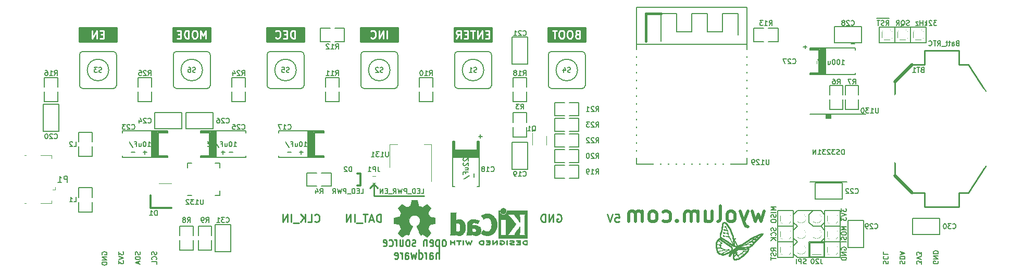
<source format=gbo>
G04 #@! TF.GenerationSoftware,KiCad,Pcbnew,5.0.0-rc2-dev-unknown-b5f1fdd~62~ubuntu16.04.1*
G04 #@! TF.CreationDate,2018-03-21T15:48:13+05:30*
G04 #@! TF.ProjectId,k3jr_controller,6B336A725F636F6E74726F6C6C65722E,rev 1*
G04 #@! TF.SameCoordinates,Original*
G04 #@! TF.FileFunction,Legend,Bot*
G04 #@! TF.FilePolarity,Positive*
%FSLAX46Y46*%
G04 Gerber Fmt 4.6, Leading zero omitted, Abs format (unit mm)*
G04 Created by KiCad (PCBNEW 5.0.0-rc2-dev-unknown-b5f1fdd~62~ubuntu16.04.1) date Wed Mar 21 15:48:13 2018*
%MOMM*%
%LPD*%
G01*
G04 APERTURE LIST*
%ADD10C,0.508000*%
%ADD11C,0.254000*%
%ADD12C,0.150000*%
%ADD13C,0.152400*%
%ADD14C,0.127000*%
%ADD15C,0.300000*%
%ADD16C,0.120000*%
%ADD17C,0.200000*%
%ADD18C,0.400000*%
%ADD19C,0.002540*%
%ADD20C,0.010000*%
%ADD21C,18.796000*%
%ADD22R,5.080000X2.794000*%
%ADD23C,2.000000*%
%ADD24C,1.270000*%
%ADD25R,2.100000X1.400000*%
%ADD26R,3.048000X3.048000*%
%ADD27R,1.400000X1.200000*%
%ADD28R,1.400000X1.400000*%
%ADD29R,1.900000X1.500000*%
%ADD30C,1.450000*%
%ADD31R,1.350000X0.400000*%
%ADD32O,1.900000X1.200000*%
%ADD33R,1.900000X1.200000*%
%ADD34C,0.800000*%
%ADD35C,6.400000*%
%ADD36O,0.850000X0.300000*%
%ADD37O,0.300000X0.850000*%
%ADD38R,1.675000X1.675000*%
%ADD39R,1.498600X1.300480*%
%ADD40R,1.550000X1.350000*%
%ADD41C,3.200000*%
%ADD42R,1.350000X1.550000*%
%ADD43R,1.500000X2.000000*%
%ADD44R,3.800000X2.000000*%
%ADD45R,1.300480X1.498600*%
%ADD46R,0.400000X0.650000*%
%ADD47C,1.600000*%
%ADD48R,1.998980X0.599440*%
%ADD49C,5.200000*%
%ADD50C,1.524000*%
%ADD51R,1.524000X1.524000*%
%ADD52C,1.800000*%
%ADD53R,0.400000X0.600000*%
%ADD54O,1.000000X2.000000*%
%ADD55O,2.000000X1.000000*%
%ADD56R,4.000000X4.000000*%
%ADD57R,2.000000X1.000000*%
%ADD58R,1.000000X2.000000*%
%ADD59R,1.198880X1.198880*%
G04 APERTURE END LIST*
D10*
X171147619Y-82640714D02*
X170663809Y-84334047D01*
X170180000Y-83124523D01*
X169696190Y-84334047D01*
X169212380Y-82640714D01*
X168486666Y-82640714D02*
X167881904Y-84334047D01*
X167277142Y-82640714D02*
X167881904Y-84334047D01*
X168123809Y-84938809D01*
X168244761Y-85059761D01*
X168486666Y-85180714D01*
X165946666Y-84334047D02*
X166188571Y-84213095D01*
X166309523Y-84092142D01*
X166430476Y-83850238D01*
X166430476Y-83124523D01*
X166309523Y-82882619D01*
X166188571Y-82761666D01*
X165946666Y-82640714D01*
X165583809Y-82640714D01*
X165341904Y-82761666D01*
X165220952Y-82882619D01*
X165100000Y-83124523D01*
X165100000Y-83850238D01*
X165220952Y-84092142D01*
X165341904Y-84213095D01*
X165583809Y-84334047D01*
X165946666Y-84334047D01*
X163648571Y-84334047D02*
X163890476Y-84213095D01*
X164011428Y-83971190D01*
X164011428Y-81794047D01*
X161592380Y-82640714D02*
X161592380Y-84334047D01*
X162680952Y-82640714D02*
X162680952Y-83971190D01*
X162560000Y-84213095D01*
X162318095Y-84334047D01*
X161955238Y-84334047D01*
X161713333Y-84213095D01*
X161592380Y-84092142D01*
X160382857Y-84334047D02*
X160382857Y-82640714D01*
X160382857Y-82882619D02*
X160261904Y-82761666D01*
X160020000Y-82640714D01*
X159657142Y-82640714D01*
X159415238Y-82761666D01*
X159294285Y-83003571D01*
X159294285Y-84334047D01*
X159294285Y-83003571D02*
X159173333Y-82761666D01*
X158931428Y-82640714D01*
X158568571Y-82640714D01*
X158326666Y-82761666D01*
X158205714Y-83003571D01*
X158205714Y-84334047D01*
X156996190Y-84092142D02*
X156875238Y-84213095D01*
X156996190Y-84334047D01*
X157117142Y-84213095D01*
X156996190Y-84092142D01*
X156996190Y-84334047D01*
X154698095Y-84213095D02*
X154940000Y-84334047D01*
X155423809Y-84334047D01*
X155665714Y-84213095D01*
X155786666Y-84092142D01*
X155907619Y-83850238D01*
X155907619Y-83124523D01*
X155786666Y-82882619D01*
X155665714Y-82761666D01*
X155423809Y-82640714D01*
X154940000Y-82640714D01*
X154698095Y-82761666D01*
X153246666Y-84334047D02*
X153488571Y-84213095D01*
X153609523Y-84092142D01*
X153730476Y-83850238D01*
X153730476Y-83124523D01*
X153609523Y-82882619D01*
X153488571Y-82761666D01*
X153246666Y-82640714D01*
X152883809Y-82640714D01*
X152641904Y-82761666D01*
X152520952Y-82882619D01*
X152400000Y-83124523D01*
X152400000Y-83850238D01*
X152520952Y-84092142D01*
X152641904Y-84213095D01*
X152883809Y-84334047D01*
X153246666Y-84334047D01*
X151311428Y-84334047D02*
X151311428Y-82640714D01*
X151311428Y-82882619D02*
X151190476Y-82761666D01*
X150948571Y-82640714D01*
X150585714Y-82640714D01*
X150343809Y-82761666D01*
X150222857Y-83003571D01*
X150222857Y-84334047D01*
X150222857Y-83003571D02*
X150101904Y-82761666D01*
X149860000Y-82640714D01*
X149497142Y-82640714D01*
X149255238Y-82761666D01*
X149134285Y-83003571D01*
X149134285Y-84334047D01*
D11*
X118298685Y-90376828D02*
X118298685Y-88852828D01*
X117808828Y-90376828D02*
X117808828Y-89578542D01*
X117863257Y-89433400D01*
X117972114Y-89360828D01*
X118135400Y-89360828D01*
X118244257Y-89433400D01*
X118298685Y-89505971D01*
X116774685Y-90376828D02*
X116774685Y-89578542D01*
X116829114Y-89433400D01*
X116937971Y-89360828D01*
X117155685Y-89360828D01*
X117264542Y-89433400D01*
X116774685Y-90304257D02*
X116883542Y-90376828D01*
X117155685Y-90376828D01*
X117264542Y-90304257D01*
X117318971Y-90159114D01*
X117318971Y-90013971D01*
X117264542Y-89868828D01*
X117155685Y-89796257D01*
X116883542Y-89796257D01*
X116774685Y-89723685D01*
X116230400Y-90376828D02*
X116230400Y-89360828D01*
X116230400Y-89651114D02*
X116175971Y-89505971D01*
X116121542Y-89433400D01*
X116012685Y-89360828D01*
X115903828Y-89360828D01*
X115032971Y-90376828D02*
X115032971Y-88852828D01*
X115032971Y-90304257D02*
X115141828Y-90376828D01*
X115359542Y-90376828D01*
X115468400Y-90304257D01*
X115522828Y-90231685D01*
X115577257Y-90086542D01*
X115577257Y-89651114D01*
X115522828Y-89505971D01*
X115468400Y-89433400D01*
X115359542Y-89360828D01*
X115141828Y-89360828D01*
X115032971Y-89433400D01*
X114597542Y-89360828D02*
X114379828Y-90376828D01*
X114162114Y-89651114D01*
X113944400Y-90376828D01*
X113726685Y-89360828D01*
X112801400Y-90376828D02*
X112801400Y-89578542D01*
X112855828Y-89433400D01*
X112964685Y-89360828D01*
X113182400Y-89360828D01*
X113291257Y-89433400D01*
X112801400Y-90304257D02*
X112910257Y-90376828D01*
X113182400Y-90376828D01*
X113291257Y-90304257D01*
X113345685Y-90159114D01*
X113345685Y-90013971D01*
X113291257Y-89868828D01*
X113182400Y-89796257D01*
X112910257Y-89796257D01*
X112801400Y-89723685D01*
X112257114Y-90376828D02*
X112257114Y-89360828D01*
X112257114Y-89651114D02*
X112202685Y-89505971D01*
X112148257Y-89433400D01*
X112039400Y-89360828D01*
X111930542Y-89360828D01*
X111114114Y-90304257D02*
X111222971Y-90376828D01*
X111440685Y-90376828D01*
X111549542Y-90304257D01*
X111603971Y-90159114D01*
X111603971Y-89578542D01*
X111549542Y-89433400D01*
X111440685Y-89360828D01*
X111222971Y-89360828D01*
X111114114Y-89433400D01*
X111059685Y-89578542D01*
X111059685Y-89723685D01*
X111603971Y-89868828D01*
X119171357Y-88319428D02*
X119280214Y-88246857D01*
X119334642Y-88174285D01*
X119389071Y-88029142D01*
X119389071Y-87593714D01*
X119334642Y-87448571D01*
X119280214Y-87376000D01*
X119171357Y-87303428D01*
X119008071Y-87303428D01*
X118899214Y-87376000D01*
X118844785Y-87448571D01*
X118790357Y-87593714D01*
X118790357Y-88029142D01*
X118844785Y-88174285D01*
X118899214Y-88246857D01*
X119008071Y-88319428D01*
X119171357Y-88319428D01*
X118300500Y-87303428D02*
X118300500Y-88827428D01*
X118300500Y-87376000D02*
X118191642Y-87303428D01*
X117973928Y-87303428D01*
X117865071Y-87376000D01*
X117810642Y-87448571D01*
X117756214Y-87593714D01*
X117756214Y-88029142D01*
X117810642Y-88174285D01*
X117865071Y-88246857D01*
X117973928Y-88319428D01*
X118191642Y-88319428D01*
X118300500Y-88246857D01*
X116830928Y-88246857D02*
X116939785Y-88319428D01*
X117157500Y-88319428D01*
X117266357Y-88246857D01*
X117320785Y-88101714D01*
X117320785Y-87521142D01*
X117266357Y-87376000D01*
X117157500Y-87303428D01*
X116939785Y-87303428D01*
X116830928Y-87376000D01*
X116776500Y-87521142D01*
X116776500Y-87666285D01*
X117320785Y-87811428D01*
X116286642Y-87303428D02*
X116286642Y-88319428D01*
X116286642Y-87448571D02*
X116232214Y-87376000D01*
X116123357Y-87303428D01*
X115960071Y-87303428D01*
X115851214Y-87376000D01*
X115796785Y-87521142D01*
X115796785Y-88319428D01*
X114436071Y-88246857D02*
X114327214Y-88319428D01*
X114109500Y-88319428D01*
X114000642Y-88246857D01*
X113946214Y-88101714D01*
X113946214Y-88029142D01*
X114000642Y-87884000D01*
X114109500Y-87811428D01*
X114272785Y-87811428D01*
X114381642Y-87738857D01*
X114436071Y-87593714D01*
X114436071Y-87521142D01*
X114381642Y-87376000D01*
X114272785Y-87303428D01*
X114109500Y-87303428D01*
X114000642Y-87376000D01*
X113293071Y-88319428D02*
X113401928Y-88246857D01*
X113456357Y-88174285D01*
X113510785Y-88029142D01*
X113510785Y-87593714D01*
X113456357Y-87448571D01*
X113401928Y-87376000D01*
X113293071Y-87303428D01*
X113129785Y-87303428D01*
X113020928Y-87376000D01*
X112966500Y-87448571D01*
X112912071Y-87593714D01*
X112912071Y-88029142D01*
X112966500Y-88174285D01*
X113020928Y-88246857D01*
X113129785Y-88319428D01*
X113293071Y-88319428D01*
X111932357Y-87303428D02*
X111932357Y-88319428D01*
X112422214Y-87303428D02*
X112422214Y-88101714D01*
X112367785Y-88246857D01*
X112258928Y-88319428D01*
X112095642Y-88319428D01*
X111986785Y-88246857D01*
X111932357Y-88174285D01*
X111388071Y-88319428D02*
X111388071Y-87303428D01*
X111388071Y-87593714D02*
X111333642Y-87448571D01*
X111279214Y-87376000D01*
X111170357Y-87303428D01*
X111061500Y-87303428D01*
X110190642Y-88246857D02*
X110299500Y-88319428D01*
X110517214Y-88319428D01*
X110626071Y-88246857D01*
X110680500Y-88174285D01*
X110734928Y-88029142D01*
X110734928Y-87593714D01*
X110680500Y-87448571D01*
X110626071Y-87376000D01*
X110517214Y-87303428D01*
X110299500Y-87303428D01*
X110190642Y-87376000D01*
X109265357Y-88246857D02*
X109374214Y-88319428D01*
X109591928Y-88319428D01*
X109700785Y-88246857D01*
X109755214Y-88101714D01*
X109755214Y-87521142D01*
X109700785Y-87376000D01*
X109591928Y-87303428D01*
X109374214Y-87303428D01*
X109265357Y-87376000D01*
X109210928Y-87521142D01*
X109210928Y-87666285D01*
X109755214Y-87811428D01*
X107696000Y-80137000D02*
X107696000Y-78232000D01*
X98092380Y-84273571D02*
X98152857Y-84334047D01*
X98334285Y-84394523D01*
X98455238Y-84394523D01*
X98636666Y-84334047D01*
X98757619Y-84213095D01*
X98818095Y-84092142D01*
X98878571Y-83850238D01*
X98878571Y-83668809D01*
X98818095Y-83426904D01*
X98757619Y-83305952D01*
X98636666Y-83185000D01*
X98455238Y-83124523D01*
X98334285Y-83124523D01*
X98152857Y-83185000D01*
X98092380Y-83245476D01*
X96943333Y-84394523D02*
X97548095Y-84394523D01*
X97548095Y-83124523D01*
X96520000Y-84394523D02*
X96520000Y-83124523D01*
X95794285Y-84394523D02*
X96338571Y-83668809D01*
X95794285Y-83124523D02*
X96520000Y-83850238D01*
X95552380Y-84515476D02*
X94584761Y-84515476D01*
X94282380Y-84394523D02*
X94282380Y-83124523D01*
X93677619Y-84394523D02*
X93677619Y-83124523D01*
X92951904Y-84394523D01*
X92951904Y-83124523D01*
X108857142Y-84394523D02*
X108857142Y-83124523D01*
X108554761Y-83124523D01*
X108373333Y-83185000D01*
X108252380Y-83305952D01*
X108191904Y-83426904D01*
X108131428Y-83668809D01*
X108131428Y-83850238D01*
X108191904Y-84092142D01*
X108252380Y-84213095D01*
X108373333Y-84334047D01*
X108554761Y-84394523D01*
X108857142Y-84394523D01*
X107647619Y-84031666D02*
X107042857Y-84031666D01*
X107768571Y-84394523D02*
X107345238Y-83124523D01*
X106921904Y-84394523D01*
X106680000Y-83124523D02*
X105954285Y-83124523D01*
X106317142Y-84394523D02*
X106317142Y-83124523D01*
X105833333Y-84515476D02*
X104865714Y-84515476D01*
X104563333Y-84394523D02*
X104563333Y-83124523D01*
X103958571Y-84394523D02*
X103958571Y-83124523D01*
X103232857Y-84394523D01*
X103232857Y-83124523D01*
X137492619Y-83185000D02*
X137613571Y-83124523D01*
X137795000Y-83124523D01*
X137976428Y-83185000D01*
X138097380Y-83305952D01*
X138157857Y-83426904D01*
X138218333Y-83668809D01*
X138218333Y-83850238D01*
X138157857Y-84092142D01*
X138097380Y-84213095D01*
X137976428Y-84334047D01*
X137795000Y-84394523D01*
X137674047Y-84394523D01*
X137492619Y-84334047D01*
X137432142Y-84273571D01*
X137432142Y-83850238D01*
X137674047Y-83850238D01*
X136887857Y-84394523D02*
X136887857Y-83124523D01*
X136162142Y-84394523D01*
X136162142Y-83124523D01*
X135557380Y-84394523D02*
X135557380Y-83124523D01*
X135255000Y-83124523D01*
X135073571Y-83185000D01*
X134952619Y-83305952D01*
X134892142Y-83426904D01*
X134831666Y-83668809D01*
X134831666Y-83850238D01*
X134892142Y-84092142D01*
X134952619Y-84213095D01*
X135073571Y-84334047D01*
X135255000Y-84394523D01*
X135557380Y-84394523D01*
X146926904Y-83124523D02*
X147531666Y-83124523D01*
X147592142Y-83729285D01*
X147531666Y-83668809D01*
X147410714Y-83608333D01*
X147108333Y-83608333D01*
X146987380Y-83668809D01*
X146926904Y-83729285D01*
X146866428Y-83850238D01*
X146866428Y-84152619D01*
X146926904Y-84273571D01*
X146987380Y-84334047D01*
X147108333Y-84394523D01*
X147410714Y-84394523D01*
X147531666Y-84334047D01*
X147592142Y-84273571D01*
X146503571Y-83124523D02*
X146080238Y-84394523D01*
X145656904Y-83124523D01*
X107696000Y-80137000D02*
X115824000Y-80137000D01*
X107696000Y-78232000D02*
X107061000Y-78867000D01*
X108331000Y-78867000D02*
X107696000Y-78232000D01*
D12*
X199395000Y-90732976D02*
X199433095Y-90809166D01*
X199433095Y-90923452D01*
X199395000Y-91037738D01*
X199318809Y-91113928D01*
X199242619Y-91152023D01*
X199090238Y-91190119D01*
X198975952Y-91190119D01*
X198823571Y-91152023D01*
X198747380Y-91113928D01*
X198671190Y-91037738D01*
X198633095Y-90923452D01*
X198633095Y-90847261D01*
X198671190Y-90732976D01*
X198709285Y-90694880D01*
X198975952Y-90694880D01*
X198975952Y-90847261D01*
X198633095Y-90352023D02*
X199433095Y-90352023D01*
X198633095Y-89894880D01*
X199433095Y-89894880D01*
X198633095Y-89513928D02*
X199433095Y-89513928D01*
X199433095Y-89323452D01*
X199395000Y-89209166D01*
X199318809Y-89132976D01*
X199242619Y-89094880D01*
X199090238Y-89056785D01*
X198975952Y-89056785D01*
X198823571Y-89094880D01*
X198747380Y-89132976D01*
X198671190Y-89209166D01*
X198633095Y-89323452D01*
X198633095Y-89513928D01*
X196733095Y-91228214D02*
X196733095Y-90732976D01*
X196428333Y-90999642D01*
X196428333Y-90885357D01*
X196390238Y-90809166D01*
X196352142Y-90771071D01*
X196275952Y-90732976D01*
X196085476Y-90732976D01*
X196009285Y-90771071D01*
X195971190Y-90809166D01*
X195933095Y-90885357D01*
X195933095Y-91113928D01*
X195971190Y-91190119D01*
X196009285Y-91228214D01*
X196733095Y-90504404D02*
X195933095Y-90237738D01*
X196733095Y-89971071D01*
X196733095Y-89780595D02*
X196733095Y-89285357D01*
X196428333Y-89552023D01*
X196428333Y-89437738D01*
X196390238Y-89361547D01*
X196352142Y-89323452D01*
X196275952Y-89285357D01*
X196085476Y-89285357D01*
X196009285Y-89323452D01*
X195971190Y-89361547D01*
X195933095Y-89437738D01*
X195933095Y-89666309D01*
X195971190Y-89742500D01*
X196009285Y-89780595D01*
X193271190Y-91190119D02*
X193233095Y-91075833D01*
X193233095Y-90885357D01*
X193271190Y-90809166D01*
X193309285Y-90771071D01*
X193385476Y-90732976D01*
X193461666Y-90732976D01*
X193537857Y-90771071D01*
X193575952Y-90809166D01*
X193614047Y-90885357D01*
X193652142Y-91037738D01*
X193690238Y-91113928D01*
X193728333Y-91152023D01*
X193804523Y-91190119D01*
X193880714Y-91190119D01*
X193956904Y-91152023D01*
X193995000Y-91113928D01*
X194033095Y-91037738D01*
X194033095Y-90847261D01*
X193995000Y-90732976D01*
X193233095Y-90390119D02*
X194033095Y-90390119D01*
X194033095Y-90199642D01*
X193995000Y-90085357D01*
X193918809Y-90009166D01*
X193842619Y-89971071D01*
X193690238Y-89932976D01*
X193575952Y-89932976D01*
X193423571Y-89971071D01*
X193347380Y-90009166D01*
X193271190Y-90085357D01*
X193233095Y-90199642D01*
X193233095Y-90390119D01*
X193461666Y-89628214D02*
X193461666Y-89247261D01*
X193233095Y-89704404D02*
X194033095Y-89437738D01*
X193233095Y-89171071D01*
X190571190Y-91190119D02*
X190533095Y-91075833D01*
X190533095Y-90885357D01*
X190571190Y-90809166D01*
X190609285Y-90771071D01*
X190685476Y-90732976D01*
X190761666Y-90732976D01*
X190837857Y-90771071D01*
X190875952Y-90809166D01*
X190914047Y-90885357D01*
X190952142Y-91037738D01*
X190990238Y-91113928D01*
X191028333Y-91152023D01*
X191104523Y-91190119D01*
X191180714Y-91190119D01*
X191256904Y-91152023D01*
X191295000Y-91113928D01*
X191333095Y-91037738D01*
X191333095Y-90847261D01*
X191295000Y-90732976D01*
X190609285Y-89932976D02*
X190571190Y-89971071D01*
X190533095Y-90085357D01*
X190533095Y-90161547D01*
X190571190Y-90275833D01*
X190647380Y-90352023D01*
X190723571Y-90390119D01*
X190875952Y-90428214D01*
X190990238Y-90428214D01*
X191142619Y-90390119D01*
X191218809Y-90352023D01*
X191295000Y-90275833D01*
X191333095Y-90161547D01*
X191333095Y-90085357D01*
X191295000Y-89971071D01*
X191256904Y-89932976D01*
X190533095Y-89209166D02*
X190533095Y-89590119D01*
X191333095Y-89590119D01*
X63550000Y-89707023D02*
X63511904Y-89630833D01*
X63511904Y-89516547D01*
X63550000Y-89402261D01*
X63626190Y-89326071D01*
X63702380Y-89287976D01*
X63854761Y-89249880D01*
X63969047Y-89249880D01*
X64121428Y-89287976D01*
X64197619Y-89326071D01*
X64273809Y-89402261D01*
X64311904Y-89516547D01*
X64311904Y-89592738D01*
X64273809Y-89707023D01*
X64235714Y-89745119D01*
X63969047Y-89745119D01*
X63969047Y-89592738D01*
X64311904Y-90087976D02*
X63511904Y-90087976D01*
X64311904Y-90545119D01*
X63511904Y-90545119D01*
X64311904Y-90926071D02*
X63511904Y-90926071D01*
X63511904Y-91116547D01*
X63550000Y-91230833D01*
X63626190Y-91307023D01*
X63702380Y-91345119D01*
X63854761Y-91383214D01*
X63969047Y-91383214D01*
X64121428Y-91345119D01*
X64197619Y-91307023D01*
X64273809Y-91230833D01*
X64311904Y-91116547D01*
X64311904Y-90926071D01*
X66211904Y-89211785D02*
X66211904Y-89707023D01*
X66516666Y-89440357D01*
X66516666Y-89554642D01*
X66554761Y-89630833D01*
X66592857Y-89668928D01*
X66669047Y-89707023D01*
X66859523Y-89707023D01*
X66935714Y-89668928D01*
X66973809Y-89630833D01*
X67011904Y-89554642D01*
X67011904Y-89326071D01*
X66973809Y-89249880D01*
X66935714Y-89211785D01*
X66211904Y-89935595D02*
X67011904Y-90202261D01*
X66211904Y-90468928D01*
X66211904Y-90659404D02*
X66211904Y-91154642D01*
X66516666Y-90887976D01*
X66516666Y-91002261D01*
X66554761Y-91078452D01*
X66592857Y-91116547D01*
X66669047Y-91154642D01*
X66859523Y-91154642D01*
X66935714Y-91116547D01*
X66973809Y-91078452D01*
X67011904Y-91002261D01*
X67011904Y-90773690D01*
X66973809Y-90697500D01*
X66935714Y-90659404D01*
X69673809Y-89249880D02*
X69711904Y-89364166D01*
X69711904Y-89554642D01*
X69673809Y-89630833D01*
X69635714Y-89668928D01*
X69559523Y-89707023D01*
X69483333Y-89707023D01*
X69407142Y-89668928D01*
X69369047Y-89630833D01*
X69330952Y-89554642D01*
X69292857Y-89402261D01*
X69254761Y-89326071D01*
X69216666Y-89287976D01*
X69140476Y-89249880D01*
X69064285Y-89249880D01*
X68988095Y-89287976D01*
X68950000Y-89326071D01*
X68911904Y-89402261D01*
X68911904Y-89592738D01*
X68950000Y-89707023D01*
X69711904Y-90049880D02*
X68911904Y-90049880D01*
X68911904Y-90240357D01*
X68950000Y-90354642D01*
X69026190Y-90430833D01*
X69102380Y-90468928D01*
X69254761Y-90507023D01*
X69369047Y-90507023D01*
X69521428Y-90468928D01*
X69597619Y-90430833D01*
X69673809Y-90354642D01*
X69711904Y-90240357D01*
X69711904Y-90049880D01*
X69483333Y-90811785D02*
X69483333Y-91192738D01*
X69711904Y-90735595D02*
X68911904Y-91002261D01*
X69711904Y-91268928D01*
X72373809Y-89249880D02*
X72411904Y-89364166D01*
X72411904Y-89554642D01*
X72373809Y-89630833D01*
X72335714Y-89668928D01*
X72259523Y-89707023D01*
X72183333Y-89707023D01*
X72107142Y-89668928D01*
X72069047Y-89630833D01*
X72030952Y-89554642D01*
X71992857Y-89402261D01*
X71954761Y-89326071D01*
X71916666Y-89287976D01*
X71840476Y-89249880D01*
X71764285Y-89249880D01*
X71688095Y-89287976D01*
X71650000Y-89326071D01*
X71611904Y-89402261D01*
X71611904Y-89592738D01*
X71650000Y-89707023D01*
X72335714Y-90507023D02*
X72373809Y-90468928D01*
X72411904Y-90354642D01*
X72411904Y-90278452D01*
X72373809Y-90164166D01*
X72297619Y-90087976D01*
X72221428Y-90049880D01*
X72069047Y-90011785D01*
X71954761Y-90011785D01*
X71802380Y-90049880D01*
X71726190Y-90087976D01*
X71650000Y-90164166D01*
X71611904Y-90278452D01*
X71611904Y-90354642D01*
X71650000Y-90468928D01*
X71688095Y-90507023D01*
X72411904Y-91230833D02*
X72411904Y-90849880D01*
X71611904Y-90849880D01*
D11*
X207137000Y-63119000D02*
G75*
G03X207137000Y-75311000I10668000J-6096000D01*
G01*
X204343000Y-79629000D02*
X207137000Y-75311000D01*
X204343000Y-58801000D02*
X207137000Y-63119000D01*
X202819000Y-79629000D02*
X204343000Y-79629000D01*
X202819000Y-81915000D02*
X202819000Y-79629000D01*
X202819000Y-58801000D02*
X204343000Y-58801000D01*
X202819000Y-56515000D02*
X202819000Y-58801000D01*
X197231000Y-56515000D02*
X202819000Y-56515000D01*
X197231000Y-58801000D02*
X197231000Y-56515000D01*
X197231000Y-81915000D02*
X202819000Y-81915000D01*
X197231000Y-79629000D02*
X197231000Y-81915000D01*
X195199000Y-79629000D02*
X197231000Y-79629000D01*
D10*
X192405000Y-76835000D02*
X195199000Y-79629000D01*
D11*
X192405000Y-61595000D02*
X192405000Y-76835000D01*
D10*
X192405000Y-61595000D02*
X195199000Y-58801000D01*
D11*
X197231000Y-58801000D02*
X195199000Y-58801000D01*
D13*
X209169000Y-69215000D02*
G75*
G03X209169000Y-69215000I-9144000J0D01*
G01*
D12*
X95095000Y-59690000D02*
G75*
G03X95095000Y-59690000I-1750000J0D01*
G01*
X90845000Y-62690000D02*
G75*
G02X90345000Y-62190000I0J500000D01*
G01*
X96345000Y-62190000D02*
G75*
G02X95845000Y-62690000I-500000J0D01*
G01*
X95845000Y-56690000D02*
G75*
G02X96345000Y-57190000I0J-500000D01*
G01*
X90345000Y-57190000D02*
G75*
G02X90845000Y-56690000I500000J0D01*
G01*
X95845000Y-56690000D02*
X90845000Y-56690000D01*
X96345000Y-62190000D02*
X96345000Y-57190000D01*
X90845000Y-62690000D02*
X95845000Y-62690000D01*
X90345000Y-57190000D02*
X90345000Y-62190000D01*
D14*
X99568000Y-73914000D02*
X99568000Y-73596500D01*
X92202000Y-73914000D02*
X99568000Y-73914000D01*
X92202000Y-69596000D02*
X92202000Y-69913500D01*
X99568000Y-69596000D02*
X92202000Y-69596000D01*
X99568000Y-69913500D02*
X99568000Y-69596000D01*
X92202000Y-73596500D02*
X92202000Y-73914000D01*
X98107500Y-69913500D02*
X99568000Y-69913500D01*
X98107500Y-73596500D02*
X98107500Y-69913500D01*
X99568000Y-73596500D02*
X98107500Y-73596500D01*
X97980500Y-73723500D02*
X99504500Y-73723500D01*
X97980500Y-69786500D02*
X97980500Y-73723500D01*
X99568000Y-69786500D02*
X97980500Y-69786500D01*
X97853500Y-69659500D02*
X99504500Y-69659500D01*
X97853500Y-73850500D02*
X97853500Y-69659500D01*
X99504500Y-73850500D02*
X97853500Y-73850500D01*
X97726500Y-73850500D02*
X97726500Y-69659500D01*
X97599500Y-69659500D02*
X97599500Y-73850500D01*
X97472500Y-73850500D02*
X97472500Y-69659500D01*
X97345500Y-69659500D02*
X97345500Y-73850500D01*
X97218500Y-73850500D02*
X97218500Y-69659500D01*
X97091500Y-73850500D02*
X97091500Y-69659500D01*
X96964500Y-73850500D02*
X96964500Y-69659500D01*
D15*
X74787000Y-82060000D02*
X71437000Y-82060000D01*
D16*
X72787000Y-78110000D02*
X74787000Y-78110000D01*
D15*
X71437000Y-82060000D02*
X71437000Y-80060000D01*
D16*
X55355000Y-81370000D02*
X55355000Y-80920000D01*
X53505000Y-81370000D02*
X55355000Y-81370000D01*
X50955000Y-73570000D02*
X51205000Y-73570000D01*
X50955000Y-81370000D02*
X51205000Y-81370000D01*
X53505000Y-73570000D02*
X55355000Y-73570000D01*
X55355000Y-73570000D02*
X55355000Y-74020000D01*
X55905000Y-79170000D02*
X55905000Y-78720000D01*
X55905000Y-79170000D02*
X55455000Y-79170000D01*
D12*
X79855000Y-59690000D02*
G75*
G03X79855000Y-59690000I-1750000J0D01*
G01*
X75605000Y-62690000D02*
G75*
G02X75105000Y-62190000I0J500000D01*
G01*
X81105000Y-62190000D02*
G75*
G02X80605000Y-62690000I-500000J0D01*
G01*
X80605000Y-56690000D02*
G75*
G02X81105000Y-57190000I0J-500000D01*
G01*
X75105000Y-57190000D02*
G75*
G02X75605000Y-56690000I500000J0D01*
G01*
X80605000Y-56690000D02*
X75605000Y-56690000D01*
X81105000Y-62190000D02*
X81105000Y-57190000D01*
X75605000Y-62690000D02*
X80605000Y-62690000D01*
X75105000Y-57190000D02*
X75105000Y-62190000D01*
D14*
X178562000Y-56134000D02*
X178562000Y-56451500D01*
X185928000Y-56134000D02*
X178562000Y-56134000D01*
X185928000Y-60452000D02*
X185928000Y-60134500D01*
X178562000Y-60452000D02*
X185928000Y-60452000D01*
X178562000Y-60134500D02*
X178562000Y-60452000D01*
X185928000Y-56451500D02*
X185928000Y-56134000D01*
X180022500Y-60134500D02*
X178562000Y-60134500D01*
X180022500Y-56451500D02*
X180022500Y-60134500D01*
X178562000Y-56451500D02*
X180022500Y-56451500D01*
X180149500Y-56324500D02*
X178625500Y-56324500D01*
X180149500Y-60261500D02*
X180149500Y-56324500D01*
X178562000Y-60261500D02*
X180149500Y-60261500D01*
X180276500Y-60388500D02*
X178625500Y-60388500D01*
X180276500Y-56197500D02*
X180276500Y-60388500D01*
X178625500Y-56197500D02*
X180276500Y-56197500D01*
X180403500Y-56197500D02*
X180403500Y-60388500D01*
X180530500Y-60388500D02*
X180530500Y-56197500D01*
X180657500Y-56197500D02*
X180657500Y-60388500D01*
X180784500Y-60388500D02*
X180784500Y-56197500D01*
X180911500Y-56197500D02*
X180911500Y-60388500D01*
X181038500Y-56197500D02*
X181038500Y-60388500D01*
X181165500Y-56197500D02*
X181165500Y-60388500D01*
D12*
X82635000Y-80095000D02*
X82635000Y-79345000D01*
X77385000Y-74845000D02*
X77385000Y-75595000D01*
X82635000Y-74845000D02*
X82635000Y-75595000D01*
X77385000Y-80095000D02*
X78135000Y-80095000D01*
X77385000Y-74845000D02*
X78135000Y-74845000D01*
X82635000Y-74845000D02*
X81885000Y-74845000D01*
X82635000Y-80095000D02*
X81885000Y-80095000D01*
D13*
X69405500Y-62484000D02*
X69405500Y-60896500D01*
X69405500Y-60896500D02*
X71564500Y-60896500D01*
X71564500Y-60896500D02*
X71564500Y-62484000D01*
X71564500Y-63246000D02*
X71564500Y-64770000D01*
X71564500Y-64770000D02*
X71564500Y-64833500D01*
X71564500Y-64833500D02*
X69405500Y-64833500D01*
X69405500Y-64833500D02*
X69405500Y-63246000D01*
X84645500Y-62484000D02*
X84645500Y-60896500D01*
X84645500Y-60896500D02*
X86804500Y-60896500D01*
X86804500Y-60896500D02*
X86804500Y-62484000D01*
X86804500Y-63246000D02*
X86804500Y-64770000D01*
X86804500Y-64770000D02*
X86804500Y-64833500D01*
X86804500Y-64833500D02*
X84645500Y-64833500D01*
X84645500Y-64833500D02*
X84645500Y-63246000D01*
D12*
X81885000Y-89195000D02*
X84485000Y-89195000D01*
X81885000Y-84795000D02*
X81885000Y-89195000D01*
X84485000Y-84795000D02*
X81885000Y-84795000D01*
X84485000Y-89195000D02*
X84485000Y-84795000D01*
X140815000Y-59690000D02*
G75*
G03X140815000Y-59690000I-1750000J0D01*
G01*
X141565000Y-56690000D02*
G75*
G02X142065000Y-57190000I0J-500000D01*
G01*
X136065000Y-57190000D02*
G75*
G02X136565000Y-56690000I500000J0D01*
G01*
X136565000Y-62690000D02*
G75*
G02X136065000Y-62190000I0J500000D01*
G01*
X142065000Y-62190000D02*
G75*
G02X141565000Y-62690000I-500000J0D01*
G01*
X136565000Y-62690000D02*
X141565000Y-62690000D01*
X136065000Y-57190000D02*
X136065000Y-62190000D01*
X141565000Y-56690000D02*
X136565000Y-56690000D01*
X142065000Y-62190000D02*
X142065000Y-57190000D01*
D14*
X124841000Y-71247000D02*
X124523500Y-71247000D01*
X124841000Y-78613000D02*
X124841000Y-71247000D01*
X120523000Y-78613000D02*
X120840500Y-78613000D01*
X120523000Y-71247000D02*
X120523000Y-78613000D01*
X120840500Y-71247000D02*
X120523000Y-71247000D01*
X124523500Y-78613000D02*
X124841000Y-78613000D01*
X120840500Y-72707500D02*
X120840500Y-71247000D01*
X124523500Y-72707500D02*
X120840500Y-72707500D01*
X124523500Y-71247000D02*
X124523500Y-72707500D01*
X124650500Y-72834500D02*
X124650500Y-71310500D01*
X120713500Y-72834500D02*
X124650500Y-72834500D01*
X120713500Y-71247000D02*
X120713500Y-72834500D01*
X120586500Y-72961500D02*
X120586500Y-71310500D01*
X124777500Y-72961500D02*
X120586500Y-72961500D01*
X124777500Y-71310500D02*
X124777500Y-72961500D01*
X124777500Y-73088500D02*
X120586500Y-73088500D01*
X120586500Y-73215500D02*
X124777500Y-73215500D01*
X124777500Y-73342500D02*
X120586500Y-73342500D01*
X120586500Y-73469500D02*
X124777500Y-73469500D01*
X124777500Y-73596500D02*
X120586500Y-73596500D01*
X124777500Y-73723500D02*
X120586500Y-73723500D01*
X124777500Y-73850500D02*
X120586500Y-73850500D01*
D12*
X179410000Y-80675000D02*
X183810000Y-80675000D01*
X183810000Y-80675000D02*
X183810000Y-78075000D01*
X183810000Y-78075000D02*
X179410000Y-78075000D01*
X179410000Y-78075000D02*
X179410000Y-80675000D01*
D13*
X99885500Y-62484000D02*
X99885500Y-60896500D01*
X99885500Y-60896500D02*
X102044500Y-60896500D01*
X102044500Y-60896500D02*
X102044500Y-62484000D01*
X102044500Y-63246000D02*
X102044500Y-64770000D01*
X102044500Y-64770000D02*
X102044500Y-64833500D01*
X102044500Y-64833500D02*
X99885500Y-64833500D01*
X99885500Y-64833500D02*
X99885500Y-63246000D01*
X115125500Y-62484000D02*
X115125500Y-60896500D01*
X115125500Y-60896500D02*
X117284500Y-60896500D01*
X117284500Y-60896500D02*
X117284500Y-62484000D01*
X117284500Y-63246000D02*
X117284500Y-64770000D01*
X117284500Y-64770000D02*
X117284500Y-64833500D01*
X117284500Y-64833500D02*
X115125500Y-64833500D01*
X115125500Y-64833500D02*
X115125500Y-63246000D01*
X79170500Y-86619000D02*
X79170500Y-85031500D01*
X79170500Y-85031500D02*
X81329500Y-85031500D01*
X81329500Y-85031500D02*
X81329500Y-86619000D01*
X81329500Y-87381000D02*
X81329500Y-88905000D01*
X81329500Y-88905000D02*
X81329500Y-88968500D01*
X81329500Y-88968500D02*
X79170500Y-88968500D01*
X79170500Y-88968500D02*
X79170500Y-87381000D01*
D16*
X117075000Y-77760000D02*
X117075000Y-71750000D01*
X110255000Y-75510000D02*
X110255000Y-71750000D01*
X117075000Y-71750000D02*
X115815000Y-71750000D01*
X110255000Y-71750000D02*
X111515000Y-71750000D01*
D13*
X139446000Y-67500500D02*
X141033500Y-67500500D01*
X141033500Y-67500500D02*
X141033500Y-69659500D01*
X141033500Y-69659500D02*
X139446000Y-69659500D01*
X138684000Y-69659500D02*
X137160000Y-69659500D01*
X137160000Y-69659500D02*
X137096500Y-69659500D01*
X137096500Y-69659500D02*
X137096500Y-67500500D01*
X137096500Y-67500500D02*
X138684000Y-67500500D01*
X138684000Y-72199500D02*
X137096500Y-72199500D01*
X137096500Y-72199500D02*
X137096500Y-70040500D01*
X137096500Y-70040500D02*
X138684000Y-70040500D01*
X139446000Y-70040500D02*
X140970000Y-70040500D01*
X140970000Y-70040500D02*
X141033500Y-70040500D01*
X141033500Y-70040500D02*
X141033500Y-72199500D01*
X141033500Y-72199500D02*
X139446000Y-72199500D01*
X139446000Y-72580500D02*
X141033500Y-72580500D01*
X141033500Y-72580500D02*
X141033500Y-74739500D01*
X141033500Y-74739500D02*
X139446000Y-74739500D01*
X138684000Y-74739500D02*
X137160000Y-74739500D01*
X137160000Y-74739500D02*
X137096500Y-74739500D01*
X137096500Y-74739500D02*
X137096500Y-72580500D01*
X137096500Y-72580500D02*
X138684000Y-72580500D01*
X139446000Y-75120500D02*
X141033500Y-75120500D01*
X141033500Y-75120500D02*
X141033500Y-77279500D01*
X141033500Y-77279500D02*
X139446000Y-77279500D01*
X138684000Y-77279500D02*
X137160000Y-77279500D01*
X137160000Y-77279500D02*
X137096500Y-77279500D01*
X137096500Y-77279500D02*
X137096500Y-75120500D01*
X137096500Y-75120500D02*
X138684000Y-75120500D01*
X132524500Y-63246000D02*
X132524500Y-64833500D01*
X132524500Y-64833500D02*
X130365500Y-64833500D01*
X130365500Y-64833500D02*
X130365500Y-63246000D01*
X130365500Y-62484000D02*
X130365500Y-60960000D01*
X130365500Y-60960000D02*
X130365500Y-60896500D01*
X130365500Y-60896500D02*
X132524500Y-60896500D01*
X132524500Y-60896500D02*
X132524500Y-62484000D01*
X56324500Y-63246000D02*
X56324500Y-64833500D01*
X56324500Y-64833500D02*
X54165500Y-64833500D01*
X54165500Y-64833500D02*
X54165500Y-63246000D01*
X54165500Y-62484000D02*
X54165500Y-60960000D01*
X54165500Y-60960000D02*
X54165500Y-60896500D01*
X54165500Y-60896500D02*
X56324500Y-60896500D01*
X56324500Y-60896500D02*
X56324500Y-62484000D01*
X98425000Y-78549500D02*
X96837500Y-78549500D01*
X96837500Y-78549500D02*
X96837500Y-76390500D01*
X96837500Y-76390500D02*
X98425000Y-76390500D01*
X99187000Y-76390500D02*
X100711000Y-76390500D01*
X100711000Y-76390500D02*
X100774500Y-76390500D01*
X100774500Y-76390500D02*
X100774500Y-78549500D01*
X100774500Y-78549500D02*
X99187000Y-78549500D01*
X130365500Y-68199000D02*
X130365500Y-66611500D01*
X130365500Y-66611500D02*
X132524500Y-66611500D01*
X132524500Y-66611500D02*
X132524500Y-68199000D01*
X132524500Y-68961000D02*
X132524500Y-70485000D01*
X132524500Y-70485000D02*
X132524500Y-70548500D01*
X132524500Y-70548500D02*
X130365500Y-70548500D01*
X130365500Y-70548500D02*
X130365500Y-68961000D01*
D16*
X135780000Y-70420000D02*
X135780000Y-71820000D01*
X133460000Y-71820000D02*
X133460000Y-69920000D01*
D12*
X186985000Y-52675000D02*
X182585000Y-52675000D01*
X182585000Y-52675000D02*
X182585000Y-55275000D01*
X182585000Y-55275000D02*
X186985000Y-55275000D01*
X186985000Y-55275000D02*
X186985000Y-52675000D01*
X81575000Y-66645000D02*
X77175000Y-66645000D01*
X77175000Y-66645000D02*
X77175000Y-69245000D01*
X77175000Y-69245000D02*
X81575000Y-69245000D01*
X81575000Y-69245000D02*
X81575000Y-66645000D01*
D14*
X79502000Y-69596000D02*
X79502000Y-69913500D01*
X86868000Y-69596000D02*
X79502000Y-69596000D01*
X86868000Y-73914000D02*
X86868000Y-73596500D01*
X79502000Y-73914000D02*
X86868000Y-73914000D01*
X79502000Y-73596500D02*
X79502000Y-73914000D01*
X86868000Y-69913500D02*
X86868000Y-69596000D01*
X80962500Y-73596500D02*
X79502000Y-73596500D01*
X80962500Y-69913500D02*
X80962500Y-73596500D01*
X79502000Y-69913500D02*
X80962500Y-69913500D01*
X81089500Y-69786500D02*
X79565500Y-69786500D01*
X81089500Y-73723500D02*
X81089500Y-69786500D01*
X79502000Y-73723500D02*
X81089500Y-73723500D01*
X81216500Y-73850500D02*
X79565500Y-73850500D01*
X81216500Y-69659500D02*
X81216500Y-73850500D01*
X79565500Y-69659500D02*
X81216500Y-69659500D01*
X81343500Y-69659500D02*
X81343500Y-73850500D01*
X81470500Y-73850500D02*
X81470500Y-69659500D01*
X81597500Y-69659500D02*
X81597500Y-73850500D01*
X81724500Y-73850500D02*
X81724500Y-69659500D01*
X81851500Y-69659500D02*
X81851500Y-73850500D01*
X81978500Y-69659500D02*
X81978500Y-73850500D01*
X82105500Y-69659500D02*
X82105500Y-73850500D01*
D12*
X72095000Y-69245000D02*
X76495000Y-69245000D01*
X76495000Y-69245000D02*
X76495000Y-66645000D01*
X76495000Y-66645000D02*
X72095000Y-66645000D01*
X72095000Y-66645000D02*
X72095000Y-69245000D01*
D14*
X74168000Y-73914000D02*
X74168000Y-73596500D01*
X66802000Y-73914000D02*
X74168000Y-73914000D01*
X66802000Y-69596000D02*
X66802000Y-69913500D01*
X74168000Y-69596000D02*
X66802000Y-69596000D01*
X74168000Y-69913500D02*
X74168000Y-69596000D01*
X66802000Y-73596500D02*
X66802000Y-73914000D01*
X72707500Y-69913500D02*
X74168000Y-69913500D01*
X72707500Y-73596500D02*
X72707500Y-69913500D01*
X74168000Y-73596500D02*
X72707500Y-73596500D01*
X72580500Y-73723500D02*
X74104500Y-73723500D01*
X72580500Y-69786500D02*
X72580500Y-73723500D01*
X74168000Y-69786500D02*
X72580500Y-69786500D01*
X72453500Y-69659500D02*
X74104500Y-69659500D01*
X72453500Y-73850500D02*
X72453500Y-69659500D01*
X74104500Y-73850500D02*
X72453500Y-73850500D01*
X72326500Y-73850500D02*
X72326500Y-69659500D01*
X72199500Y-69659500D02*
X72199500Y-73850500D01*
X72072500Y-73850500D02*
X72072500Y-69659500D01*
X71945500Y-69659500D02*
X71945500Y-73850500D01*
X71818500Y-73850500D02*
X71818500Y-69659500D01*
X71691500Y-73850500D02*
X71691500Y-69659500D01*
X71564500Y-73850500D02*
X71564500Y-69659500D01*
D12*
X130145000Y-54315000D02*
X130145000Y-58715000D01*
X130145000Y-58715000D02*
X132745000Y-58715000D01*
X132745000Y-58715000D02*
X132745000Y-54315000D01*
X132745000Y-54315000D02*
X130145000Y-54315000D01*
X56545000Y-69637000D02*
X56545000Y-65237000D01*
X56545000Y-65237000D02*
X53945000Y-65237000D01*
X53945000Y-65237000D02*
X53945000Y-69637000D01*
X53945000Y-69637000D02*
X56545000Y-69637000D01*
D13*
X76170500Y-86619000D02*
X76170500Y-85031500D01*
X76170500Y-85031500D02*
X78329500Y-85031500D01*
X78329500Y-85031500D02*
X78329500Y-86619000D01*
X78329500Y-87381000D02*
X78329500Y-88905000D01*
X78329500Y-88905000D02*
X78329500Y-88968500D01*
X78329500Y-88968500D02*
X76170500Y-88968500D01*
X76170500Y-88968500D02*
X76170500Y-87381000D01*
X184340500Y-63754000D02*
X184340500Y-62166500D01*
X184340500Y-62166500D02*
X186499500Y-62166500D01*
X186499500Y-62166500D02*
X186499500Y-63754000D01*
X186499500Y-64516000D02*
X186499500Y-66040000D01*
X186499500Y-66040000D02*
X186499500Y-66103500D01*
X186499500Y-66103500D02*
X184340500Y-66103500D01*
X184340500Y-66103500D02*
X184340500Y-64516000D01*
X181800500Y-63754000D02*
X181800500Y-62166500D01*
X181800500Y-62166500D02*
X183959500Y-62166500D01*
X183959500Y-62166500D02*
X183959500Y-63754000D01*
X183959500Y-64516000D02*
X183959500Y-66040000D01*
X183959500Y-66040000D02*
X183959500Y-66103500D01*
X183959500Y-66103500D02*
X181800500Y-66103500D01*
X181800500Y-66103500D02*
X181800500Y-64516000D01*
X192405000Y-55245000D02*
X192405000Y-52705000D01*
X189865000Y-52705000D02*
X189865000Y-55245000D01*
X189865000Y-55245000D02*
X192405000Y-55245000D01*
X192405000Y-52705000D02*
X189865000Y-52705000D01*
D12*
X110335000Y-59690000D02*
G75*
G03X110335000Y-59690000I-1750000J0D01*
G01*
X106085000Y-62690000D02*
G75*
G02X105585000Y-62190000I0J500000D01*
G01*
X111585000Y-62190000D02*
G75*
G02X111085000Y-62690000I-500000J0D01*
G01*
X111085000Y-56690000D02*
G75*
G02X111585000Y-57190000I0J-500000D01*
G01*
X105585000Y-57190000D02*
G75*
G02X106085000Y-56690000I500000J0D01*
G01*
X111085000Y-56690000D02*
X106085000Y-56690000D01*
X111585000Y-62190000D02*
X111585000Y-57190000D01*
X106085000Y-62690000D02*
X111085000Y-62690000D01*
X105585000Y-57190000D02*
X105585000Y-62190000D01*
D13*
X178610000Y-66890000D02*
X187610000Y-66890000D01*
X184610000Y-77890000D02*
X178610000Y-77890000D01*
X181229000Y-67310000D02*
X181991000Y-67310000D01*
X181229000Y-67056000D02*
X181991000Y-67056000D01*
X181229000Y-67183000D02*
X181991000Y-67183000D01*
X181229000Y-67437000D02*
X181991000Y-67437000D01*
X181229000Y-67564000D02*
X181991000Y-67564000D01*
X181229000Y-66929000D02*
X181229000Y-67564000D01*
X181991000Y-66929000D02*
X181991000Y-67564000D01*
D12*
X64615000Y-59690000D02*
G75*
G03X64615000Y-59690000I-1750000J0D01*
G01*
X65365000Y-56690000D02*
G75*
G02X65865000Y-57190000I0J-500000D01*
G01*
X59865000Y-57190000D02*
G75*
G02X60365000Y-56690000I500000J0D01*
G01*
X60365000Y-62690000D02*
G75*
G02X59865000Y-62190000I0J500000D01*
G01*
X65865000Y-62190000D02*
G75*
G02X65365000Y-62690000I-500000J0D01*
G01*
X60365000Y-62690000D02*
X65365000Y-62690000D01*
X59865000Y-57190000D02*
X59865000Y-62190000D01*
X65365000Y-56690000D02*
X60365000Y-56690000D01*
X65865000Y-62190000D02*
X65865000Y-57190000D01*
D13*
X183515000Y-87630000D02*
X180975000Y-87630000D01*
X180975000Y-90170000D02*
X183515000Y-90170000D01*
X183515000Y-90170000D02*
X183515000Y-87630000D01*
X180975000Y-87630000D02*
X180975000Y-90170000D01*
X173355000Y-87630000D02*
X173355000Y-90170000D01*
X175895000Y-90170000D02*
X175895000Y-87630000D01*
X173355000Y-90170000D02*
X175895000Y-90170000D01*
X175895000Y-87630000D02*
X173355000Y-87630000D01*
X180975000Y-85090000D02*
X180975000Y-87630000D01*
X183515000Y-87630000D02*
X183515000Y-85090000D01*
X180975000Y-87630000D02*
X183515000Y-87630000D01*
X183515000Y-85090000D02*
X180975000Y-85090000D01*
X180975000Y-84455000D02*
X180975000Y-83185000D01*
X180975000Y-86995000D02*
X180975000Y-85725000D01*
X180975000Y-89535000D02*
X180975000Y-88265000D01*
X176530000Y-90170000D02*
X180340000Y-90170000D01*
X175895000Y-88265000D02*
X175895000Y-89535000D01*
X175895000Y-85725000D02*
X175895000Y-86995000D01*
X175895000Y-83185000D02*
X175895000Y-84455000D01*
X180340000Y-82550000D02*
X176530000Y-82550000D01*
X175895000Y-89535000D02*
X176530000Y-90170000D01*
X175895000Y-86995000D02*
X176530000Y-87630000D01*
X176530000Y-87630000D02*
X175895000Y-88265000D01*
X175895000Y-84455000D02*
X176530000Y-85090000D01*
X176530000Y-85090000D02*
X175895000Y-85725000D01*
X176530000Y-82550000D02*
X175895000Y-83185000D01*
X180975000Y-83185000D02*
X180340000Y-82550000D01*
X180975000Y-85725000D02*
X180340000Y-85090000D01*
X180340000Y-85090000D02*
X180975000Y-84455000D01*
X180340000Y-87630000D02*
X180975000Y-86995000D01*
X178435000Y-83185000D02*
X179070000Y-82550000D01*
X178435000Y-84455000D02*
X178435000Y-83185000D01*
X179070000Y-85090000D02*
X178435000Y-84455000D01*
X180340000Y-85090000D02*
X179070000Y-85090000D01*
D12*
X180975000Y-90170000D02*
X180975000Y-89535000D01*
X180340000Y-90170000D02*
X180975000Y-90170000D01*
X180975000Y-87630000D02*
X180340000Y-87630000D01*
X180975000Y-88265000D02*
X180975000Y-87630000D01*
X180340000Y-87630000D02*
X178435000Y-87630000D01*
X178435000Y-87630000D02*
X178435000Y-90170000D01*
X178562000Y-87757000D02*
X178562000Y-90043000D01*
X180848000Y-87757000D02*
X178562000Y-87757000D01*
X180848000Y-90043000D02*
X180848000Y-87757000D01*
X178435000Y-90043000D02*
X180848000Y-90043000D01*
D13*
X175895000Y-85090000D02*
X173355000Y-85090000D01*
X173355000Y-87630000D02*
X175895000Y-87630000D01*
X175895000Y-87630000D02*
X175895000Y-85090000D01*
X173355000Y-85090000D02*
X173355000Y-87630000D01*
X183515000Y-82550000D02*
X180975000Y-82550000D01*
X180975000Y-85090000D02*
X183515000Y-85090000D01*
X183515000Y-85090000D02*
X183515000Y-82550000D01*
X180975000Y-82550000D02*
X180975000Y-85090000D01*
X173355000Y-82550000D02*
X173355000Y-85090000D01*
X175895000Y-85090000D02*
X175895000Y-82550000D01*
X173355000Y-85090000D02*
X175895000Y-85090000D01*
X175895000Y-82550000D02*
X173355000Y-82550000D01*
D12*
X184755000Y-88560000D02*
X187355000Y-88560000D01*
X184755000Y-84160000D02*
X184755000Y-88560000D01*
X187355000Y-84160000D02*
X184755000Y-84160000D01*
X187355000Y-88560000D02*
X187355000Y-84160000D01*
D13*
X197485000Y-55245000D02*
X197485000Y-52705000D01*
X194945000Y-52705000D02*
X194945000Y-55245000D01*
X194945000Y-55245000D02*
X197485000Y-55245000D01*
X197485000Y-52705000D02*
X194945000Y-52705000D01*
X194945000Y-52705000D02*
X192405000Y-52705000D01*
X192405000Y-55245000D02*
X194945000Y-55245000D01*
X192405000Y-52705000D02*
X192405000Y-55245000D01*
X194945000Y-55245000D02*
X194945000Y-52705000D01*
D12*
X199685000Y-83790000D02*
X195285000Y-83790000D01*
X195285000Y-83790000D02*
X195285000Y-86390000D01*
X195285000Y-86390000D02*
X199685000Y-86390000D01*
X199685000Y-86390000D02*
X199685000Y-83790000D01*
D16*
X107446000Y-76940000D02*
X107946000Y-76940000D01*
X107946000Y-78000000D02*
X107446000Y-78000000D01*
D17*
X159385000Y-49480000D02*
X150385000Y-49480000D01*
X150385000Y-49480000D02*
X150385000Y-74980000D01*
X150385000Y-74980000D02*
X168385000Y-74980000D01*
X168385000Y-74980000D02*
X168385000Y-49480000D01*
X168385000Y-49480000D02*
X159385000Y-49480000D01*
X168385000Y-55480000D02*
X150385000Y-55480000D01*
X164385000Y-50480000D02*
X166885000Y-50480000D01*
X154385000Y-50480000D02*
X154385000Y-54980000D01*
X156885000Y-50480000D02*
X154385000Y-50480000D01*
D18*
X151885000Y-50480000D02*
X151885000Y-54980000D01*
X154385000Y-50480000D02*
X151885000Y-50480000D01*
D17*
X159385000Y-53480000D02*
X156885000Y-53480000D01*
X159385000Y-50480000D02*
X161885000Y-50480000D01*
X161885000Y-53480000D02*
X164385000Y-53480000D01*
X156885000Y-50480000D02*
X156885000Y-53480000D01*
X159385000Y-50480000D02*
X159385000Y-53480000D01*
X161885000Y-50480000D02*
X161885000Y-53480000D01*
X164385000Y-50480000D02*
X164385000Y-53480000D01*
X166885000Y-50480000D02*
X166885000Y-53980000D01*
D13*
X139446000Y-64960500D02*
X141033500Y-64960500D01*
X141033500Y-64960500D02*
X141033500Y-67119500D01*
X141033500Y-67119500D02*
X139446000Y-67119500D01*
X138684000Y-67119500D02*
X137160000Y-67119500D01*
X137160000Y-67119500D02*
X137096500Y-67119500D01*
X137096500Y-67119500D02*
X137096500Y-64960500D01*
X137096500Y-64960500D02*
X138684000Y-64960500D01*
D12*
X132745000Y-75860000D02*
X132745000Y-71460000D01*
X132745000Y-71460000D02*
X130145000Y-71460000D01*
X130145000Y-71460000D02*
X130145000Y-75860000D01*
X130145000Y-75860000D02*
X132745000Y-75860000D01*
X125575000Y-59690000D02*
G75*
G03X125575000Y-59690000I-1750000J0D01*
G01*
X121325000Y-62690000D02*
G75*
G02X120825000Y-62190000I0J500000D01*
G01*
X126825000Y-62190000D02*
G75*
G02X126325000Y-62690000I-500000J0D01*
G01*
X126325000Y-56690000D02*
G75*
G02X126825000Y-57190000I0J-500000D01*
G01*
X120825000Y-57190000D02*
G75*
G02X121325000Y-56690000I500000J0D01*
G01*
X126325000Y-56690000D02*
X121325000Y-56690000D01*
X126825000Y-62190000D02*
X126825000Y-57190000D01*
X121325000Y-62690000D02*
X126325000Y-62690000D01*
X120825000Y-57190000D02*
X120825000Y-62190000D01*
D15*
X105505000Y-78470000D02*
X105505000Y-76470000D01*
X105505000Y-78470000D02*
X105005000Y-78470000D01*
X105505000Y-76470000D02*
X105005000Y-76470000D01*
D13*
X102933500Y-55054500D02*
X101346000Y-55054500D01*
X102933500Y-52895500D02*
X102933500Y-55054500D01*
X102870000Y-52895500D02*
X102933500Y-52895500D01*
X101346000Y-52895500D02*
X102870000Y-52895500D01*
X98996500Y-52895500D02*
X100584000Y-52895500D01*
X98996500Y-55054500D02*
X98996500Y-52895500D01*
X100584000Y-55054500D02*
X98996500Y-55054500D01*
X169481500Y-52895500D02*
X171069000Y-52895500D01*
X169481500Y-55054500D02*
X169481500Y-52895500D01*
X169545000Y-55054500D02*
X169481500Y-55054500D01*
X171069000Y-55054500D02*
X169545000Y-55054500D01*
X173418500Y-55054500D02*
X171831000Y-55054500D01*
X173418500Y-52895500D02*
X173418500Y-55054500D01*
X171831000Y-52895500D02*
X173418500Y-52895500D01*
X59753500Y-80391000D02*
X59753500Y-78803500D01*
X59753500Y-78803500D02*
X61912500Y-78803500D01*
X61912500Y-78803500D02*
X61912500Y-80391000D01*
X61912500Y-81153000D02*
X61912500Y-82677000D01*
X61912500Y-82677000D02*
X61912500Y-82740500D01*
X61912500Y-82740500D02*
X59753500Y-82740500D01*
X59753500Y-82740500D02*
X59753500Y-81153000D01*
X61912500Y-72136000D02*
X61912500Y-73723500D01*
X61912500Y-73723500D02*
X59753500Y-73723500D01*
X59753500Y-73723500D02*
X59753500Y-72136000D01*
X59753500Y-71374000D02*
X59753500Y-69850000D01*
X59753500Y-69850000D02*
X59753500Y-69786500D01*
X59753500Y-69786500D02*
X61912500Y-69786500D01*
X61912500Y-69786500D02*
X61912500Y-71374000D01*
D19*
G36*
X164744400Y-84378800D02*
X164719000Y-84378800D01*
X164719000Y-84404200D01*
X164744400Y-84404200D01*
X164744400Y-84378800D01*
X164744400Y-84378800D01*
G37*
X164744400Y-84378800D02*
X164719000Y-84378800D01*
X164719000Y-84404200D01*
X164744400Y-84404200D01*
X164744400Y-84378800D01*
G36*
X164719000Y-84378800D02*
X164693600Y-84378800D01*
X164693600Y-84404200D01*
X164719000Y-84404200D01*
X164719000Y-84378800D01*
X164719000Y-84378800D01*
G37*
X164719000Y-84378800D02*
X164693600Y-84378800D01*
X164693600Y-84404200D01*
X164719000Y-84404200D01*
X164719000Y-84378800D01*
G36*
X164693600Y-84378800D02*
X164668200Y-84378800D01*
X164668200Y-84404200D01*
X164693600Y-84404200D01*
X164693600Y-84378800D01*
X164693600Y-84378800D01*
G37*
X164693600Y-84378800D02*
X164668200Y-84378800D01*
X164668200Y-84404200D01*
X164693600Y-84404200D01*
X164693600Y-84378800D01*
G36*
X164668200Y-84378800D02*
X164642800Y-84378800D01*
X164642800Y-84404200D01*
X164668200Y-84404200D01*
X164668200Y-84378800D01*
X164668200Y-84378800D01*
G37*
X164668200Y-84378800D02*
X164642800Y-84378800D01*
X164642800Y-84404200D01*
X164668200Y-84404200D01*
X164668200Y-84378800D01*
G36*
X164642800Y-84378800D02*
X164617400Y-84378800D01*
X164617400Y-84404200D01*
X164642800Y-84404200D01*
X164642800Y-84378800D01*
X164642800Y-84378800D01*
G37*
X164642800Y-84378800D02*
X164617400Y-84378800D01*
X164617400Y-84404200D01*
X164642800Y-84404200D01*
X164642800Y-84378800D01*
G36*
X164769800Y-84404200D02*
X164744400Y-84404200D01*
X164744400Y-84429600D01*
X164769800Y-84429600D01*
X164769800Y-84404200D01*
X164769800Y-84404200D01*
G37*
X164769800Y-84404200D02*
X164744400Y-84404200D01*
X164744400Y-84429600D01*
X164769800Y-84429600D01*
X164769800Y-84404200D01*
G36*
X164744400Y-84404200D02*
X164719000Y-84404200D01*
X164719000Y-84429600D01*
X164744400Y-84429600D01*
X164744400Y-84404200D01*
X164744400Y-84404200D01*
G37*
X164744400Y-84404200D02*
X164719000Y-84404200D01*
X164719000Y-84429600D01*
X164744400Y-84429600D01*
X164744400Y-84404200D01*
G36*
X164719000Y-84404200D02*
X164693600Y-84404200D01*
X164693600Y-84429600D01*
X164719000Y-84429600D01*
X164719000Y-84404200D01*
X164719000Y-84404200D01*
G37*
X164719000Y-84404200D02*
X164693600Y-84404200D01*
X164693600Y-84429600D01*
X164719000Y-84429600D01*
X164719000Y-84404200D01*
G36*
X164693600Y-84404200D02*
X164668200Y-84404200D01*
X164668200Y-84429600D01*
X164693600Y-84429600D01*
X164693600Y-84404200D01*
X164693600Y-84404200D01*
G37*
X164693600Y-84404200D02*
X164668200Y-84404200D01*
X164668200Y-84429600D01*
X164693600Y-84429600D01*
X164693600Y-84404200D01*
G36*
X164668200Y-84404200D02*
X164642800Y-84404200D01*
X164642800Y-84429600D01*
X164668200Y-84429600D01*
X164668200Y-84404200D01*
X164668200Y-84404200D01*
G37*
X164668200Y-84404200D02*
X164642800Y-84404200D01*
X164642800Y-84429600D01*
X164668200Y-84429600D01*
X164668200Y-84404200D01*
G36*
X164642800Y-84404200D02*
X164617400Y-84404200D01*
X164617400Y-84429600D01*
X164642800Y-84429600D01*
X164642800Y-84404200D01*
X164642800Y-84404200D01*
G37*
X164642800Y-84404200D02*
X164617400Y-84404200D01*
X164617400Y-84429600D01*
X164642800Y-84429600D01*
X164642800Y-84404200D01*
G36*
X164617400Y-84404200D02*
X164592000Y-84404200D01*
X164592000Y-84429600D01*
X164617400Y-84429600D01*
X164617400Y-84404200D01*
X164617400Y-84404200D01*
G37*
X164617400Y-84404200D02*
X164592000Y-84404200D01*
X164592000Y-84429600D01*
X164617400Y-84429600D01*
X164617400Y-84404200D01*
G36*
X164592000Y-84404200D02*
X164566600Y-84404200D01*
X164566600Y-84429600D01*
X164592000Y-84429600D01*
X164592000Y-84404200D01*
X164592000Y-84404200D01*
G37*
X164592000Y-84404200D02*
X164566600Y-84404200D01*
X164566600Y-84429600D01*
X164592000Y-84429600D01*
X164592000Y-84404200D01*
G36*
X164566600Y-84404200D02*
X164541200Y-84404200D01*
X164541200Y-84429600D01*
X164566600Y-84429600D01*
X164566600Y-84404200D01*
X164566600Y-84404200D01*
G37*
X164566600Y-84404200D02*
X164541200Y-84404200D01*
X164541200Y-84429600D01*
X164566600Y-84429600D01*
X164566600Y-84404200D01*
G36*
X164541200Y-84404200D02*
X164515800Y-84404200D01*
X164515800Y-84429600D01*
X164541200Y-84429600D01*
X164541200Y-84404200D01*
X164541200Y-84404200D01*
G37*
X164541200Y-84404200D02*
X164515800Y-84404200D01*
X164515800Y-84429600D01*
X164541200Y-84429600D01*
X164541200Y-84404200D01*
G36*
X164820600Y-84429600D02*
X164795200Y-84429600D01*
X164795200Y-84455000D01*
X164820600Y-84455000D01*
X164820600Y-84429600D01*
X164820600Y-84429600D01*
G37*
X164820600Y-84429600D02*
X164795200Y-84429600D01*
X164795200Y-84455000D01*
X164820600Y-84455000D01*
X164820600Y-84429600D01*
G36*
X164795200Y-84429600D02*
X164769800Y-84429600D01*
X164769800Y-84455000D01*
X164795200Y-84455000D01*
X164795200Y-84429600D01*
X164795200Y-84429600D01*
G37*
X164795200Y-84429600D02*
X164769800Y-84429600D01*
X164769800Y-84455000D01*
X164795200Y-84455000D01*
X164795200Y-84429600D01*
G36*
X164769800Y-84429600D02*
X164744400Y-84429600D01*
X164744400Y-84455000D01*
X164769800Y-84455000D01*
X164769800Y-84429600D01*
X164769800Y-84429600D01*
G37*
X164769800Y-84429600D02*
X164744400Y-84429600D01*
X164744400Y-84455000D01*
X164769800Y-84455000D01*
X164769800Y-84429600D01*
G36*
X164744400Y-84429600D02*
X164719000Y-84429600D01*
X164719000Y-84455000D01*
X164744400Y-84455000D01*
X164744400Y-84429600D01*
X164744400Y-84429600D01*
G37*
X164744400Y-84429600D02*
X164719000Y-84429600D01*
X164719000Y-84455000D01*
X164744400Y-84455000D01*
X164744400Y-84429600D01*
G36*
X164719000Y-84429600D02*
X164693600Y-84429600D01*
X164693600Y-84455000D01*
X164719000Y-84455000D01*
X164719000Y-84429600D01*
X164719000Y-84429600D01*
G37*
X164719000Y-84429600D02*
X164693600Y-84429600D01*
X164693600Y-84455000D01*
X164719000Y-84455000D01*
X164719000Y-84429600D01*
G36*
X164693600Y-84429600D02*
X164668200Y-84429600D01*
X164668200Y-84455000D01*
X164693600Y-84455000D01*
X164693600Y-84429600D01*
X164693600Y-84429600D01*
G37*
X164693600Y-84429600D02*
X164668200Y-84429600D01*
X164668200Y-84455000D01*
X164693600Y-84455000D01*
X164693600Y-84429600D01*
G36*
X164668200Y-84429600D02*
X164642800Y-84429600D01*
X164642800Y-84455000D01*
X164668200Y-84455000D01*
X164668200Y-84429600D01*
X164668200Y-84429600D01*
G37*
X164668200Y-84429600D02*
X164642800Y-84429600D01*
X164642800Y-84455000D01*
X164668200Y-84455000D01*
X164668200Y-84429600D01*
G36*
X164642800Y-84429600D02*
X164617400Y-84429600D01*
X164617400Y-84455000D01*
X164642800Y-84455000D01*
X164642800Y-84429600D01*
X164642800Y-84429600D01*
G37*
X164642800Y-84429600D02*
X164617400Y-84429600D01*
X164617400Y-84455000D01*
X164642800Y-84455000D01*
X164642800Y-84429600D01*
G36*
X164617400Y-84429600D02*
X164592000Y-84429600D01*
X164592000Y-84455000D01*
X164617400Y-84455000D01*
X164617400Y-84429600D01*
X164617400Y-84429600D01*
G37*
X164617400Y-84429600D02*
X164592000Y-84429600D01*
X164592000Y-84455000D01*
X164617400Y-84455000D01*
X164617400Y-84429600D01*
G36*
X164592000Y-84429600D02*
X164566600Y-84429600D01*
X164566600Y-84455000D01*
X164592000Y-84455000D01*
X164592000Y-84429600D01*
X164592000Y-84429600D01*
G37*
X164592000Y-84429600D02*
X164566600Y-84429600D01*
X164566600Y-84455000D01*
X164592000Y-84455000D01*
X164592000Y-84429600D01*
G36*
X164566600Y-84429600D02*
X164541200Y-84429600D01*
X164541200Y-84455000D01*
X164566600Y-84455000D01*
X164566600Y-84429600D01*
X164566600Y-84429600D01*
G37*
X164566600Y-84429600D02*
X164541200Y-84429600D01*
X164541200Y-84455000D01*
X164566600Y-84455000D01*
X164566600Y-84429600D01*
G36*
X164541200Y-84429600D02*
X164515800Y-84429600D01*
X164515800Y-84455000D01*
X164541200Y-84455000D01*
X164541200Y-84429600D01*
X164541200Y-84429600D01*
G37*
X164541200Y-84429600D02*
X164515800Y-84429600D01*
X164515800Y-84455000D01*
X164541200Y-84455000D01*
X164541200Y-84429600D01*
G36*
X164515800Y-84429600D02*
X164490400Y-84429600D01*
X164490400Y-84455000D01*
X164515800Y-84455000D01*
X164515800Y-84429600D01*
X164515800Y-84429600D01*
G37*
X164515800Y-84429600D02*
X164490400Y-84429600D01*
X164490400Y-84455000D01*
X164515800Y-84455000D01*
X164515800Y-84429600D01*
G36*
X164490400Y-84429600D02*
X164465000Y-84429600D01*
X164465000Y-84455000D01*
X164490400Y-84455000D01*
X164490400Y-84429600D01*
X164490400Y-84429600D01*
G37*
X164490400Y-84429600D02*
X164465000Y-84429600D01*
X164465000Y-84455000D01*
X164490400Y-84455000D01*
X164490400Y-84429600D01*
G36*
X164465000Y-84429600D02*
X164439600Y-84429600D01*
X164439600Y-84455000D01*
X164465000Y-84455000D01*
X164465000Y-84429600D01*
X164465000Y-84429600D01*
G37*
X164465000Y-84429600D02*
X164439600Y-84429600D01*
X164439600Y-84455000D01*
X164465000Y-84455000D01*
X164465000Y-84429600D01*
G36*
X164871400Y-84455000D02*
X164846000Y-84455000D01*
X164846000Y-84480400D01*
X164871400Y-84480400D01*
X164871400Y-84455000D01*
X164871400Y-84455000D01*
G37*
X164871400Y-84455000D02*
X164846000Y-84455000D01*
X164846000Y-84480400D01*
X164871400Y-84480400D01*
X164871400Y-84455000D01*
G36*
X164846000Y-84455000D02*
X164820600Y-84455000D01*
X164820600Y-84480400D01*
X164846000Y-84480400D01*
X164846000Y-84455000D01*
X164846000Y-84455000D01*
G37*
X164846000Y-84455000D02*
X164820600Y-84455000D01*
X164820600Y-84480400D01*
X164846000Y-84480400D01*
X164846000Y-84455000D01*
G36*
X164820600Y-84455000D02*
X164795200Y-84455000D01*
X164795200Y-84480400D01*
X164820600Y-84480400D01*
X164820600Y-84455000D01*
X164820600Y-84455000D01*
G37*
X164820600Y-84455000D02*
X164795200Y-84455000D01*
X164795200Y-84480400D01*
X164820600Y-84480400D01*
X164820600Y-84455000D01*
G36*
X164795200Y-84455000D02*
X164769800Y-84455000D01*
X164769800Y-84480400D01*
X164795200Y-84480400D01*
X164795200Y-84455000D01*
X164795200Y-84455000D01*
G37*
X164795200Y-84455000D02*
X164769800Y-84455000D01*
X164769800Y-84480400D01*
X164795200Y-84480400D01*
X164795200Y-84455000D01*
G36*
X164769800Y-84455000D02*
X164744400Y-84455000D01*
X164744400Y-84480400D01*
X164769800Y-84480400D01*
X164769800Y-84455000D01*
X164769800Y-84455000D01*
G37*
X164769800Y-84455000D02*
X164744400Y-84455000D01*
X164744400Y-84480400D01*
X164769800Y-84480400D01*
X164769800Y-84455000D01*
G36*
X164744400Y-84455000D02*
X164719000Y-84455000D01*
X164719000Y-84480400D01*
X164744400Y-84480400D01*
X164744400Y-84455000D01*
X164744400Y-84455000D01*
G37*
X164744400Y-84455000D02*
X164719000Y-84455000D01*
X164719000Y-84480400D01*
X164744400Y-84480400D01*
X164744400Y-84455000D01*
G36*
X164719000Y-84455000D02*
X164693600Y-84455000D01*
X164693600Y-84480400D01*
X164719000Y-84480400D01*
X164719000Y-84455000D01*
X164719000Y-84455000D01*
G37*
X164719000Y-84455000D02*
X164693600Y-84455000D01*
X164693600Y-84480400D01*
X164719000Y-84480400D01*
X164719000Y-84455000D01*
G36*
X164693600Y-84455000D02*
X164668200Y-84455000D01*
X164668200Y-84480400D01*
X164693600Y-84480400D01*
X164693600Y-84455000D01*
X164693600Y-84455000D01*
G37*
X164693600Y-84455000D02*
X164668200Y-84455000D01*
X164668200Y-84480400D01*
X164693600Y-84480400D01*
X164693600Y-84455000D01*
G36*
X164668200Y-84455000D02*
X164642800Y-84455000D01*
X164642800Y-84480400D01*
X164668200Y-84480400D01*
X164668200Y-84455000D01*
X164668200Y-84455000D01*
G37*
X164668200Y-84455000D02*
X164642800Y-84455000D01*
X164642800Y-84480400D01*
X164668200Y-84480400D01*
X164668200Y-84455000D01*
G36*
X164642800Y-84455000D02*
X164617400Y-84455000D01*
X164617400Y-84480400D01*
X164642800Y-84480400D01*
X164642800Y-84455000D01*
X164642800Y-84455000D01*
G37*
X164642800Y-84455000D02*
X164617400Y-84455000D01*
X164617400Y-84480400D01*
X164642800Y-84480400D01*
X164642800Y-84455000D01*
G36*
X164617400Y-84455000D02*
X164592000Y-84455000D01*
X164592000Y-84480400D01*
X164617400Y-84480400D01*
X164617400Y-84455000D01*
X164617400Y-84455000D01*
G37*
X164617400Y-84455000D02*
X164592000Y-84455000D01*
X164592000Y-84480400D01*
X164617400Y-84480400D01*
X164617400Y-84455000D01*
G36*
X164592000Y-84455000D02*
X164566600Y-84455000D01*
X164566600Y-84480400D01*
X164592000Y-84480400D01*
X164592000Y-84455000D01*
X164592000Y-84455000D01*
G37*
X164592000Y-84455000D02*
X164566600Y-84455000D01*
X164566600Y-84480400D01*
X164592000Y-84480400D01*
X164592000Y-84455000D01*
G36*
X164566600Y-84455000D02*
X164541200Y-84455000D01*
X164541200Y-84480400D01*
X164566600Y-84480400D01*
X164566600Y-84455000D01*
X164566600Y-84455000D01*
G37*
X164566600Y-84455000D02*
X164541200Y-84455000D01*
X164541200Y-84480400D01*
X164566600Y-84480400D01*
X164566600Y-84455000D01*
G36*
X164541200Y-84455000D02*
X164515800Y-84455000D01*
X164515800Y-84480400D01*
X164541200Y-84480400D01*
X164541200Y-84455000D01*
X164541200Y-84455000D01*
G37*
X164541200Y-84455000D02*
X164515800Y-84455000D01*
X164515800Y-84480400D01*
X164541200Y-84480400D01*
X164541200Y-84455000D01*
G36*
X164515800Y-84455000D02*
X164490400Y-84455000D01*
X164490400Y-84480400D01*
X164515800Y-84480400D01*
X164515800Y-84455000D01*
X164515800Y-84455000D01*
G37*
X164515800Y-84455000D02*
X164490400Y-84455000D01*
X164490400Y-84480400D01*
X164515800Y-84480400D01*
X164515800Y-84455000D01*
G36*
X164490400Y-84455000D02*
X164465000Y-84455000D01*
X164465000Y-84480400D01*
X164490400Y-84480400D01*
X164490400Y-84455000D01*
X164490400Y-84455000D01*
G37*
X164490400Y-84455000D02*
X164465000Y-84455000D01*
X164465000Y-84480400D01*
X164490400Y-84480400D01*
X164490400Y-84455000D01*
G36*
X164465000Y-84455000D02*
X164439600Y-84455000D01*
X164439600Y-84480400D01*
X164465000Y-84480400D01*
X164465000Y-84455000D01*
X164465000Y-84455000D01*
G37*
X164465000Y-84455000D02*
X164439600Y-84455000D01*
X164439600Y-84480400D01*
X164465000Y-84480400D01*
X164465000Y-84455000D01*
G36*
X164439600Y-84455000D02*
X164414200Y-84455000D01*
X164414200Y-84480400D01*
X164439600Y-84480400D01*
X164439600Y-84455000D01*
X164439600Y-84455000D01*
G37*
X164439600Y-84455000D02*
X164414200Y-84455000D01*
X164414200Y-84480400D01*
X164439600Y-84480400D01*
X164439600Y-84455000D01*
G36*
X164896800Y-84480400D02*
X164871400Y-84480400D01*
X164871400Y-84505800D01*
X164896800Y-84505800D01*
X164896800Y-84480400D01*
X164896800Y-84480400D01*
G37*
X164896800Y-84480400D02*
X164871400Y-84480400D01*
X164871400Y-84505800D01*
X164896800Y-84505800D01*
X164896800Y-84480400D01*
G36*
X164871400Y-84480400D02*
X164846000Y-84480400D01*
X164846000Y-84505800D01*
X164871400Y-84505800D01*
X164871400Y-84480400D01*
X164871400Y-84480400D01*
G37*
X164871400Y-84480400D02*
X164846000Y-84480400D01*
X164846000Y-84505800D01*
X164871400Y-84505800D01*
X164871400Y-84480400D01*
G36*
X164846000Y-84480400D02*
X164820600Y-84480400D01*
X164820600Y-84505800D01*
X164846000Y-84505800D01*
X164846000Y-84480400D01*
X164846000Y-84480400D01*
G37*
X164846000Y-84480400D02*
X164820600Y-84480400D01*
X164820600Y-84505800D01*
X164846000Y-84505800D01*
X164846000Y-84480400D01*
G36*
X164820600Y-84480400D02*
X164795200Y-84480400D01*
X164795200Y-84505800D01*
X164820600Y-84505800D01*
X164820600Y-84480400D01*
X164820600Y-84480400D01*
G37*
X164820600Y-84480400D02*
X164795200Y-84480400D01*
X164795200Y-84505800D01*
X164820600Y-84505800D01*
X164820600Y-84480400D01*
G36*
X164795200Y-84480400D02*
X164769800Y-84480400D01*
X164769800Y-84505800D01*
X164795200Y-84505800D01*
X164795200Y-84480400D01*
X164795200Y-84480400D01*
G37*
X164795200Y-84480400D02*
X164769800Y-84480400D01*
X164769800Y-84505800D01*
X164795200Y-84505800D01*
X164795200Y-84480400D01*
G36*
X164769800Y-84480400D02*
X164744400Y-84480400D01*
X164744400Y-84505800D01*
X164769800Y-84505800D01*
X164769800Y-84480400D01*
X164769800Y-84480400D01*
G37*
X164769800Y-84480400D02*
X164744400Y-84480400D01*
X164744400Y-84505800D01*
X164769800Y-84505800D01*
X164769800Y-84480400D01*
G36*
X164744400Y-84480400D02*
X164719000Y-84480400D01*
X164719000Y-84505800D01*
X164744400Y-84505800D01*
X164744400Y-84480400D01*
X164744400Y-84480400D01*
G37*
X164744400Y-84480400D02*
X164719000Y-84480400D01*
X164719000Y-84505800D01*
X164744400Y-84505800D01*
X164744400Y-84480400D01*
G36*
X164719000Y-84480400D02*
X164693600Y-84480400D01*
X164693600Y-84505800D01*
X164719000Y-84505800D01*
X164719000Y-84480400D01*
X164719000Y-84480400D01*
G37*
X164719000Y-84480400D02*
X164693600Y-84480400D01*
X164693600Y-84505800D01*
X164719000Y-84505800D01*
X164719000Y-84480400D01*
G36*
X164693600Y-84480400D02*
X164668200Y-84480400D01*
X164668200Y-84505800D01*
X164693600Y-84505800D01*
X164693600Y-84480400D01*
X164693600Y-84480400D01*
G37*
X164693600Y-84480400D02*
X164668200Y-84480400D01*
X164668200Y-84505800D01*
X164693600Y-84505800D01*
X164693600Y-84480400D01*
G36*
X164668200Y-84480400D02*
X164642800Y-84480400D01*
X164642800Y-84505800D01*
X164668200Y-84505800D01*
X164668200Y-84480400D01*
X164668200Y-84480400D01*
G37*
X164668200Y-84480400D02*
X164642800Y-84480400D01*
X164642800Y-84505800D01*
X164668200Y-84505800D01*
X164668200Y-84480400D01*
G36*
X164642800Y-84480400D02*
X164617400Y-84480400D01*
X164617400Y-84505800D01*
X164642800Y-84505800D01*
X164642800Y-84480400D01*
X164642800Y-84480400D01*
G37*
X164642800Y-84480400D02*
X164617400Y-84480400D01*
X164617400Y-84505800D01*
X164642800Y-84505800D01*
X164642800Y-84480400D01*
G36*
X164617400Y-84480400D02*
X164592000Y-84480400D01*
X164592000Y-84505800D01*
X164617400Y-84505800D01*
X164617400Y-84480400D01*
X164617400Y-84480400D01*
G37*
X164617400Y-84480400D02*
X164592000Y-84480400D01*
X164592000Y-84505800D01*
X164617400Y-84505800D01*
X164617400Y-84480400D01*
G36*
X164592000Y-84480400D02*
X164566600Y-84480400D01*
X164566600Y-84505800D01*
X164592000Y-84505800D01*
X164592000Y-84480400D01*
X164592000Y-84480400D01*
G37*
X164592000Y-84480400D02*
X164566600Y-84480400D01*
X164566600Y-84505800D01*
X164592000Y-84505800D01*
X164592000Y-84480400D01*
G36*
X164566600Y-84480400D02*
X164541200Y-84480400D01*
X164541200Y-84505800D01*
X164566600Y-84505800D01*
X164566600Y-84480400D01*
X164566600Y-84480400D01*
G37*
X164566600Y-84480400D02*
X164541200Y-84480400D01*
X164541200Y-84505800D01*
X164566600Y-84505800D01*
X164566600Y-84480400D01*
G36*
X164541200Y-84480400D02*
X164515800Y-84480400D01*
X164515800Y-84505800D01*
X164541200Y-84505800D01*
X164541200Y-84480400D01*
X164541200Y-84480400D01*
G37*
X164541200Y-84480400D02*
X164515800Y-84480400D01*
X164515800Y-84505800D01*
X164541200Y-84505800D01*
X164541200Y-84480400D01*
G36*
X164515800Y-84480400D02*
X164490400Y-84480400D01*
X164490400Y-84505800D01*
X164515800Y-84505800D01*
X164515800Y-84480400D01*
X164515800Y-84480400D01*
G37*
X164515800Y-84480400D02*
X164490400Y-84480400D01*
X164490400Y-84505800D01*
X164515800Y-84505800D01*
X164515800Y-84480400D01*
G36*
X164490400Y-84480400D02*
X164465000Y-84480400D01*
X164465000Y-84505800D01*
X164490400Y-84505800D01*
X164490400Y-84480400D01*
X164490400Y-84480400D01*
G37*
X164490400Y-84480400D02*
X164465000Y-84480400D01*
X164465000Y-84505800D01*
X164490400Y-84505800D01*
X164490400Y-84480400D01*
G36*
X164465000Y-84480400D02*
X164439600Y-84480400D01*
X164439600Y-84505800D01*
X164465000Y-84505800D01*
X164465000Y-84480400D01*
X164465000Y-84480400D01*
G37*
X164465000Y-84480400D02*
X164439600Y-84480400D01*
X164439600Y-84505800D01*
X164465000Y-84505800D01*
X164465000Y-84480400D01*
G36*
X164439600Y-84480400D02*
X164414200Y-84480400D01*
X164414200Y-84505800D01*
X164439600Y-84505800D01*
X164439600Y-84480400D01*
X164439600Y-84480400D01*
G37*
X164439600Y-84480400D02*
X164414200Y-84480400D01*
X164414200Y-84505800D01*
X164439600Y-84505800D01*
X164439600Y-84480400D01*
G36*
X164414200Y-84480400D02*
X164388800Y-84480400D01*
X164388800Y-84505800D01*
X164414200Y-84505800D01*
X164414200Y-84480400D01*
X164414200Y-84480400D01*
G37*
X164414200Y-84480400D02*
X164388800Y-84480400D01*
X164388800Y-84505800D01*
X164414200Y-84505800D01*
X164414200Y-84480400D01*
G36*
X164947600Y-84505800D02*
X164922200Y-84505800D01*
X164922200Y-84531200D01*
X164947600Y-84531200D01*
X164947600Y-84505800D01*
X164947600Y-84505800D01*
G37*
X164947600Y-84505800D02*
X164922200Y-84505800D01*
X164922200Y-84531200D01*
X164947600Y-84531200D01*
X164947600Y-84505800D01*
G36*
X164922200Y-84505800D02*
X164896800Y-84505800D01*
X164896800Y-84531200D01*
X164922200Y-84531200D01*
X164922200Y-84505800D01*
X164922200Y-84505800D01*
G37*
X164922200Y-84505800D02*
X164896800Y-84505800D01*
X164896800Y-84531200D01*
X164922200Y-84531200D01*
X164922200Y-84505800D01*
G36*
X164896800Y-84505800D02*
X164871400Y-84505800D01*
X164871400Y-84531200D01*
X164896800Y-84531200D01*
X164896800Y-84505800D01*
X164896800Y-84505800D01*
G37*
X164896800Y-84505800D02*
X164871400Y-84505800D01*
X164871400Y-84531200D01*
X164896800Y-84531200D01*
X164896800Y-84505800D01*
G36*
X164871400Y-84505800D02*
X164846000Y-84505800D01*
X164846000Y-84531200D01*
X164871400Y-84531200D01*
X164871400Y-84505800D01*
X164871400Y-84505800D01*
G37*
X164871400Y-84505800D02*
X164846000Y-84505800D01*
X164846000Y-84531200D01*
X164871400Y-84531200D01*
X164871400Y-84505800D01*
G36*
X164846000Y-84505800D02*
X164820600Y-84505800D01*
X164820600Y-84531200D01*
X164846000Y-84531200D01*
X164846000Y-84505800D01*
X164846000Y-84505800D01*
G37*
X164846000Y-84505800D02*
X164820600Y-84505800D01*
X164820600Y-84531200D01*
X164846000Y-84531200D01*
X164846000Y-84505800D01*
G36*
X164820600Y-84505800D02*
X164795200Y-84505800D01*
X164795200Y-84531200D01*
X164820600Y-84531200D01*
X164820600Y-84505800D01*
X164820600Y-84505800D01*
G37*
X164820600Y-84505800D02*
X164795200Y-84505800D01*
X164795200Y-84531200D01*
X164820600Y-84531200D01*
X164820600Y-84505800D01*
G36*
X164795200Y-84505800D02*
X164769800Y-84505800D01*
X164769800Y-84531200D01*
X164795200Y-84531200D01*
X164795200Y-84505800D01*
X164795200Y-84505800D01*
G37*
X164795200Y-84505800D02*
X164769800Y-84505800D01*
X164769800Y-84531200D01*
X164795200Y-84531200D01*
X164795200Y-84505800D01*
G36*
X164769800Y-84505800D02*
X164744400Y-84505800D01*
X164744400Y-84531200D01*
X164769800Y-84531200D01*
X164769800Y-84505800D01*
X164769800Y-84505800D01*
G37*
X164769800Y-84505800D02*
X164744400Y-84505800D01*
X164744400Y-84531200D01*
X164769800Y-84531200D01*
X164769800Y-84505800D01*
G36*
X164744400Y-84505800D02*
X164719000Y-84505800D01*
X164719000Y-84531200D01*
X164744400Y-84531200D01*
X164744400Y-84505800D01*
X164744400Y-84505800D01*
G37*
X164744400Y-84505800D02*
X164719000Y-84505800D01*
X164719000Y-84531200D01*
X164744400Y-84531200D01*
X164744400Y-84505800D01*
G36*
X164719000Y-84505800D02*
X164693600Y-84505800D01*
X164693600Y-84531200D01*
X164719000Y-84531200D01*
X164719000Y-84505800D01*
X164719000Y-84505800D01*
G37*
X164719000Y-84505800D02*
X164693600Y-84505800D01*
X164693600Y-84531200D01*
X164719000Y-84531200D01*
X164719000Y-84505800D01*
G36*
X164693600Y-84505800D02*
X164668200Y-84505800D01*
X164668200Y-84531200D01*
X164693600Y-84531200D01*
X164693600Y-84505800D01*
X164693600Y-84505800D01*
G37*
X164693600Y-84505800D02*
X164668200Y-84505800D01*
X164668200Y-84531200D01*
X164693600Y-84531200D01*
X164693600Y-84505800D01*
G36*
X164668200Y-84505800D02*
X164642800Y-84505800D01*
X164642800Y-84531200D01*
X164668200Y-84531200D01*
X164668200Y-84505800D01*
X164668200Y-84505800D01*
G37*
X164668200Y-84505800D02*
X164642800Y-84505800D01*
X164642800Y-84531200D01*
X164668200Y-84531200D01*
X164668200Y-84505800D01*
G36*
X164642800Y-84505800D02*
X164617400Y-84505800D01*
X164617400Y-84531200D01*
X164642800Y-84531200D01*
X164642800Y-84505800D01*
X164642800Y-84505800D01*
G37*
X164642800Y-84505800D02*
X164617400Y-84505800D01*
X164617400Y-84531200D01*
X164642800Y-84531200D01*
X164642800Y-84505800D01*
G36*
X164617400Y-84505800D02*
X164592000Y-84505800D01*
X164592000Y-84531200D01*
X164617400Y-84531200D01*
X164617400Y-84505800D01*
X164617400Y-84505800D01*
G37*
X164617400Y-84505800D02*
X164592000Y-84505800D01*
X164592000Y-84531200D01*
X164617400Y-84531200D01*
X164617400Y-84505800D01*
G36*
X164592000Y-84505800D02*
X164566600Y-84505800D01*
X164566600Y-84531200D01*
X164592000Y-84531200D01*
X164592000Y-84505800D01*
X164592000Y-84505800D01*
G37*
X164592000Y-84505800D02*
X164566600Y-84505800D01*
X164566600Y-84531200D01*
X164592000Y-84531200D01*
X164592000Y-84505800D01*
G36*
X164566600Y-84505800D02*
X164541200Y-84505800D01*
X164541200Y-84531200D01*
X164566600Y-84531200D01*
X164566600Y-84505800D01*
X164566600Y-84505800D01*
G37*
X164566600Y-84505800D02*
X164541200Y-84505800D01*
X164541200Y-84531200D01*
X164566600Y-84531200D01*
X164566600Y-84505800D01*
G36*
X164541200Y-84505800D02*
X164515800Y-84505800D01*
X164515800Y-84531200D01*
X164541200Y-84531200D01*
X164541200Y-84505800D01*
X164541200Y-84505800D01*
G37*
X164541200Y-84505800D02*
X164515800Y-84505800D01*
X164515800Y-84531200D01*
X164541200Y-84531200D01*
X164541200Y-84505800D01*
G36*
X164515800Y-84505800D02*
X164490400Y-84505800D01*
X164490400Y-84531200D01*
X164515800Y-84531200D01*
X164515800Y-84505800D01*
X164515800Y-84505800D01*
G37*
X164515800Y-84505800D02*
X164490400Y-84505800D01*
X164490400Y-84531200D01*
X164515800Y-84531200D01*
X164515800Y-84505800D01*
G36*
X164490400Y-84505800D02*
X164465000Y-84505800D01*
X164465000Y-84531200D01*
X164490400Y-84531200D01*
X164490400Y-84505800D01*
X164490400Y-84505800D01*
G37*
X164490400Y-84505800D02*
X164465000Y-84505800D01*
X164465000Y-84531200D01*
X164490400Y-84531200D01*
X164490400Y-84505800D01*
G36*
X164465000Y-84505800D02*
X164439600Y-84505800D01*
X164439600Y-84531200D01*
X164465000Y-84531200D01*
X164465000Y-84505800D01*
X164465000Y-84505800D01*
G37*
X164465000Y-84505800D02*
X164439600Y-84505800D01*
X164439600Y-84531200D01*
X164465000Y-84531200D01*
X164465000Y-84505800D01*
G36*
X164439600Y-84505800D02*
X164414200Y-84505800D01*
X164414200Y-84531200D01*
X164439600Y-84531200D01*
X164439600Y-84505800D01*
X164439600Y-84505800D01*
G37*
X164439600Y-84505800D02*
X164414200Y-84505800D01*
X164414200Y-84531200D01*
X164439600Y-84531200D01*
X164439600Y-84505800D01*
G36*
X164414200Y-84505800D02*
X164388800Y-84505800D01*
X164388800Y-84531200D01*
X164414200Y-84531200D01*
X164414200Y-84505800D01*
X164414200Y-84505800D01*
G37*
X164414200Y-84505800D02*
X164388800Y-84505800D01*
X164388800Y-84531200D01*
X164414200Y-84531200D01*
X164414200Y-84505800D01*
G36*
X164973000Y-84531200D02*
X164947600Y-84531200D01*
X164947600Y-84556600D01*
X164973000Y-84556600D01*
X164973000Y-84531200D01*
X164973000Y-84531200D01*
G37*
X164973000Y-84531200D02*
X164947600Y-84531200D01*
X164947600Y-84556600D01*
X164973000Y-84556600D01*
X164973000Y-84531200D01*
G36*
X164947600Y-84531200D02*
X164922200Y-84531200D01*
X164922200Y-84556600D01*
X164947600Y-84556600D01*
X164947600Y-84531200D01*
X164947600Y-84531200D01*
G37*
X164947600Y-84531200D02*
X164922200Y-84531200D01*
X164922200Y-84556600D01*
X164947600Y-84556600D01*
X164947600Y-84531200D01*
G36*
X164922200Y-84531200D02*
X164896800Y-84531200D01*
X164896800Y-84556600D01*
X164922200Y-84556600D01*
X164922200Y-84531200D01*
X164922200Y-84531200D01*
G37*
X164922200Y-84531200D02*
X164896800Y-84531200D01*
X164896800Y-84556600D01*
X164922200Y-84556600D01*
X164922200Y-84531200D01*
G36*
X164896800Y-84531200D02*
X164871400Y-84531200D01*
X164871400Y-84556600D01*
X164896800Y-84556600D01*
X164896800Y-84531200D01*
X164896800Y-84531200D01*
G37*
X164896800Y-84531200D02*
X164871400Y-84531200D01*
X164871400Y-84556600D01*
X164896800Y-84556600D01*
X164896800Y-84531200D01*
G36*
X164871400Y-84531200D02*
X164846000Y-84531200D01*
X164846000Y-84556600D01*
X164871400Y-84556600D01*
X164871400Y-84531200D01*
X164871400Y-84531200D01*
G37*
X164871400Y-84531200D02*
X164846000Y-84531200D01*
X164846000Y-84556600D01*
X164871400Y-84556600D01*
X164871400Y-84531200D01*
G36*
X164846000Y-84531200D02*
X164820600Y-84531200D01*
X164820600Y-84556600D01*
X164846000Y-84556600D01*
X164846000Y-84531200D01*
X164846000Y-84531200D01*
G37*
X164846000Y-84531200D02*
X164820600Y-84531200D01*
X164820600Y-84556600D01*
X164846000Y-84556600D01*
X164846000Y-84531200D01*
G36*
X164820600Y-84531200D02*
X164795200Y-84531200D01*
X164795200Y-84556600D01*
X164820600Y-84556600D01*
X164820600Y-84531200D01*
X164820600Y-84531200D01*
G37*
X164820600Y-84531200D02*
X164795200Y-84531200D01*
X164795200Y-84556600D01*
X164820600Y-84556600D01*
X164820600Y-84531200D01*
G36*
X164795200Y-84531200D02*
X164769800Y-84531200D01*
X164769800Y-84556600D01*
X164795200Y-84556600D01*
X164795200Y-84531200D01*
X164795200Y-84531200D01*
G37*
X164795200Y-84531200D02*
X164769800Y-84531200D01*
X164769800Y-84556600D01*
X164795200Y-84556600D01*
X164795200Y-84531200D01*
G36*
X164769800Y-84531200D02*
X164744400Y-84531200D01*
X164744400Y-84556600D01*
X164769800Y-84556600D01*
X164769800Y-84531200D01*
X164769800Y-84531200D01*
G37*
X164769800Y-84531200D02*
X164744400Y-84531200D01*
X164744400Y-84556600D01*
X164769800Y-84556600D01*
X164769800Y-84531200D01*
G36*
X164744400Y-84531200D02*
X164719000Y-84531200D01*
X164719000Y-84556600D01*
X164744400Y-84556600D01*
X164744400Y-84531200D01*
X164744400Y-84531200D01*
G37*
X164744400Y-84531200D02*
X164719000Y-84531200D01*
X164719000Y-84556600D01*
X164744400Y-84556600D01*
X164744400Y-84531200D01*
G36*
X164719000Y-84531200D02*
X164693600Y-84531200D01*
X164693600Y-84556600D01*
X164719000Y-84556600D01*
X164719000Y-84531200D01*
X164719000Y-84531200D01*
G37*
X164719000Y-84531200D02*
X164693600Y-84531200D01*
X164693600Y-84556600D01*
X164719000Y-84556600D01*
X164719000Y-84531200D01*
G36*
X164693600Y-84531200D02*
X164668200Y-84531200D01*
X164668200Y-84556600D01*
X164693600Y-84556600D01*
X164693600Y-84531200D01*
X164693600Y-84531200D01*
G37*
X164693600Y-84531200D02*
X164668200Y-84531200D01*
X164668200Y-84556600D01*
X164693600Y-84556600D01*
X164693600Y-84531200D01*
G36*
X164668200Y-84531200D02*
X164642800Y-84531200D01*
X164642800Y-84556600D01*
X164668200Y-84556600D01*
X164668200Y-84531200D01*
X164668200Y-84531200D01*
G37*
X164668200Y-84531200D02*
X164642800Y-84531200D01*
X164642800Y-84556600D01*
X164668200Y-84556600D01*
X164668200Y-84531200D01*
G36*
X164642800Y-84531200D02*
X164617400Y-84531200D01*
X164617400Y-84556600D01*
X164642800Y-84556600D01*
X164642800Y-84531200D01*
X164642800Y-84531200D01*
G37*
X164642800Y-84531200D02*
X164617400Y-84531200D01*
X164617400Y-84556600D01*
X164642800Y-84556600D01*
X164642800Y-84531200D01*
G36*
X164617400Y-84531200D02*
X164592000Y-84531200D01*
X164592000Y-84556600D01*
X164617400Y-84556600D01*
X164617400Y-84531200D01*
X164617400Y-84531200D01*
G37*
X164617400Y-84531200D02*
X164592000Y-84531200D01*
X164592000Y-84556600D01*
X164617400Y-84556600D01*
X164617400Y-84531200D01*
G36*
X164592000Y-84531200D02*
X164566600Y-84531200D01*
X164566600Y-84556600D01*
X164592000Y-84556600D01*
X164592000Y-84531200D01*
X164592000Y-84531200D01*
G37*
X164592000Y-84531200D02*
X164566600Y-84531200D01*
X164566600Y-84556600D01*
X164592000Y-84556600D01*
X164592000Y-84531200D01*
G36*
X164566600Y-84531200D02*
X164541200Y-84531200D01*
X164541200Y-84556600D01*
X164566600Y-84556600D01*
X164566600Y-84531200D01*
X164566600Y-84531200D01*
G37*
X164566600Y-84531200D02*
X164541200Y-84531200D01*
X164541200Y-84556600D01*
X164566600Y-84556600D01*
X164566600Y-84531200D01*
G36*
X164541200Y-84531200D02*
X164515800Y-84531200D01*
X164515800Y-84556600D01*
X164541200Y-84556600D01*
X164541200Y-84531200D01*
X164541200Y-84531200D01*
G37*
X164541200Y-84531200D02*
X164515800Y-84531200D01*
X164515800Y-84556600D01*
X164541200Y-84556600D01*
X164541200Y-84531200D01*
G36*
X164515800Y-84531200D02*
X164490400Y-84531200D01*
X164490400Y-84556600D01*
X164515800Y-84556600D01*
X164515800Y-84531200D01*
X164515800Y-84531200D01*
G37*
X164515800Y-84531200D02*
X164490400Y-84531200D01*
X164490400Y-84556600D01*
X164515800Y-84556600D01*
X164515800Y-84531200D01*
G36*
X164490400Y-84531200D02*
X164465000Y-84531200D01*
X164465000Y-84556600D01*
X164490400Y-84556600D01*
X164490400Y-84531200D01*
X164490400Y-84531200D01*
G37*
X164490400Y-84531200D02*
X164465000Y-84531200D01*
X164465000Y-84556600D01*
X164490400Y-84556600D01*
X164490400Y-84531200D01*
G36*
X164465000Y-84531200D02*
X164439600Y-84531200D01*
X164439600Y-84556600D01*
X164465000Y-84556600D01*
X164465000Y-84531200D01*
X164465000Y-84531200D01*
G37*
X164465000Y-84531200D02*
X164439600Y-84531200D01*
X164439600Y-84556600D01*
X164465000Y-84556600D01*
X164465000Y-84531200D01*
G36*
X164439600Y-84531200D02*
X164414200Y-84531200D01*
X164414200Y-84556600D01*
X164439600Y-84556600D01*
X164439600Y-84531200D01*
X164439600Y-84531200D01*
G37*
X164439600Y-84531200D02*
X164414200Y-84531200D01*
X164414200Y-84556600D01*
X164439600Y-84556600D01*
X164439600Y-84531200D01*
G36*
X164414200Y-84531200D02*
X164388800Y-84531200D01*
X164388800Y-84556600D01*
X164414200Y-84556600D01*
X164414200Y-84531200D01*
X164414200Y-84531200D01*
G37*
X164414200Y-84531200D02*
X164388800Y-84531200D01*
X164388800Y-84556600D01*
X164414200Y-84556600D01*
X164414200Y-84531200D01*
G36*
X164388800Y-84531200D02*
X164363400Y-84531200D01*
X164363400Y-84556600D01*
X164388800Y-84556600D01*
X164388800Y-84531200D01*
X164388800Y-84531200D01*
G37*
X164388800Y-84531200D02*
X164363400Y-84531200D01*
X164363400Y-84556600D01*
X164388800Y-84556600D01*
X164388800Y-84531200D01*
G36*
X165023800Y-84556600D02*
X164998400Y-84556600D01*
X164998400Y-84582000D01*
X165023800Y-84582000D01*
X165023800Y-84556600D01*
X165023800Y-84556600D01*
G37*
X165023800Y-84556600D02*
X164998400Y-84556600D01*
X164998400Y-84582000D01*
X165023800Y-84582000D01*
X165023800Y-84556600D01*
G36*
X164998400Y-84556600D02*
X164973000Y-84556600D01*
X164973000Y-84582000D01*
X164998400Y-84582000D01*
X164998400Y-84556600D01*
X164998400Y-84556600D01*
G37*
X164998400Y-84556600D02*
X164973000Y-84556600D01*
X164973000Y-84582000D01*
X164998400Y-84582000D01*
X164998400Y-84556600D01*
G36*
X164973000Y-84556600D02*
X164947600Y-84556600D01*
X164947600Y-84582000D01*
X164973000Y-84582000D01*
X164973000Y-84556600D01*
X164973000Y-84556600D01*
G37*
X164973000Y-84556600D02*
X164947600Y-84556600D01*
X164947600Y-84582000D01*
X164973000Y-84582000D01*
X164973000Y-84556600D01*
G36*
X164947600Y-84556600D02*
X164922200Y-84556600D01*
X164922200Y-84582000D01*
X164947600Y-84582000D01*
X164947600Y-84556600D01*
X164947600Y-84556600D01*
G37*
X164947600Y-84556600D02*
X164922200Y-84556600D01*
X164922200Y-84582000D01*
X164947600Y-84582000D01*
X164947600Y-84556600D01*
G36*
X164922200Y-84556600D02*
X164896800Y-84556600D01*
X164896800Y-84582000D01*
X164922200Y-84582000D01*
X164922200Y-84556600D01*
X164922200Y-84556600D01*
G37*
X164922200Y-84556600D02*
X164896800Y-84556600D01*
X164896800Y-84582000D01*
X164922200Y-84582000D01*
X164922200Y-84556600D01*
G36*
X164896800Y-84556600D02*
X164871400Y-84556600D01*
X164871400Y-84582000D01*
X164896800Y-84582000D01*
X164896800Y-84556600D01*
X164896800Y-84556600D01*
G37*
X164896800Y-84556600D02*
X164871400Y-84556600D01*
X164871400Y-84582000D01*
X164896800Y-84582000D01*
X164896800Y-84556600D01*
G36*
X164871400Y-84556600D02*
X164846000Y-84556600D01*
X164846000Y-84582000D01*
X164871400Y-84582000D01*
X164871400Y-84556600D01*
X164871400Y-84556600D01*
G37*
X164871400Y-84556600D02*
X164846000Y-84556600D01*
X164846000Y-84582000D01*
X164871400Y-84582000D01*
X164871400Y-84556600D01*
G36*
X164846000Y-84556600D02*
X164820600Y-84556600D01*
X164820600Y-84582000D01*
X164846000Y-84582000D01*
X164846000Y-84556600D01*
X164846000Y-84556600D01*
G37*
X164846000Y-84556600D02*
X164820600Y-84556600D01*
X164820600Y-84582000D01*
X164846000Y-84582000D01*
X164846000Y-84556600D01*
G36*
X164820600Y-84556600D02*
X164795200Y-84556600D01*
X164795200Y-84582000D01*
X164820600Y-84582000D01*
X164820600Y-84556600D01*
X164820600Y-84556600D01*
G37*
X164820600Y-84556600D02*
X164795200Y-84556600D01*
X164795200Y-84582000D01*
X164820600Y-84582000D01*
X164820600Y-84556600D01*
G36*
X164795200Y-84556600D02*
X164769800Y-84556600D01*
X164769800Y-84582000D01*
X164795200Y-84582000D01*
X164795200Y-84556600D01*
X164795200Y-84556600D01*
G37*
X164795200Y-84556600D02*
X164769800Y-84556600D01*
X164769800Y-84582000D01*
X164795200Y-84582000D01*
X164795200Y-84556600D01*
G36*
X164769800Y-84556600D02*
X164744400Y-84556600D01*
X164744400Y-84582000D01*
X164769800Y-84582000D01*
X164769800Y-84556600D01*
X164769800Y-84556600D01*
G37*
X164769800Y-84556600D02*
X164744400Y-84556600D01*
X164744400Y-84582000D01*
X164769800Y-84582000D01*
X164769800Y-84556600D01*
G36*
X164744400Y-84556600D02*
X164719000Y-84556600D01*
X164719000Y-84582000D01*
X164744400Y-84582000D01*
X164744400Y-84556600D01*
X164744400Y-84556600D01*
G37*
X164744400Y-84556600D02*
X164719000Y-84556600D01*
X164719000Y-84582000D01*
X164744400Y-84582000D01*
X164744400Y-84556600D01*
G36*
X164566600Y-84556600D02*
X164541200Y-84556600D01*
X164541200Y-84582000D01*
X164566600Y-84582000D01*
X164566600Y-84556600D01*
X164566600Y-84556600D01*
G37*
X164566600Y-84556600D02*
X164541200Y-84556600D01*
X164541200Y-84582000D01*
X164566600Y-84582000D01*
X164566600Y-84556600D01*
G36*
X164541200Y-84556600D02*
X164515800Y-84556600D01*
X164515800Y-84582000D01*
X164541200Y-84582000D01*
X164541200Y-84556600D01*
X164541200Y-84556600D01*
G37*
X164541200Y-84556600D02*
X164515800Y-84556600D01*
X164515800Y-84582000D01*
X164541200Y-84582000D01*
X164541200Y-84556600D01*
G36*
X164515800Y-84556600D02*
X164490400Y-84556600D01*
X164490400Y-84582000D01*
X164515800Y-84582000D01*
X164515800Y-84556600D01*
X164515800Y-84556600D01*
G37*
X164515800Y-84556600D02*
X164490400Y-84556600D01*
X164490400Y-84582000D01*
X164515800Y-84582000D01*
X164515800Y-84556600D01*
G36*
X164490400Y-84556600D02*
X164465000Y-84556600D01*
X164465000Y-84582000D01*
X164490400Y-84582000D01*
X164490400Y-84556600D01*
X164490400Y-84556600D01*
G37*
X164490400Y-84556600D02*
X164465000Y-84556600D01*
X164465000Y-84582000D01*
X164490400Y-84582000D01*
X164490400Y-84556600D01*
G36*
X164465000Y-84556600D02*
X164439600Y-84556600D01*
X164439600Y-84582000D01*
X164465000Y-84582000D01*
X164465000Y-84556600D01*
X164465000Y-84556600D01*
G37*
X164465000Y-84556600D02*
X164439600Y-84556600D01*
X164439600Y-84582000D01*
X164465000Y-84582000D01*
X164465000Y-84556600D01*
G36*
X164439600Y-84556600D02*
X164414200Y-84556600D01*
X164414200Y-84582000D01*
X164439600Y-84582000D01*
X164439600Y-84556600D01*
X164439600Y-84556600D01*
G37*
X164439600Y-84556600D02*
X164414200Y-84556600D01*
X164414200Y-84582000D01*
X164439600Y-84582000D01*
X164439600Y-84556600D01*
G36*
X164414200Y-84556600D02*
X164388800Y-84556600D01*
X164388800Y-84582000D01*
X164414200Y-84582000D01*
X164414200Y-84556600D01*
X164414200Y-84556600D01*
G37*
X164414200Y-84556600D02*
X164388800Y-84556600D01*
X164388800Y-84582000D01*
X164414200Y-84582000D01*
X164414200Y-84556600D01*
G36*
X164388800Y-84556600D02*
X164363400Y-84556600D01*
X164363400Y-84582000D01*
X164388800Y-84582000D01*
X164388800Y-84556600D01*
X164388800Y-84556600D01*
G37*
X164388800Y-84556600D02*
X164363400Y-84556600D01*
X164363400Y-84582000D01*
X164388800Y-84582000D01*
X164388800Y-84556600D01*
G36*
X165049200Y-84582000D02*
X165023800Y-84582000D01*
X165023800Y-84607400D01*
X165049200Y-84607400D01*
X165049200Y-84582000D01*
X165049200Y-84582000D01*
G37*
X165049200Y-84582000D02*
X165023800Y-84582000D01*
X165023800Y-84607400D01*
X165049200Y-84607400D01*
X165049200Y-84582000D01*
G36*
X165023800Y-84582000D02*
X164998400Y-84582000D01*
X164998400Y-84607400D01*
X165023800Y-84607400D01*
X165023800Y-84582000D01*
X165023800Y-84582000D01*
G37*
X165023800Y-84582000D02*
X164998400Y-84582000D01*
X164998400Y-84607400D01*
X165023800Y-84607400D01*
X165023800Y-84582000D01*
G36*
X164998400Y-84582000D02*
X164973000Y-84582000D01*
X164973000Y-84607400D01*
X164998400Y-84607400D01*
X164998400Y-84582000D01*
X164998400Y-84582000D01*
G37*
X164998400Y-84582000D02*
X164973000Y-84582000D01*
X164973000Y-84607400D01*
X164998400Y-84607400D01*
X164998400Y-84582000D01*
G36*
X164973000Y-84582000D02*
X164947600Y-84582000D01*
X164947600Y-84607400D01*
X164973000Y-84607400D01*
X164973000Y-84582000D01*
X164973000Y-84582000D01*
G37*
X164973000Y-84582000D02*
X164947600Y-84582000D01*
X164947600Y-84607400D01*
X164973000Y-84607400D01*
X164973000Y-84582000D01*
G36*
X164947600Y-84582000D02*
X164922200Y-84582000D01*
X164922200Y-84607400D01*
X164947600Y-84607400D01*
X164947600Y-84582000D01*
X164947600Y-84582000D01*
G37*
X164947600Y-84582000D02*
X164922200Y-84582000D01*
X164922200Y-84607400D01*
X164947600Y-84607400D01*
X164947600Y-84582000D01*
G36*
X164922200Y-84582000D02*
X164896800Y-84582000D01*
X164896800Y-84607400D01*
X164922200Y-84607400D01*
X164922200Y-84582000D01*
X164922200Y-84582000D01*
G37*
X164922200Y-84582000D02*
X164896800Y-84582000D01*
X164896800Y-84607400D01*
X164922200Y-84607400D01*
X164922200Y-84582000D01*
G36*
X164896800Y-84582000D02*
X164871400Y-84582000D01*
X164871400Y-84607400D01*
X164896800Y-84607400D01*
X164896800Y-84582000D01*
X164896800Y-84582000D01*
G37*
X164896800Y-84582000D02*
X164871400Y-84582000D01*
X164871400Y-84607400D01*
X164896800Y-84607400D01*
X164896800Y-84582000D01*
G36*
X164871400Y-84582000D02*
X164846000Y-84582000D01*
X164846000Y-84607400D01*
X164871400Y-84607400D01*
X164871400Y-84582000D01*
X164871400Y-84582000D01*
G37*
X164871400Y-84582000D02*
X164846000Y-84582000D01*
X164846000Y-84607400D01*
X164871400Y-84607400D01*
X164871400Y-84582000D01*
G36*
X164846000Y-84582000D02*
X164820600Y-84582000D01*
X164820600Y-84607400D01*
X164846000Y-84607400D01*
X164846000Y-84582000D01*
X164846000Y-84582000D01*
G37*
X164846000Y-84582000D02*
X164820600Y-84582000D01*
X164820600Y-84607400D01*
X164846000Y-84607400D01*
X164846000Y-84582000D01*
G36*
X164820600Y-84582000D02*
X164795200Y-84582000D01*
X164795200Y-84607400D01*
X164820600Y-84607400D01*
X164820600Y-84582000D01*
X164820600Y-84582000D01*
G37*
X164820600Y-84582000D02*
X164795200Y-84582000D01*
X164795200Y-84607400D01*
X164820600Y-84607400D01*
X164820600Y-84582000D01*
G36*
X164795200Y-84582000D02*
X164769800Y-84582000D01*
X164769800Y-84607400D01*
X164795200Y-84607400D01*
X164795200Y-84582000D01*
X164795200Y-84582000D01*
G37*
X164795200Y-84582000D02*
X164769800Y-84582000D01*
X164769800Y-84607400D01*
X164795200Y-84607400D01*
X164795200Y-84582000D01*
G36*
X164541200Y-84582000D02*
X164515800Y-84582000D01*
X164515800Y-84607400D01*
X164541200Y-84607400D01*
X164541200Y-84582000D01*
X164541200Y-84582000D01*
G37*
X164541200Y-84582000D02*
X164515800Y-84582000D01*
X164515800Y-84607400D01*
X164541200Y-84607400D01*
X164541200Y-84582000D01*
G36*
X164515800Y-84582000D02*
X164490400Y-84582000D01*
X164490400Y-84607400D01*
X164515800Y-84607400D01*
X164515800Y-84582000D01*
X164515800Y-84582000D01*
G37*
X164515800Y-84582000D02*
X164490400Y-84582000D01*
X164490400Y-84607400D01*
X164515800Y-84607400D01*
X164515800Y-84582000D01*
G36*
X164490400Y-84582000D02*
X164465000Y-84582000D01*
X164465000Y-84607400D01*
X164490400Y-84607400D01*
X164490400Y-84582000D01*
X164490400Y-84582000D01*
G37*
X164490400Y-84582000D02*
X164465000Y-84582000D01*
X164465000Y-84607400D01*
X164490400Y-84607400D01*
X164490400Y-84582000D01*
G36*
X164465000Y-84582000D02*
X164439600Y-84582000D01*
X164439600Y-84607400D01*
X164465000Y-84607400D01*
X164465000Y-84582000D01*
X164465000Y-84582000D01*
G37*
X164465000Y-84582000D02*
X164439600Y-84582000D01*
X164439600Y-84607400D01*
X164465000Y-84607400D01*
X164465000Y-84582000D01*
G36*
X164439600Y-84582000D02*
X164414200Y-84582000D01*
X164414200Y-84607400D01*
X164439600Y-84607400D01*
X164439600Y-84582000D01*
X164439600Y-84582000D01*
G37*
X164439600Y-84582000D02*
X164414200Y-84582000D01*
X164414200Y-84607400D01*
X164439600Y-84607400D01*
X164439600Y-84582000D01*
G36*
X164414200Y-84582000D02*
X164388800Y-84582000D01*
X164388800Y-84607400D01*
X164414200Y-84607400D01*
X164414200Y-84582000D01*
X164414200Y-84582000D01*
G37*
X164414200Y-84582000D02*
X164388800Y-84582000D01*
X164388800Y-84607400D01*
X164414200Y-84607400D01*
X164414200Y-84582000D01*
G36*
X164388800Y-84582000D02*
X164363400Y-84582000D01*
X164363400Y-84607400D01*
X164388800Y-84607400D01*
X164388800Y-84582000D01*
X164388800Y-84582000D01*
G37*
X164388800Y-84582000D02*
X164363400Y-84582000D01*
X164363400Y-84607400D01*
X164388800Y-84607400D01*
X164388800Y-84582000D01*
G36*
X164363400Y-84582000D02*
X164338000Y-84582000D01*
X164338000Y-84607400D01*
X164363400Y-84607400D01*
X164363400Y-84582000D01*
X164363400Y-84582000D01*
G37*
X164363400Y-84582000D02*
X164338000Y-84582000D01*
X164338000Y-84607400D01*
X164363400Y-84607400D01*
X164363400Y-84582000D01*
G36*
X165074600Y-84607400D02*
X165049200Y-84607400D01*
X165049200Y-84632800D01*
X165074600Y-84632800D01*
X165074600Y-84607400D01*
X165074600Y-84607400D01*
G37*
X165074600Y-84607400D02*
X165049200Y-84607400D01*
X165049200Y-84632800D01*
X165074600Y-84632800D01*
X165074600Y-84607400D01*
G36*
X165049200Y-84607400D02*
X165023800Y-84607400D01*
X165023800Y-84632800D01*
X165049200Y-84632800D01*
X165049200Y-84607400D01*
X165049200Y-84607400D01*
G37*
X165049200Y-84607400D02*
X165023800Y-84607400D01*
X165023800Y-84632800D01*
X165049200Y-84632800D01*
X165049200Y-84607400D01*
G36*
X165023800Y-84607400D02*
X164998400Y-84607400D01*
X164998400Y-84632800D01*
X165023800Y-84632800D01*
X165023800Y-84607400D01*
X165023800Y-84607400D01*
G37*
X165023800Y-84607400D02*
X164998400Y-84607400D01*
X164998400Y-84632800D01*
X165023800Y-84632800D01*
X165023800Y-84607400D01*
G36*
X164998400Y-84607400D02*
X164973000Y-84607400D01*
X164973000Y-84632800D01*
X164998400Y-84632800D01*
X164998400Y-84607400D01*
X164998400Y-84607400D01*
G37*
X164998400Y-84607400D02*
X164973000Y-84607400D01*
X164973000Y-84632800D01*
X164998400Y-84632800D01*
X164998400Y-84607400D01*
G36*
X164973000Y-84607400D02*
X164947600Y-84607400D01*
X164947600Y-84632800D01*
X164973000Y-84632800D01*
X164973000Y-84607400D01*
X164973000Y-84607400D01*
G37*
X164973000Y-84607400D02*
X164947600Y-84607400D01*
X164947600Y-84632800D01*
X164973000Y-84632800D01*
X164973000Y-84607400D01*
G36*
X164947600Y-84607400D02*
X164922200Y-84607400D01*
X164922200Y-84632800D01*
X164947600Y-84632800D01*
X164947600Y-84607400D01*
X164947600Y-84607400D01*
G37*
X164947600Y-84607400D02*
X164922200Y-84607400D01*
X164922200Y-84632800D01*
X164947600Y-84632800D01*
X164947600Y-84607400D01*
G36*
X164922200Y-84607400D02*
X164896800Y-84607400D01*
X164896800Y-84632800D01*
X164922200Y-84632800D01*
X164922200Y-84607400D01*
X164922200Y-84607400D01*
G37*
X164922200Y-84607400D02*
X164896800Y-84607400D01*
X164896800Y-84632800D01*
X164922200Y-84632800D01*
X164922200Y-84607400D01*
G36*
X164896800Y-84607400D02*
X164871400Y-84607400D01*
X164871400Y-84632800D01*
X164896800Y-84632800D01*
X164896800Y-84607400D01*
X164896800Y-84607400D01*
G37*
X164896800Y-84607400D02*
X164871400Y-84607400D01*
X164871400Y-84632800D01*
X164896800Y-84632800D01*
X164896800Y-84607400D01*
G36*
X164871400Y-84607400D02*
X164846000Y-84607400D01*
X164846000Y-84632800D01*
X164871400Y-84632800D01*
X164871400Y-84607400D01*
X164871400Y-84607400D01*
G37*
X164871400Y-84607400D02*
X164846000Y-84607400D01*
X164846000Y-84632800D01*
X164871400Y-84632800D01*
X164871400Y-84607400D01*
G36*
X164846000Y-84607400D02*
X164820600Y-84607400D01*
X164820600Y-84632800D01*
X164846000Y-84632800D01*
X164846000Y-84607400D01*
X164846000Y-84607400D01*
G37*
X164846000Y-84607400D02*
X164820600Y-84607400D01*
X164820600Y-84632800D01*
X164846000Y-84632800D01*
X164846000Y-84607400D01*
G36*
X164820600Y-84607400D02*
X164795200Y-84607400D01*
X164795200Y-84632800D01*
X164820600Y-84632800D01*
X164820600Y-84607400D01*
X164820600Y-84607400D01*
G37*
X164820600Y-84607400D02*
X164795200Y-84607400D01*
X164795200Y-84632800D01*
X164820600Y-84632800D01*
X164820600Y-84607400D01*
G36*
X164515800Y-84607400D02*
X164490400Y-84607400D01*
X164490400Y-84632800D01*
X164515800Y-84632800D01*
X164515800Y-84607400D01*
X164515800Y-84607400D01*
G37*
X164515800Y-84607400D02*
X164490400Y-84607400D01*
X164490400Y-84632800D01*
X164515800Y-84632800D01*
X164515800Y-84607400D01*
G36*
X164490400Y-84607400D02*
X164465000Y-84607400D01*
X164465000Y-84632800D01*
X164490400Y-84632800D01*
X164490400Y-84607400D01*
X164490400Y-84607400D01*
G37*
X164490400Y-84607400D02*
X164465000Y-84607400D01*
X164465000Y-84632800D01*
X164490400Y-84632800D01*
X164490400Y-84607400D01*
G36*
X164465000Y-84607400D02*
X164439600Y-84607400D01*
X164439600Y-84632800D01*
X164465000Y-84632800D01*
X164465000Y-84607400D01*
X164465000Y-84607400D01*
G37*
X164465000Y-84607400D02*
X164439600Y-84607400D01*
X164439600Y-84632800D01*
X164465000Y-84632800D01*
X164465000Y-84607400D01*
G36*
X164439600Y-84607400D02*
X164414200Y-84607400D01*
X164414200Y-84632800D01*
X164439600Y-84632800D01*
X164439600Y-84607400D01*
X164439600Y-84607400D01*
G37*
X164439600Y-84607400D02*
X164414200Y-84607400D01*
X164414200Y-84632800D01*
X164439600Y-84632800D01*
X164439600Y-84607400D01*
G36*
X164414200Y-84607400D02*
X164388800Y-84607400D01*
X164388800Y-84632800D01*
X164414200Y-84632800D01*
X164414200Y-84607400D01*
X164414200Y-84607400D01*
G37*
X164414200Y-84607400D02*
X164388800Y-84607400D01*
X164388800Y-84632800D01*
X164414200Y-84632800D01*
X164414200Y-84607400D01*
G36*
X164388800Y-84607400D02*
X164363400Y-84607400D01*
X164363400Y-84632800D01*
X164388800Y-84632800D01*
X164388800Y-84607400D01*
X164388800Y-84607400D01*
G37*
X164388800Y-84607400D02*
X164363400Y-84607400D01*
X164363400Y-84632800D01*
X164388800Y-84632800D01*
X164388800Y-84607400D01*
G36*
X164363400Y-84607400D02*
X164338000Y-84607400D01*
X164338000Y-84632800D01*
X164363400Y-84632800D01*
X164363400Y-84607400D01*
X164363400Y-84607400D01*
G37*
X164363400Y-84607400D02*
X164338000Y-84607400D01*
X164338000Y-84632800D01*
X164363400Y-84632800D01*
X164363400Y-84607400D01*
G36*
X164338000Y-84607400D02*
X164312600Y-84607400D01*
X164312600Y-84632800D01*
X164338000Y-84632800D01*
X164338000Y-84607400D01*
X164338000Y-84607400D01*
G37*
X164338000Y-84607400D02*
X164312600Y-84607400D01*
X164312600Y-84632800D01*
X164338000Y-84632800D01*
X164338000Y-84607400D01*
G36*
X165074600Y-84632800D02*
X165049200Y-84632800D01*
X165049200Y-84658200D01*
X165074600Y-84658200D01*
X165074600Y-84632800D01*
X165074600Y-84632800D01*
G37*
X165074600Y-84632800D02*
X165049200Y-84632800D01*
X165049200Y-84658200D01*
X165074600Y-84658200D01*
X165074600Y-84632800D01*
G36*
X165049200Y-84632800D02*
X165023800Y-84632800D01*
X165023800Y-84658200D01*
X165049200Y-84658200D01*
X165049200Y-84632800D01*
X165049200Y-84632800D01*
G37*
X165049200Y-84632800D02*
X165023800Y-84632800D01*
X165023800Y-84658200D01*
X165049200Y-84658200D01*
X165049200Y-84632800D01*
G36*
X165023800Y-84632800D02*
X164998400Y-84632800D01*
X164998400Y-84658200D01*
X165023800Y-84658200D01*
X165023800Y-84632800D01*
X165023800Y-84632800D01*
G37*
X165023800Y-84632800D02*
X164998400Y-84632800D01*
X164998400Y-84658200D01*
X165023800Y-84658200D01*
X165023800Y-84632800D01*
G36*
X164998400Y-84632800D02*
X164973000Y-84632800D01*
X164973000Y-84658200D01*
X164998400Y-84658200D01*
X164998400Y-84632800D01*
X164998400Y-84632800D01*
G37*
X164998400Y-84632800D02*
X164973000Y-84632800D01*
X164973000Y-84658200D01*
X164998400Y-84658200D01*
X164998400Y-84632800D01*
G36*
X164973000Y-84632800D02*
X164947600Y-84632800D01*
X164947600Y-84658200D01*
X164973000Y-84658200D01*
X164973000Y-84632800D01*
X164973000Y-84632800D01*
G37*
X164973000Y-84632800D02*
X164947600Y-84632800D01*
X164947600Y-84658200D01*
X164973000Y-84658200D01*
X164973000Y-84632800D01*
G36*
X164947600Y-84632800D02*
X164922200Y-84632800D01*
X164922200Y-84658200D01*
X164947600Y-84658200D01*
X164947600Y-84632800D01*
X164947600Y-84632800D01*
G37*
X164947600Y-84632800D02*
X164922200Y-84632800D01*
X164922200Y-84658200D01*
X164947600Y-84658200D01*
X164947600Y-84632800D01*
G36*
X164922200Y-84632800D02*
X164896800Y-84632800D01*
X164896800Y-84658200D01*
X164922200Y-84658200D01*
X164922200Y-84632800D01*
X164922200Y-84632800D01*
G37*
X164922200Y-84632800D02*
X164896800Y-84632800D01*
X164896800Y-84658200D01*
X164922200Y-84658200D01*
X164922200Y-84632800D01*
G36*
X164896800Y-84632800D02*
X164871400Y-84632800D01*
X164871400Y-84658200D01*
X164896800Y-84658200D01*
X164896800Y-84632800D01*
X164896800Y-84632800D01*
G37*
X164896800Y-84632800D02*
X164871400Y-84632800D01*
X164871400Y-84658200D01*
X164896800Y-84658200D01*
X164896800Y-84632800D01*
G36*
X164871400Y-84632800D02*
X164846000Y-84632800D01*
X164846000Y-84658200D01*
X164871400Y-84658200D01*
X164871400Y-84632800D01*
X164871400Y-84632800D01*
G37*
X164871400Y-84632800D02*
X164846000Y-84632800D01*
X164846000Y-84658200D01*
X164871400Y-84658200D01*
X164871400Y-84632800D01*
G36*
X164490400Y-84632800D02*
X164465000Y-84632800D01*
X164465000Y-84658200D01*
X164490400Y-84658200D01*
X164490400Y-84632800D01*
X164490400Y-84632800D01*
G37*
X164490400Y-84632800D02*
X164465000Y-84632800D01*
X164465000Y-84658200D01*
X164490400Y-84658200D01*
X164490400Y-84632800D01*
G36*
X164465000Y-84632800D02*
X164439600Y-84632800D01*
X164439600Y-84658200D01*
X164465000Y-84658200D01*
X164465000Y-84632800D01*
X164465000Y-84632800D01*
G37*
X164465000Y-84632800D02*
X164439600Y-84632800D01*
X164439600Y-84658200D01*
X164465000Y-84658200D01*
X164465000Y-84632800D01*
G36*
X164439600Y-84632800D02*
X164414200Y-84632800D01*
X164414200Y-84658200D01*
X164439600Y-84658200D01*
X164439600Y-84632800D01*
X164439600Y-84632800D01*
G37*
X164439600Y-84632800D02*
X164414200Y-84632800D01*
X164414200Y-84658200D01*
X164439600Y-84658200D01*
X164439600Y-84632800D01*
G36*
X164414200Y-84632800D02*
X164388800Y-84632800D01*
X164388800Y-84658200D01*
X164414200Y-84658200D01*
X164414200Y-84632800D01*
X164414200Y-84632800D01*
G37*
X164414200Y-84632800D02*
X164388800Y-84632800D01*
X164388800Y-84658200D01*
X164414200Y-84658200D01*
X164414200Y-84632800D01*
G36*
X164388800Y-84632800D02*
X164363400Y-84632800D01*
X164363400Y-84658200D01*
X164388800Y-84658200D01*
X164388800Y-84632800D01*
X164388800Y-84632800D01*
G37*
X164388800Y-84632800D02*
X164363400Y-84632800D01*
X164363400Y-84658200D01*
X164388800Y-84658200D01*
X164388800Y-84632800D01*
G36*
X164363400Y-84632800D02*
X164338000Y-84632800D01*
X164338000Y-84658200D01*
X164363400Y-84658200D01*
X164363400Y-84632800D01*
X164363400Y-84632800D01*
G37*
X164363400Y-84632800D02*
X164338000Y-84632800D01*
X164338000Y-84658200D01*
X164363400Y-84658200D01*
X164363400Y-84632800D01*
G36*
X164338000Y-84632800D02*
X164312600Y-84632800D01*
X164312600Y-84658200D01*
X164338000Y-84658200D01*
X164338000Y-84632800D01*
X164338000Y-84632800D01*
G37*
X164338000Y-84632800D02*
X164312600Y-84632800D01*
X164312600Y-84658200D01*
X164338000Y-84658200D01*
X164338000Y-84632800D01*
G36*
X165100000Y-84658200D02*
X165074600Y-84658200D01*
X165074600Y-84683600D01*
X165100000Y-84683600D01*
X165100000Y-84658200D01*
X165100000Y-84658200D01*
G37*
X165100000Y-84658200D02*
X165074600Y-84658200D01*
X165074600Y-84683600D01*
X165100000Y-84683600D01*
X165100000Y-84658200D01*
G36*
X165074600Y-84658200D02*
X165049200Y-84658200D01*
X165049200Y-84683600D01*
X165074600Y-84683600D01*
X165074600Y-84658200D01*
X165074600Y-84658200D01*
G37*
X165074600Y-84658200D02*
X165049200Y-84658200D01*
X165049200Y-84683600D01*
X165074600Y-84683600D01*
X165074600Y-84658200D01*
G36*
X165049200Y-84658200D02*
X165023800Y-84658200D01*
X165023800Y-84683600D01*
X165049200Y-84683600D01*
X165049200Y-84658200D01*
X165049200Y-84658200D01*
G37*
X165049200Y-84658200D02*
X165023800Y-84658200D01*
X165023800Y-84683600D01*
X165049200Y-84683600D01*
X165049200Y-84658200D01*
G36*
X165023800Y-84658200D02*
X164998400Y-84658200D01*
X164998400Y-84683600D01*
X165023800Y-84683600D01*
X165023800Y-84658200D01*
X165023800Y-84658200D01*
G37*
X165023800Y-84658200D02*
X164998400Y-84658200D01*
X164998400Y-84683600D01*
X165023800Y-84683600D01*
X165023800Y-84658200D01*
G36*
X164998400Y-84658200D02*
X164973000Y-84658200D01*
X164973000Y-84683600D01*
X164998400Y-84683600D01*
X164998400Y-84658200D01*
X164998400Y-84658200D01*
G37*
X164998400Y-84658200D02*
X164973000Y-84658200D01*
X164973000Y-84683600D01*
X164998400Y-84683600D01*
X164998400Y-84658200D01*
G36*
X164973000Y-84658200D02*
X164947600Y-84658200D01*
X164947600Y-84683600D01*
X164973000Y-84683600D01*
X164973000Y-84658200D01*
X164973000Y-84658200D01*
G37*
X164973000Y-84658200D02*
X164947600Y-84658200D01*
X164947600Y-84683600D01*
X164973000Y-84683600D01*
X164973000Y-84658200D01*
G36*
X164947600Y-84658200D02*
X164922200Y-84658200D01*
X164922200Y-84683600D01*
X164947600Y-84683600D01*
X164947600Y-84658200D01*
X164947600Y-84658200D01*
G37*
X164947600Y-84658200D02*
X164922200Y-84658200D01*
X164922200Y-84683600D01*
X164947600Y-84683600D01*
X164947600Y-84658200D01*
G36*
X164922200Y-84658200D02*
X164896800Y-84658200D01*
X164896800Y-84683600D01*
X164922200Y-84683600D01*
X164922200Y-84658200D01*
X164922200Y-84658200D01*
G37*
X164922200Y-84658200D02*
X164896800Y-84658200D01*
X164896800Y-84683600D01*
X164922200Y-84683600D01*
X164922200Y-84658200D01*
G36*
X164896800Y-84658200D02*
X164871400Y-84658200D01*
X164871400Y-84683600D01*
X164896800Y-84683600D01*
X164896800Y-84658200D01*
X164896800Y-84658200D01*
G37*
X164896800Y-84658200D02*
X164871400Y-84658200D01*
X164871400Y-84683600D01*
X164896800Y-84683600D01*
X164896800Y-84658200D01*
G36*
X164465000Y-84658200D02*
X164439600Y-84658200D01*
X164439600Y-84683600D01*
X164465000Y-84683600D01*
X164465000Y-84658200D01*
X164465000Y-84658200D01*
G37*
X164465000Y-84658200D02*
X164439600Y-84658200D01*
X164439600Y-84683600D01*
X164465000Y-84683600D01*
X164465000Y-84658200D01*
G36*
X164439600Y-84658200D02*
X164414200Y-84658200D01*
X164414200Y-84683600D01*
X164439600Y-84683600D01*
X164439600Y-84658200D01*
X164439600Y-84658200D01*
G37*
X164439600Y-84658200D02*
X164414200Y-84658200D01*
X164414200Y-84683600D01*
X164439600Y-84683600D01*
X164439600Y-84658200D01*
G36*
X164414200Y-84658200D02*
X164388800Y-84658200D01*
X164388800Y-84683600D01*
X164414200Y-84683600D01*
X164414200Y-84658200D01*
X164414200Y-84658200D01*
G37*
X164414200Y-84658200D02*
X164388800Y-84658200D01*
X164388800Y-84683600D01*
X164414200Y-84683600D01*
X164414200Y-84658200D01*
G36*
X164388800Y-84658200D02*
X164363400Y-84658200D01*
X164363400Y-84683600D01*
X164388800Y-84683600D01*
X164388800Y-84658200D01*
X164388800Y-84658200D01*
G37*
X164388800Y-84658200D02*
X164363400Y-84658200D01*
X164363400Y-84683600D01*
X164388800Y-84683600D01*
X164388800Y-84658200D01*
G36*
X164363400Y-84658200D02*
X164338000Y-84658200D01*
X164338000Y-84683600D01*
X164363400Y-84683600D01*
X164363400Y-84658200D01*
X164363400Y-84658200D01*
G37*
X164363400Y-84658200D02*
X164338000Y-84658200D01*
X164338000Y-84683600D01*
X164363400Y-84683600D01*
X164363400Y-84658200D01*
G36*
X164338000Y-84658200D02*
X164312600Y-84658200D01*
X164312600Y-84683600D01*
X164338000Y-84683600D01*
X164338000Y-84658200D01*
X164338000Y-84658200D01*
G37*
X164338000Y-84658200D02*
X164312600Y-84658200D01*
X164312600Y-84683600D01*
X164338000Y-84683600D01*
X164338000Y-84658200D01*
G36*
X164312600Y-84658200D02*
X164287200Y-84658200D01*
X164287200Y-84683600D01*
X164312600Y-84683600D01*
X164312600Y-84658200D01*
X164312600Y-84658200D01*
G37*
X164312600Y-84658200D02*
X164287200Y-84658200D01*
X164287200Y-84683600D01*
X164312600Y-84683600D01*
X164312600Y-84658200D01*
G36*
X165125400Y-84683600D02*
X165100000Y-84683600D01*
X165100000Y-84709000D01*
X165125400Y-84709000D01*
X165125400Y-84683600D01*
X165125400Y-84683600D01*
G37*
X165125400Y-84683600D02*
X165100000Y-84683600D01*
X165100000Y-84709000D01*
X165125400Y-84709000D01*
X165125400Y-84683600D01*
G36*
X165100000Y-84683600D02*
X165074600Y-84683600D01*
X165074600Y-84709000D01*
X165100000Y-84709000D01*
X165100000Y-84683600D01*
X165100000Y-84683600D01*
G37*
X165100000Y-84683600D02*
X165074600Y-84683600D01*
X165074600Y-84709000D01*
X165100000Y-84709000D01*
X165100000Y-84683600D01*
G36*
X165074600Y-84683600D02*
X165049200Y-84683600D01*
X165049200Y-84709000D01*
X165074600Y-84709000D01*
X165074600Y-84683600D01*
X165074600Y-84683600D01*
G37*
X165074600Y-84683600D02*
X165049200Y-84683600D01*
X165049200Y-84709000D01*
X165074600Y-84709000D01*
X165074600Y-84683600D01*
G36*
X165049200Y-84683600D02*
X165023800Y-84683600D01*
X165023800Y-84709000D01*
X165049200Y-84709000D01*
X165049200Y-84683600D01*
X165049200Y-84683600D01*
G37*
X165049200Y-84683600D02*
X165023800Y-84683600D01*
X165023800Y-84709000D01*
X165049200Y-84709000D01*
X165049200Y-84683600D01*
G36*
X165023800Y-84683600D02*
X164998400Y-84683600D01*
X164998400Y-84709000D01*
X165023800Y-84709000D01*
X165023800Y-84683600D01*
X165023800Y-84683600D01*
G37*
X165023800Y-84683600D02*
X164998400Y-84683600D01*
X164998400Y-84709000D01*
X165023800Y-84709000D01*
X165023800Y-84683600D01*
G36*
X164998400Y-84683600D02*
X164973000Y-84683600D01*
X164973000Y-84709000D01*
X164998400Y-84709000D01*
X164998400Y-84683600D01*
X164998400Y-84683600D01*
G37*
X164998400Y-84683600D02*
X164973000Y-84683600D01*
X164973000Y-84709000D01*
X164998400Y-84709000D01*
X164998400Y-84683600D01*
G36*
X164973000Y-84683600D02*
X164947600Y-84683600D01*
X164947600Y-84709000D01*
X164973000Y-84709000D01*
X164973000Y-84683600D01*
X164973000Y-84683600D01*
G37*
X164973000Y-84683600D02*
X164947600Y-84683600D01*
X164947600Y-84709000D01*
X164973000Y-84709000D01*
X164973000Y-84683600D01*
G36*
X164947600Y-84683600D02*
X164922200Y-84683600D01*
X164922200Y-84709000D01*
X164947600Y-84709000D01*
X164947600Y-84683600D01*
X164947600Y-84683600D01*
G37*
X164947600Y-84683600D02*
X164922200Y-84683600D01*
X164922200Y-84709000D01*
X164947600Y-84709000D01*
X164947600Y-84683600D01*
G36*
X164922200Y-84683600D02*
X164896800Y-84683600D01*
X164896800Y-84709000D01*
X164922200Y-84709000D01*
X164922200Y-84683600D01*
X164922200Y-84683600D01*
G37*
X164922200Y-84683600D02*
X164896800Y-84683600D01*
X164896800Y-84709000D01*
X164922200Y-84709000D01*
X164922200Y-84683600D01*
G36*
X164465000Y-84683600D02*
X164439600Y-84683600D01*
X164439600Y-84709000D01*
X164465000Y-84709000D01*
X164465000Y-84683600D01*
X164465000Y-84683600D01*
G37*
X164465000Y-84683600D02*
X164439600Y-84683600D01*
X164439600Y-84709000D01*
X164465000Y-84709000D01*
X164465000Y-84683600D01*
G36*
X164439600Y-84683600D02*
X164414200Y-84683600D01*
X164414200Y-84709000D01*
X164439600Y-84709000D01*
X164439600Y-84683600D01*
X164439600Y-84683600D01*
G37*
X164439600Y-84683600D02*
X164414200Y-84683600D01*
X164414200Y-84709000D01*
X164439600Y-84709000D01*
X164439600Y-84683600D01*
G36*
X164414200Y-84683600D02*
X164388800Y-84683600D01*
X164388800Y-84709000D01*
X164414200Y-84709000D01*
X164414200Y-84683600D01*
X164414200Y-84683600D01*
G37*
X164414200Y-84683600D02*
X164388800Y-84683600D01*
X164388800Y-84709000D01*
X164414200Y-84709000D01*
X164414200Y-84683600D01*
G36*
X164388800Y-84683600D02*
X164363400Y-84683600D01*
X164363400Y-84709000D01*
X164388800Y-84709000D01*
X164388800Y-84683600D01*
X164388800Y-84683600D01*
G37*
X164388800Y-84683600D02*
X164363400Y-84683600D01*
X164363400Y-84709000D01*
X164388800Y-84709000D01*
X164388800Y-84683600D01*
G36*
X164363400Y-84683600D02*
X164338000Y-84683600D01*
X164338000Y-84709000D01*
X164363400Y-84709000D01*
X164363400Y-84683600D01*
X164363400Y-84683600D01*
G37*
X164363400Y-84683600D02*
X164338000Y-84683600D01*
X164338000Y-84709000D01*
X164363400Y-84709000D01*
X164363400Y-84683600D01*
G36*
X164338000Y-84683600D02*
X164312600Y-84683600D01*
X164312600Y-84709000D01*
X164338000Y-84709000D01*
X164338000Y-84683600D01*
X164338000Y-84683600D01*
G37*
X164338000Y-84683600D02*
X164312600Y-84683600D01*
X164312600Y-84709000D01*
X164338000Y-84709000D01*
X164338000Y-84683600D01*
G36*
X164312600Y-84683600D02*
X164287200Y-84683600D01*
X164287200Y-84709000D01*
X164312600Y-84709000D01*
X164312600Y-84683600D01*
X164312600Y-84683600D01*
G37*
X164312600Y-84683600D02*
X164287200Y-84683600D01*
X164287200Y-84709000D01*
X164312600Y-84709000D01*
X164312600Y-84683600D01*
G36*
X165125400Y-84709000D02*
X165100000Y-84709000D01*
X165100000Y-84734400D01*
X165125400Y-84734400D01*
X165125400Y-84709000D01*
X165125400Y-84709000D01*
G37*
X165125400Y-84709000D02*
X165100000Y-84709000D01*
X165100000Y-84734400D01*
X165125400Y-84734400D01*
X165125400Y-84709000D01*
G36*
X165100000Y-84709000D02*
X165074600Y-84709000D01*
X165074600Y-84734400D01*
X165100000Y-84734400D01*
X165100000Y-84709000D01*
X165100000Y-84709000D01*
G37*
X165100000Y-84709000D02*
X165074600Y-84709000D01*
X165074600Y-84734400D01*
X165100000Y-84734400D01*
X165100000Y-84709000D01*
G36*
X165074600Y-84709000D02*
X165049200Y-84709000D01*
X165049200Y-84734400D01*
X165074600Y-84734400D01*
X165074600Y-84709000D01*
X165074600Y-84709000D01*
G37*
X165074600Y-84709000D02*
X165049200Y-84709000D01*
X165049200Y-84734400D01*
X165074600Y-84734400D01*
X165074600Y-84709000D01*
G36*
X165049200Y-84709000D02*
X165023800Y-84709000D01*
X165023800Y-84734400D01*
X165049200Y-84734400D01*
X165049200Y-84709000D01*
X165049200Y-84709000D01*
G37*
X165049200Y-84709000D02*
X165023800Y-84709000D01*
X165023800Y-84734400D01*
X165049200Y-84734400D01*
X165049200Y-84709000D01*
G36*
X165023800Y-84709000D02*
X164998400Y-84709000D01*
X164998400Y-84734400D01*
X165023800Y-84734400D01*
X165023800Y-84709000D01*
X165023800Y-84709000D01*
G37*
X165023800Y-84709000D02*
X164998400Y-84709000D01*
X164998400Y-84734400D01*
X165023800Y-84734400D01*
X165023800Y-84709000D01*
G36*
X164998400Y-84709000D02*
X164973000Y-84709000D01*
X164973000Y-84734400D01*
X164998400Y-84734400D01*
X164998400Y-84709000D01*
X164998400Y-84709000D01*
G37*
X164998400Y-84709000D02*
X164973000Y-84709000D01*
X164973000Y-84734400D01*
X164998400Y-84734400D01*
X164998400Y-84709000D01*
G36*
X164973000Y-84709000D02*
X164947600Y-84709000D01*
X164947600Y-84734400D01*
X164973000Y-84734400D01*
X164973000Y-84709000D01*
X164973000Y-84709000D01*
G37*
X164973000Y-84709000D02*
X164947600Y-84709000D01*
X164947600Y-84734400D01*
X164973000Y-84734400D01*
X164973000Y-84709000D01*
G36*
X164947600Y-84709000D02*
X164922200Y-84709000D01*
X164922200Y-84734400D01*
X164947600Y-84734400D01*
X164947600Y-84709000D01*
X164947600Y-84709000D01*
G37*
X164947600Y-84709000D02*
X164922200Y-84709000D01*
X164922200Y-84734400D01*
X164947600Y-84734400D01*
X164947600Y-84709000D01*
G36*
X164439600Y-84709000D02*
X164414200Y-84709000D01*
X164414200Y-84734400D01*
X164439600Y-84734400D01*
X164439600Y-84709000D01*
X164439600Y-84709000D01*
G37*
X164439600Y-84709000D02*
X164414200Y-84709000D01*
X164414200Y-84734400D01*
X164439600Y-84734400D01*
X164439600Y-84709000D01*
G36*
X164414200Y-84709000D02*
X164388800Y-84709000D01*
X164388800Y-84734400D01*
X164414200Y-84734400D01*
X164414200Y-84709000D01*
X164414200Y-84709000D01*
G37*
X164414200Y-84709000D02*
X164388800Y-84709000D01*
X164388800Y-84734400D01*
X164414200Y-84734400D01*
X164414200Y-84709000D01*
G36*
X164388800Y-84709000D02*
X164363400Y-84709000D01*
X164363400Y-84734400D01*
X164388800Y-84734400D01*
X164388800Y-84709000D01*
X164388800Y-84709000D01*
G37*
X164388800Y-84709000D02*
X164363400Y-84709000D01*
X164363400Y-84734400D01*
X164388800Y-84734400D01*
X164388800Y-84709000D01*
G36*
X164363400Y-84709000D02*
X164338000Y-84709000D01*
X164338000Y-84734400D01*
X164363400Y-84734400D01*
X164363400Y-84709000D01*
X164363400Y-84709000D01*
G37*
X164363400Y-84709000D02*
X164338000Y-84709000D01*
X164338000Y-84734400D01*
X164363400Y-84734400D01*
X164363400Y-84709000D01*
G36*
X164338000Y-84709000D02*
X164312600Y-84709000D01*
X164312600Y-84734400D01*
X164338000Y-84734400D01*
X164338000Y-84709000D01*
X164338000Y-84709000D01*
G37*
X164338000Y-84709000D02*
X164312600Y-84709000D01*
X164312600Y-84734400D01*
X164338000Y-84734400D01*
X164338000Y-84709000D01*
G36*
X164312600Y-84709000D02*
X164287200Y-84709000D01*
X164287200Y-84734400D01*
X164312600Y-84734400D01*
X164312600Y-84709000D01*
X164312600Y-84709000D01*
G37*
X164312600Y-84709000D02*
X164287200Y-84709000D01*
X164287200Y-84734400D01*
X164312600Y-84734400D01*
X164312600Y-84709000D01*
G36*
X164287200Y-84709000D02*
X164261800Y-84709000D01*
X164261800Y-84734400D01*
X164287200Y-84734400D01*
X164287200Y-84709000D01*
X164287200Y-84709000D01*
G37*
X164287200Y-84709000D02*
X164261800Y-84709000D01*
X164261800Y-84734400D01*
X164287200Y-84734400D01*
X164287200Y-84709000D01*
G36*
X165150800Y-84734400D02*
X165125400Y-84734400D01*
X165125400Y-84759800D01*
X165150800Y-84759800D01*
X165150800Y-84734400D01*
X165150800Y-84734400D01*
G37*
X165150800Y-84734400D02*
X165125400Y-84734400D01*
X165125400Y-84759800D01*
X165150800Y-84759800D01*
X165150800Y-84734400D01*
G36*
X165125400Y-84734400D02*
X165100000Y-84734400D01*
X165100000Y-84759800D01*
X165125400Y-84759800D01*
X165125400Y-84734400D01*
X165125400Y-84734400D01*
G37*
X165125400Y-84734400D02*
X165100000Y-84734400D01*
X165100000Y-84759800D01*
X165125400Y-84759800D01*
X165125400Y-84734400D01*
G36*
X165100000Y-84734400D02*
X165074600Y-84734400D01*
X165074600Y-84759800D01*
X165100000Y-84759800D01*
X165100000Y-84734400D01*
X165100000Y-84734400D01*
G37*
X165100000Y-84734400D02*
X165074600Y-84734400D01*
X165074600Y-84759800D01*
X165100000Y-84759800D01*
X165100000Y-84734400D01*
G36*
X165074600Y-84734400D02*
X165049200Y-84734400D01*
X165049200Y-84759800D01*
X165074600Y-84759800D01*
X165074600Y-84734400D01*
X165074600Y-84734400D01*
G37*
X165074600Y-84734400D02*
X165049200Y-84734400D01*
X165049200Y-84759800D01*
X165074600Y-84759800D01*
X165074600Y-84734400D01*
G36*
X165049200Y-84734400D02*
X165023800Y-84734400D01*
X165023800Y-84759800D01*
X165049200Y-84759800D01*
X165049200Y-84734400D01*
X165049200Y-84734400D01*
G37*
X165049200Y-84734400D02*
X165023800Y-84734400D01*
X165023800Y-84759800D01*
X165049200Y-84759800D01*
X165049200Y-84734400D01*
G36*
X165023800Y-84734400D02*
X164998400Y-84734400D01*
X164998400Y-84759800D01*
X165023800Y-84759800D01*
X165023800Y-84734400D01*
X165023800Y-84734400D01*
G37*
X165023800Y-84734400D02*
X164998400Y-84734400D01*
X164998400Y-84759800D01*
X165023800Y-84759800D01*
X165023800Y-84734400D01*
G36*
X164998400Y-84734400D02*
X164973000Y-84734400D01*
X164973000Y-84759800D01*
X164998400Y-84759800D01*
X164998400Y-84734400D01*
X164998400Y-84734400D01*
G37*
X164998400Y-84734400D02*
X164973000Y-84734400D01*
X164973000Y-84759800D01*
X164998400Y-84759800D01*
X164998400Y-84734400D01*
G36*
X164973000Y-84734400D02*
X164947600Y-84734400D01*
X164947600Y-84759800D01*
X164973000Y-84759800D01*
X164973000Y-84734400D01*
X164973000Y-84734400D01*
G37*
X164973000Y-84734400D02*
X164947600Y-84734400D01*
X164947600Y-84759800D01*
X164973000Y-84759800D01*
X164973000Y-84734400D01*
G36*
X164439600Y-84734400D02*
X164414200Y-84734400D01*
X164414200Y-84759800D01*
X164439600Y-84759800D01*
X164439600Y-84734400D01*
X164439600Y-84734400D01*
G37*
X164439600Y-84734400D02*
X164414200Y-84734400D01*
X164414200Y-84759800D01*
X164439600Y-84759800D01*
X164439600Y-84734400D01*
G36*
X164414200Y-84734400D02*
X164388800Y-84734400D01*
X164388800Y-84759800D01*
X164414200Y-84759800D01*
X164414200Y-84734400D01*
X164414200Y-84734400D01*
G37*
X164414200Y-84734400D02*
X164388800Y-84734400D01*
X164388800Y-84759800D01*
X164414200Y-84759800D01*
X164414200Y-84734400D01*
G36*
X164388800Y-84734400D02*
X164363400Y-84734400D01*
X164363400Y-84759800D01*
X164388800Y-84759800D01*
X164388800Y-84734400D01*
X164388800Y-84734400D01*
G37*
X164388800Y-84734400D02*
X164363400Y-84734400D01*
X164363400Y-84759800D01*
X164388800Y-84759800D01*
X164388800Y-84734400D01*
G36*
X164363400Y-84734400D02*
X164338000Y-84734400D01*
X164338000Y-84759800D01*
X164363400Y-84759800D01*
X164363400Y-84734400D01*
X164363400Y-84734400D01*
G37*
X164363400Y-84734400D02*
X164338000Y-84734400D01*
X164338000Y-84759800D01*
X164363400Y-84759800D01*
X164363400Y-84734400D01*
G36*
X164338000Y-84734400D02*
X164312600Y-84734400D01*
X164312600Y-84759800D01*
X164338000Y-84759800D01*
X164338000Y-84734400D01*
X164338000Y-84734400D01*
G37*
X164338000Y-84734400D02*
X164312600Y-84734400D01*
X164312600Y-84759800D01*
X164338000Y-84759800D01*
X164338000Y-84734400D01*
G36*
X164312600Y-84734400D02*
X164287200Y-84734400D01*
X164287200Y-84759800D01*
X164312600Y-84759800D01*
X164312600Y-84734400D01*
X164312600Y-84734400D01*
G37*
X164312600Y-84734400D02*
X164287200Y-84734400D01*
X164287200Y-84759800D01*
X164312600Y-84759800D01*
X164312600Y-84734400D01*
G36*
X164287200Y-84734400D02*
X164261800Y-84734400D01*
X164261800Y-84759800D01*
X164287200Y-84759800D01*
X164287200Y-84734400D01*
X164287200Y-84734400D01*
G37*
X164287200Y-84734400D02*
X164261800Y-84734400D01*
X164261800Y-84759800D01*
X164287200Y-84759800D01*
X164287200Y-84734400D01*
G36*
X165176200Y-84759800D02*
X165150800Y-84759800D01*
X165150800Y-84785200D01*
X165176200Y-84785200D01*
X165176200Y-84759800D01*
X165176200Y-84759800D01*
G37*
X165176200Y-84759800D02*
X165150800Y-84759800D01*
X165150800Y-84785200D01*
X165176200Y-84785200D01*
X165176200Y-84759800D01*
G36*
X165150800Y-84759800D02*
X165125400Y-84759800D01*
X165125400Y-84785200D01*
X165150800Y-84785200D01*
X165150800Y-84759800D01*
X165150800Y-84759800D01*
G37*
X165150800Y-84759800D02*
X165125400Y-84759800D01*
X165125400Y-84785200D01*
X165150800Y-84785200D01*
X165150800Y-84759800D01*
G36*
X165125400Y-84759800D02*
X165100000Y-84759800D01*
X165100000Y-84785200D01*
X165125400Y-84785200D01*
X165125400Y-84759800D01*
X165125400Y-84759800D01*
G37*
X165125400Y-84759800D02*
X165100000Y-84759800D01*
X165100000Y-84785200D01*
X165125400Y-84785200D01*
X165125400Y-84759800D01*
G36*
X165100000Y-84759800D02*
X165074600Y-84759800D01*
X165074600Y-84785200D01*
X165100000Y-84785200D01*
X165100000Y-84759800D01*
X165100000Y-84759800D01*
G37*
X165100000Y-84759800D02*
X165074600Y-84759800D01*
X165074600Y-84785200D01*
X165100000Y-84785200D01*
X165100000Y-84759800D01*
G36*
X165074600Y-84759800D02*
X165049200Y-84759800D01*
X165049200Y-84785200D01*
X165074600Y-84785200D01*
X165074600Y-84759800D01*
X165074600Y-84759800D01*
G37*
X165074600Y-84759800D02*
X165049200Y-84759800D01*
X165049200Y-84785200D01*
X165074600Y-84785200D01*
X165074600Y-84759800D01*
G36*
X165049200Y-84759800D02*
X165023800Y-84759800D01*
X165023800Y-84785200D01*
X165049200Y-84785200D01*
X165049200Y-84759800D01*
X165049200Y-84759800D01*
G37*
X165049200Y-84759800D02*
X165023800Y-84759800D01*
X165023800Y-84785200D01*
X165049200Y-84785200D01*
X165049200Y-84759800D01*
G36*
X165023800Y-84759800D02*
X164998400Y-84759800D01*
X164998400Y-84785200D01*
X165023800Y-84785200D01*
X165023800Y-84759800D01*
X165023800Y-84759800D01*
G37*
X165023800Y-84759800D02*
X164998400Y-84759800D01*
X164998400Y-84785200D01*
X165023800Y-84785200D01*
X165023800Y-84759800D01*
G36*
X164998400Y-84759800D02*
X164973000Y-84759800D01*
X164973000Y-84785200D01*
X164998400Y-84785200D01*
X164998400Y-84759800D01*
X164998400Y-84759800D01*
G37*
X164998400Y-84759800D02*
X164973000Y-84759800D01*
X164973000Y-84785200D01*
X164998400Y-84785200D01*
X164998400Y-84759800D01*
G36*
X164439600Y-84759800D02*
X164414200Y-84759800D01*
X164414200Y-84785200D01*
X164439600Y-84785200D01*
X164439600Y-84759800D01*
X164439600Y-84759800D01*
G37*
X164439600Y-84759800D02*
X164414200Y-84759800D01*
X164414200Y-84785200D01*
X164439600Y-84785200D01*
X164439600Y-84759800D01*
G36*
X164414200Y-84759800D02*
X164388800Y-84759800D01*
X164388800Y-84785200D01*
X164414200Y-84785200D01*
X164414200Y-84759800D01*
X164414200Y-84759800D01*
G37*
X164414200Y-84759800D02*
X164388800Y-84759800D01*
X164388800Y-84785200D01*
X164414200Y-84785200D01*
X164414200Y-84759800D01*
G36*
X164388800Y-84759800D02*
X164363400Y-84759800D01*
X164363400Y-84785200D01*
X164388800Y-84785200D01*
X164388800Y-84759800D01*
X164388800Y-84759800D01*
G37*
X164388800Y-84759800D02*
X164363400Y-84759800D01*
X164363400Y-84785200D01*
X164388800Y-84785200D01*
X164388800Y-84759800D01*
G36*
X164363400Y-84759800D02*
X164338000Y-84759800D01*
X164338000Y-84785200D01*
X164363400Y-84785200D01*
X164363400Y-84759800D01*
X164363400Y-84759800D01*
G37*
X164363400Y-84759800D02*
X164338000Y-84759800D01*
X164338000Y-84785200D01*
X164363400Y-84785200D01*
X164363400Y-84759800D01*
G36*
X164338000Y-84759800D02*
X164312600Y-84759800D01*
X164312600Y-84785200D01*
X164338000Y-84785200D01*
X164338000Y-84759800D01*
X164338000Y-84759800D01*
G37*
X164338000Y-84759800D02*
X164312600Y-84759800D01*
X164312600Y-84785200D01*
X164338000Y-84785200D01*
X164338000Y-84759800D01*
G36*
X164312600Y-84759800D02*
X164287200Y-84759800D01*
X164287200Y-84785200D01*
X164312600Y-84785200D01*
X164312600Y-84759800D01*
X164312600Y-84759800D01*
G37*
X164312600Y-84759800D02*
X164287200Y-84759800D01*
X164287200Y-84785200D01*
X164312600Y-84785200D01*
X164312600Y-84759800D01*
G36*
X164287200Y-84759800D02*
X164261800Y-84759800D01*
X164261800Y-84785200D01*
X164287200Y-84785200D01*
X164287200Y-84759800D01*
X164287200Y-84759800D01*
G37*
X164287200Y-84759800D02*
X164261800Y-84759800D01*
X164261800Y-84785200D01*
X164287200Y-84785200D01*
X164287200Y-84759800D01*
G36*
X165201600Y-84785200D02*
X165176200Y-84785200D01*
X165176200Y-84810600D01*
X165201600Y-84810600D01*
X165201600Y-84785200D01*
X165201600Y-84785200D01*
G37*
X165201600Y-84785200D02*
X165176200Y-84785200D01*
X165176200Y-84810600D01*
X165201600Y-84810600D01*
X165201600Y-84785200D01*
G36*
X165176200Y-84785200D02*
X165150800Y-84785200D01*
X165150800Y-84810600D01*
X165176200Y-84810600D01*
X165176200Y-84785200D01*
X165176200Y-84785200D01*
G37*
X165176200Y-84785200D02*
X165150800Y-84785200D01*
X165150800Y-84810600D01*
X165176200Y-84810600D01*
X165176200Y-84785200D01*
G36*
X165150800Y-84785200D02*
X165125400Y-84785200D01*
X165125400Y-84810600D01*
X165150800Y-84810600D01*
X165150800Y-84785200D01*
X165150800Y-84785200D01*
G37*
X165150800Y-84785200D02*
X165125400Y-84785200D01*
X165125400Y-84810600D01*
X165150800Y-84810600D01*
X165150800Y-84785200D01*
G36*
X165125400Y-84785200D02*
X165100000Y-84785200D01*
X165100000Y-84810600D01*
X165125400Y-84810600D01*
X165125400Y-84785200D01*
X165125400Y-84785200D01*
G37*
X165125400Y-84785200D02*
X165100000Y-84785200D01*
X165100000Y-84810600D01*
X165125400Y-84810600D01*
X165125400Y-84785200D01*
G36*
X165100000Y-84785200D02*
X165074600Y-84785200D01*
X165074600Y-84810600D01*
X165100000Y-84810600D01*
X165100000Y-84785200D01*
X165100000Y-84785200D01*
G37*
X165100000Y-84785200D02*
X165074600Y-84785200D01*
X165074600Y-84810600D01*
X165100000Y-84810600D01*
X165100000Y-84785200D01*
G36*
X165074600Y-84785200D02*
X165049200Y-84785200D01*
X165049200Y-84810600D01*
X165074600Y-84810600D01*
X165074600Y-84785200D01*
X165074600Y-84785200D01*
G37*
X165074600Y-84785200D02*
X165049200Y-84785200D01*
X165049200Y-84810600D01*
X165074600Y-84810600D01*
X165074600Y-84785200D01*
G36*
X165049200Y-84785200D02*
X165023800Y-84785200D01*
X165023800Y-84810600D01*
X165049200Y-84810600D01*
X165049200Y-84785200D01*
X165049200Y-84785200D01*
G37*
X165049200Y-84785200D02*
X165023800Y-84785200D01*
X165023800Y-84810600D01*
X165049200Y-84810600D01*
X165049200Y-84785200D01*
G36*
X165023800Y-84785200D02*
X164998400Y-84785200D01*
X164998400Y-84810600D01*
X165023800Y-84810600D01*
X165023800Y-84785200D01*
X165023800Y-84785200D01*
G37*
X165023800Y-84785200D02*
X164998400Y-84785200D01*
X164998400Y-84810600D01*
X165023800Y-84810600D01*
X165023800Y-84785200D01*
G36*
X164439600Y-84785200D02*
X164414200Y-84785200D01*
X164414200Y-84810600D01*
X164439600Y-84810600D01*
X164439600Y-84785200D01*
X164439600Y-84785200D01*
G37*
X164439600Y-84785200D02*
X164414200Y-84785200D01*
X164414200Y-84810600D01*
X164439600Y-84810600D01*
X164439600Y-84785200D01*
G36*
X164414200Y-84785200D02*
X164388800Y-84785200D01*
X164388800Y-84810600D01*
X164414200Y-84810600D01*
X164414200Y-84785200D01*
X164414200Y-84785200D01*
G37*
X164414200Y-84785200D02*
X164388800Y-84785200D01*
X164388800Y-84810600D01*
X164414200Y-84810600D01*
X164414200Y-84785200D01*
G36*
X164388800Y-84785200D02*
X164363400Y-84785200D01*
X164363400Y-84810600D01*
X164388800Y-84810600D01*
X164388800Y-84785200D01*
X164388800Y-84785200D01*
G37*
X164388800Y-84785200D02*
X164363400Y-84785200D01*
X164363400Y-84810600D01*
X164388800Y-84810600D01*
X164388800Y-84785200D01*
G36*
X164363400Y-84785200D02*
X164338000Y-84785200D01*
X164338000Y-84810600D01*
X164363400Y-84810600D01*
X164363400Y-84785200D01*
X164363400Y-84785200D01*
G37*
X164363400Y-84785200D02*
X164338000Y-84785200D01*
X164338000Y-84810600D01*
X164363400Y-84810600D01*
X164363400Y-84785200D01*
G36*
X164338000Y-84785200D02*
X164312600Y-84785200D01*
X164312600Y-84810600D01*
X164338000Y-84810600D01*
X164338000Y-84785200D01*
X164338000Y-84785200D01*
G37*
X164338000Y-84785200D02*
X164312600Y-84785200D01*
X164312600Y-84810600D01*
X164338000Y-84810600D01*
X164338000Y-84785200D01*
G36*
X164312600Y-84785200D02*
X164287200Y-84785200D01*
X164287200Y-84810600D01*
X164312600Y-84810600D01*
X164312600Y-84785200D01*
X164312600Y-84785200D01*
G37*
X164312600Y-84785200D02*
X164287200Y-84785200D01*
X164287200Y-84810600D01*
X164312600Y-84810600D01*
X164312600Y-84785200D01*
G36*
X164287200Y-84785200D02*
X164261800Y-84785200D01*
X164261800Y-84810600D01*
X164287200Y-84810600D01*
X164287200Y-84785200D01*
X164287200Y-84785200D01*
G37*
X164287200Y-84785200D02*
X164261800Y-84785200D01*
X164261800Y-84810600D01*
X164287200Y-84810600D01*
X164287200Y-84785200D01*
G36*
X165201600Y-84810600D02*
X165176200Y-84810600D01*
X165176200Y-84836000D01*
X165201600Y-84836000D01*
X165201600Y-84810600D01*
X165201600Y-84810600D01*
G37*
X165201600Y-84810600D02*
X165176200Y-84810600D01*
X165176200Y-84836000D01*
X165201600Y-84836000D01*
X165201600Y-84810600D01*
G36*
X165176200Y-84810600D02*
X165150800Y-84810600D01*
X165150800Y-84836000D01*
X165176200Y-84836000D01*
X165176200Y-84810600D01*
X165176200Y-84810600D01*
G37*
X165176200Y-84810600D02*
X165150800Y-84810600D01*
X165150800Y-84836000D01*
X165176200Y-84836000D01*
X165176200Y-84810600D01*
G36*
X165150800Y-84810600D02*
X165125400Y-84810600D01*
X165125400Y-84836000D01*
X165150800Y-84836000D01*
X165150800Y-84810600D01*
X165150800Y-84810600D01*
G37*
X165150800Y-84810600D02*
X165125400Y-84810600D01*
X165125400Y-84836000D01*
X165150800Y-84836000D01*
X165150800Y-84810600D01*
G36*
X165125400Y-84810600D02*
X165100000Y-84810600D01*
X165100000Y-84836000D01*
X165125400Y-84836000D01*
X165125400Y-84810600D01*
X165125400Y-84810600D01*
G37*
X165125400Y-84810600D02*
X165100000Y-84810600D01*
X165100000Y-84836000D01*
X165125400Y-84836000D01*
X165125400Y-84810600D01*
G36*
X165100000Y-84810600D02*
X165074600Y-84810600D01*
X165074600Y-84836000D01*
X165100000Y-84836000D01*
X165100000Y-84810600D01*
X165100000Y-84810600D01*
G37*
X165100000Y-84810600D02*
X165074600Y-84810600D01*
X165074600Y-84836000D01*
X165100000Y-84836000D01*
X165100000Y-84810600D01*
G36*
X165074600Y-84810600D02*
X165049200Y-84810600D01*
X165049200Y-84836000D01*
X165074600Y-84836000D01*
X165074600Y-84810600D01*
X165074600Y-84810600D01*
G37*
X165074600Y-84810600D02*
X165049200Y-84810600D01*
X165049200Y-84836000D01*
X165074600Y-84836000D01*
X165074600Y-84810600D01*
G36*
X165049200Y-84810600D02*
X165023800Y-84810600D01*
X165023800Y-84836000D01*
X165049200Y-84836000D01*
X165049200Y-84810600D01*
X165049200Y-84810600D01*
G37*
X165049200Y-84810600D02*
X165023800Y-84810600D01*
X165023800Y-84836000D01*
X165049200Y-84836000D01*
X165049200Y-84810600D01*
G36*
X165023800Y-84810600D02*
X164998400Y-84810600D01*
X164998400Y-84836000D01*
X165023800Y-84836000D01*
X165023800Y-84810600D01*
X165023800Y-84810600D01*
G37*
X165023800Y-84810600D02*
X164998400Y-84810600D01*
X164998400Y-84836000D01*
X165023800Y-84836000D01*
X165023800Y-84810600D01*
G36*
X164439600Y-84810600D02*
X164414200Y-84810600D01*
X164414200Y-84836000D01*
X164439600Y-84836000D01*
X164439600Y-84810600D01*
X164439600Y-84810600D01*
G37*
X164439600Y-84810600D02*
X164414200Y-84810600D01*
X164414200Y-84836000D01*
X164439600Y-84836000D01*
X164439600Y-84810600D01*
G36*
X164414200Y-84810600D02*
X164388800Y-84810600D01*
X164388800Y-84836000D01*
X164414200Y-84836000D01*
X164414200Y-84810600D01*
X164414200Y-84810600D01*
G37*
X164414200Y-84810600D02*
X164388800Y-84810600D01*
X164388800Y-84836000D01*
X164414200Y-84836000D01*
X164414200Y-84810600D01*
G36*
X164388800Y-84810600D02*
X164363400Y-84810600D01*
X164363400Y-84836000D01*
X164388800Y-84836000D01*
X164388800Y-84810600D01*
X164388800Y-84810600D01*
G37*
X164388800Y-84810600D02*
X164363400Y-84810600D01*
X164363400Y-84836000D01*
X164388800Y-84836000D01*
X164388800Y-84810600D01*
G36*
X164363400Y-84810600D02*
X164338000Y-84810600D01*
X164338000Y-84836000D01*
X164363400Y-84836000D01*
X164363400Y-84810600D01*
X164363400Y-84810600D01*
G37*
X164363400Y-84810600D02*
X164338000Y-84810600D01*
X164338000Y-84836000D01*
X164363400Y-84836000D01*
X164363400Y-84810600D01*
G36*
X164338000Y-84810600D02*
X164312600Y-84810600D01*
X164312600Y-84836000D01*
X164338000Y-84836000D01*
X164338000Y-84810600D01*
X164338000Y-84810600D01*
G37*
X164338000Y-84810600D02*
X164312600Y-84810600D01*
X164312600Y-84836000D01*
X164338000Y-84836000D01*
X164338000Y-84810600D01*
G36*
X164312600Y-84810600D02*
X164287200Y-84810600D01*
X164287200Y-84836000D01*
X164312600Y-84836000D01*
X164312600Y-84810600D01*
X164312600Y-84810600D01*
G37*
X164312600Y-84810600D02*
X164287200Y-84810600D01*
X164287200Y-84836000D01*
X164312600Y-84836000D01*
X164312600Y-84810600D01*
G36*
X164287200Y-84810600D02*
X164261800Y-84810600D01*
X164261800Y-84836000D01*
X164287200Y-84836000D01*
X164287200Y-84810600D01*
X164287200Y-84810600D01*
G37*
X164287200Y-84810600D02*
X164261800Y-84810600D01*
X164261800Y-84836000D01*
X164287200Y-84836000D01*
X164287200Y-84810600D01*
G36*
X165227000Y-84836000D02*
X165201600Y-84836000D01*
X165201600Y-84861400D01*
X165227000Y-84861400D01*
X165227000Y-84836000D01*
X165227000Y-84836000D01*
G37*
X165227000Y-84836000D02*
X165201600Y-84836000D01*
X165201600Y-84861400D01*
X165227000Y-84861400D01*
X165227000Y-84836000D01*
G36*
X165201600Y-84836000D02*
X165176200Y-84836000D01*
X165176200Y-84861400D01*
X165201600Y-84861400D01*
X165201600Y-84836000D01*
X165201600Y-84836000D01*
G37*
X165201600Y-84836000D02*
X165176200Y-84836000D01*
X165176200Y-84861400D01*
X165201600Y-84861400D01*
X165201600Y-84836000D01*
G36*
X165176200Y-84836000D02*
X165150800Y-84836000D01*
X165150800Y-84861400D01*
X165176200Y-84861400D01*
X165176200Y-84836000D01*
X165176200Y-84836000D01*
G37*
X165176200Y-84836000D02*
X165150800Y-84836000D01*
X165150800Y-84861400D01*
X165176200Y-84861400D01*
X165176200Y-84836000D01*
G36*
X165150800Y-84836000D02*
X165125400Y-84836000D01*
X165125400Y-84861400D01*
X165150800Y-84861400D01*
X165150800Y-84836000D01*
X165150800Y-84836000D01*
G37*
X165150800Y-84836000D02*
X165125400Y-84836000D01*
X165125400Y-84861400D01*
X165150800Y-84861400D01*
X165150800Y-84836000D01*
G36*
X165125400Y-84836000D02*
X165100000Y-84836000D01*
X165100000Y-84861400D01*
X165125400Y-84861400D01*
X165125400Y-84836000D01*
X165125400Y-84836000D01*
G37*
X165125400Y-84836000D02*
X165100000Y-84836000D01*
X165100000Y-84861400D01*
X165125400Y-84861400D01*
X165125400Y-84836000D01*
G36*
X165100000Y-84836000D02*
X165074600Y-84836000D01*
X165074600Y-84861400D01*
X165100000Y-84861400D01*
X165100000Y-84836000D01*
X165100000Y-84836000D01*
G37*
X165100000Y-84836000D02*
X165074600Y-84836000D01*
X165074600Y-84861400D01*
X165100000Y-84861400D01*
X165100000Y-84836000D01*
G36*
X165074600Y-84836000D02*
X165049200Y-84836000D01*
X165049200Y-84861400D01*
X165074600Y-84861400D01*
X165074600Y-84836000D01*
X165074600Y-84836000D01*
G37*
X165074600Y-84836000D02*
X165049200Y-84836000D01*
X165049200Y-84861400D01*
X165074600Y-84861400D01*
X165074600Y-84836000D01*
G36*
X165049200Y-84836000D02*
X165023800Y-84836000D01*
X165023800Y-84861400D01*
X165049200Y-84861400D01*
X165049200Y-84836000D01*
X165049200Y-84836000D01*
G37*
X165049200Y-84836000D02*
X165023800Y-84836000D01*
X165023800Y-84861400D01*
X165049200Y-84861400D01*
X165049200Y-84836000D01*
G36*
X164414200Y-84836000D02*
X164388800Y-84836000D01*
X164388800Y-84861400D01*
X164414200Y-84861400D01*
X164414200Y-84836000D01*
X164414200Y-84836000D01*
G37*
X164414200Y-84836000D02*
X164388800Y-84836000D01*
X164388800Y-84861400D01*
X164414200Y-84861400D01*
X164414200Y-84836000D01*
G36*
X164388800Y-84836000D02*
X164363400Y-84836000D01*
X164363400Y-84861400D01*
X164388800Y-84861400D01*
X164388800Y-84836000D01*
X164388800Y-84836000D01*
G37*
X164388800Y-84836000D02*
X164363400Y-84836000D01*
X164363400Y-84861400D01*
X164388800Y-84861400D01*
X164388800Y-84836000D01*
G36*
X164363400Y-84836000D02*
X164338000Y-84836000D01*
X164338000Y-84861400D01*
X164363400Y-84861400D01*
X164363400Y-84836000D01*
X164363400Y-84836000D01*
G37*
X164363400Y-84836000D02*
X164338000Y-84836000D01*
X164338000Y-84861400D01*
X164363400Y-84861400D01*
X164363400Y-84836000D01*
G36*
X164338000Y-84836000D02*
X164312600Y-84836000D01*
X164312600Y-84861400D01*
X164338000Y-84861400D01*
X164338000Y-84836000D01*
X164338000Y-84836000D01*
G37*
X164338000Y-84836000D02*
X164312600Y-84836000D01*
X164312600Y-84861400D01*
X164338000Y-84861400D01*
X164338000Y-84836000D01*
G36*
X164312600Y-84836000D02*
X164287200Y-84836000D01*
X164287200Y-84861400D01*
X164312600Y-84861400D01*
X164312600Y-84836000D01*
X164312600Y-84836000D01*
G37*
X164312600Y-84836000D02*
X164287200Y-84836000D01*
X164287200Y-84861400D01*
X164312600Y-84861400D01*
X164312600Y-84836000D01*
G36*
X164287200Y-84836000D02*
X164261800Y-84836000D01*
X164261800Y-84861400D01*
X164287200Y-84861400D01*
X164287200Y-84836000D01*
X164287200Y-84836000D01*
G37*
X164287200Y-84836000D02*
X164261800Y-84836000D01*
X164261800Y-84861400D01*
X164287200Y-84861400D01*
X164287200Y-84836000D01*
G36*
X165252400Y-84861400D02*
X165227000Y-84861400D01*
X165227000Y-84886800D01*
X165252400Y-84886800D01*
X165252400Y-84861400D01*
X165252400Y-84861400D01*
G37*
X165252400Y-84861400D02*
X165227000Y-84861400D01*
X165227000Y-84886800D01*
X165252400Y-84886800D01*
X165252400Y-84861400D01*
G36*
X165227000Y-84861400D02*
X165201600Y-84861400D01*
X165201600Y-84886800D01*
X165227000Y-84886800D01*
X165227000Y-84861400D01*
X165227000Y-84861400D01*
G37*
X165227000Y-84861400D02*
X165201600Y-84861400D01*
X165201600Y-84886800D01*
X165227000Y-84886800D01*
X165227000Y-84861400D01*
G36*
X165201600Y-84861400D02*
X165176200Y-84861400D01*
X165176200Y-84886800D01*
X165201600Y-84886800D01*
X165201600Y-84861400D01*
X165201600Y-84861400D01*
G37*
X165201600Y-84861400D02*
X165176200Y-84861400D01*
X165176200Y-84886800D01*
X165201600Y-84886800D01*
X165201600Y-84861400D01*
G36*
X165176200Y-84861400D02*
X165150800Y-84861400D01*
X165150800Y-84886800D01*
X165176200Y-84886800D01*
X165176200Y-84861400D01*
X165176200Y-84861400D01*
G37*
X165176200Y-84861400D02*
X165150800Y-84861400D01*
X165150800Y-84886800D01*
X165176200Y-84886800D01*
X165176200Y-84861400D01*
G36*
X165150800Y-84861400D02*
X165125400Y-84861400D01*
X165125400Y-84886800D01*
X165150800Y-84886800D01*
X165150800Y-84861400D01*
X165150800Y-84861400D01*
G37*
X165150800Y-84861400D02*
X165125400Y-84861400D01*
X165125400Y-84886800D01*
X165150800Y-84886800D01*
X165150800Y-84861400D01*
G36*
X165125400Y-84861400D02*
X165100000Y-84861400D01*
X165100000Y-84886800D01*
X165125400Y-84886800D01*
X165125400Y-84861400D01*
X165125400Y-84861400D01*
G37*
X165125400Y-84861400D02*
X165100000Y-84861400D01*
X165100000Y-84886800D01*
X165125400Y-84886800D01*
X165125400Y-84861400D01*
G36*
X165100000Y-84861400D02*
X165074600Y-84861400D01*
X165074600Y-84886800D01*
X165100000Y-84886800D01*
X165100000Y-84861400D01*
X165100000Y-84861400D01*
G37*
X165100000Y-84861400D02*
X165074600Y-84861400D01*
X165074600Y-84886800D01*
X165100000Y-84886800D01*
X165100000Y-84861400D01*
G36*
X165074600Y-84861400D02*
X165049200Y-84861400D01*
X165049200Y-84886800D01*
X165074600Y-84886800D01*
X165074600Y-84861400D01*
X165074600Y-84861400D01*
G37*
X165074600Y-84861400D02*
X165049200Y-84861400D01*
X165049200Y-84886800D01*
X165074600Y-84886800D01*
X165074600Y-84861400D01*
G36*
X164414200Y-84861400D02*
X164388800Y-84861400D01*
X164388800Y-84886800D01*
X164414200Y-84886800D01*
X164414200Y-84861400D01*
X164414200Y-84861400D01*
G37*
X164414200Y-84861400D02*
X164388800Y-84861400D01*
X164388800Y-84886800D01*
X164414200Y-84886800D01*
X164414200Y-84861400D01*
G36*
X164388800Y-84861400D02*
X164363400Y-84861400D01*
X164363400Y-84886800D01*
X164388800Y-84886800D01*
X164388800Y-84861400D01*
X164388800Y-84861400D01*
G37*
X164388800Y-84861400D02*
X164363400Y-84861400D01*
X164363400Y-84886800D01*
X164388800Y-84886800D01*
X164388800Y-84861400D01*
G36*
X164363400Y-84861400D02*
X164338000Y-84861400D01*
X164338000Y-84886800D01*
X164363400Y-84886800D01*
X164363400Y-84861400D01*
X164363400Y-84861400D01*
G37*
X164363400Y-84861400D02*
X164338000Y-84861400D01*
X164338000Y-84886800D01*
X164363400Y-84886800D01*
X164363400Y-84861400D01*
G36*
X164338000Y-84861400D02*
X164312600Y-84861400D01*
X164312600Y-84886800D01*
X164338000Y-84886800D01*
X164338000Y-84861400D01*
X164338000Y-84861400D01*
G37*
X164338000Y-84861400D02*
X164312600Y-84861400D01*
X164312600Y-84886800D01*
X164338000Y-84886800D01*
X164338000Y-84861400D01*
G36*
X164312600Y-84861400D02*
X164287200Y-84861400D01*
X164287200Y-84886800D01*
X164312600Y-84886800D01*
X164312600Y-84861400D01*
X164312600Y-84861400D01*
G37*
X164312600Y-84861400D02*
X164287200Y-84861400D01*
X164287200Y-84886800D01*
X164312600Y-84886800D01*
X164312600Y-84861400D01*
G36*
X164287200Y-84861400D02*
X164261800Y-84861400D01*
X164261800Y-84886800D01*
X164287200Y-84886800D01*
X164287200Y-84861400D01*
X164287200Y-84861400D01*
G37*
X164287200Y-84861400D02*
X164261800Y-84861400D01*
X164261800Y-84886800D01*
X164287200Y-84886800D01*
X164287200Y-84861400D01*
G36*
X165252400Y-84886800D02*
X165227000Y-84886800D01*
X165227000Y-84912200D01*
X165252400Y-84912200D01*
X165252400Y-84886800D01*
X165252400Y-84886800D01*
G37*
X165252400Y-84886800D02*
X165227000Y-84886800D01*
X165227000Y-84912200D01*
X165252400Y-84912200D01*
X165252400Y-84886800D01*
G36*
X165227000Y-84886800D02*
X165201600Y-84886800D01*
X165201600Y-84912200D01*
X165227000Y-84912200D01*
X165227000Y-84886800D01*
X165227000Y-84886800D01*
G37*
X165227000Y-84886800D02*
X165201600Y-84886800D01*
X165201600Y-84912200D01*
X165227000Y-84912200D01*
X165227000Y-84886800D01*
G36*
X165201600Y-84886800D02*
X165176200Y-84886800D01*
X165176200Y-84912200D01*
X165201600Y-84912200D01*
X165201600Y-84886800D01*
X165201600Y-84886800D01*
G37*
X165201600Y-84886800D02*
X165176200Y-84886800D01*
X165176200Y-84912200D01*
X165201600Y-84912200D01*
X165201600Y-84886800D01*
G36*
X165176200Y-84886800D02*
X165150800Y-84886800D01*
X165150800Y-84912200D01*
X165176200Y-84912200D01*
X165176200Y-84886800D01*
X165176200Y-84886800D01*
G37*
X165176200Y-84886800D02*
X165150800Y-84886800D01*
X165150800Y-84912200D01*
X165176200Y-84912200D01*
X165176200Y-84886800D01*
G36*
X165150800Y-84886800D02*
X165125400Y-84886800D01*
X165125400Y-84912200D01*
X165150800Y-84912200D01*
X165150800Y-84886800D01*
X165150800Y-84886800D01*
G37*
X165150800Y-84886800D02*
X165125400Y-84886800D01*
X165125400Y-84912200D01*
X165150800Y-84912200D01*
X165150800Y-84886800D01*
G36*
X165125400Y-84886800D02*
X165100000Y-84886800D01*
X165100000Y-84912200D01*
X165125400Y-84912200D01*
X165125400Y-84886800D01*
X165125400Y-84886800D01*
G37*
X165125400Y-84886800D02*
X165100000Y-84886800D01*
X165100000Y-84912200D01*
X165125400Y-84912200D01*
X165125400Y-84886800D01*
G36*
X165100000Y-84886800D02*
X165074600Y-84886800D01*
X165074600Y-84912200D01*
X165100000Y-84912200D01*
X165100000Y-84886800D01*
X165100000Y-84886800D01*
G37*
X165100000Y-84886800D02*
X165074600Y-84886800D01*
X165074600Y-84912200D01*
X165100000Y-84912200D01*
X165100000Y-84886800D01*
G36*
X165074600Y-84886800D02*
X165049200Y-84886800D01*
X165049200Y-84912200D01*
X165074600Y-84912200D01*
X165074600Y-84886800D01*
X165074600Y-84886800D01*
G37*
X165074600Y-84886800D02*
X165049200Y-84886800D01*
X165049200Y-84912200D01*
X165074600Y-84912200D01*
X165074600Y-84886800D01*
G36*
X164414200Y-84886800D02*
X164388800Y-84886800D01*
X164388800Y-84912200D01*
X164414200Y-84912200D01*
X164414200Y-84886800D01*
X164414200Y-84886800D01*
G37*
X164414200Y-84886800D02*
X164388800Y-84886800D01*
X164388800Y-84912200D01*
X164414200Y-84912200D01*
X164414200Y-84886800D01*
G36*
X164388800Y-84886800D02*
X164363400Y-84886800D01*
X164363400Y-84912200D01*
X164388800Y-84912200D01*
X164388800Y-84886800D01*
X164388800Y-84886800D01*
G37*
X164388800Y-84886800D02*
X164363400Y-84886800D01*
X164363400Y-84912200D01*
X164388800Y-84912200D01*
X164388800Y-84886800D01*
G36*
X164363400Y-84886800D02*
X164338000Y-84886800D01*
X164338000Y-84912200D01*
X164363400Y-84912200D01*
X164363400Y-84886800D01*
X164363400Y-84886800D01*
G37*
X164363400Y-84886800D02*
X164338000Y-84886800D01*
X164338000Y-84912200D01*
X164363400Y-84912200D01*
X164363400Y-84886800D01*
G36*
X164338000Y-84886800D02*
X164312600Y-84886800D01*
X164312600Y-84912200D01*
X164338000Y-84912200D01*
X164338000Y-84886800D01*
X164338000Y-84886800D01*
G37*
X164338000Y-84886800D02*
X164312600Y-84886800D01*
X164312600Y-84912200D01*
X164338000Y-84912200D01*
X164338000Y-84886800D01*
G36*
X164312600Y-84886800D02*
X164287200Y-84886800D01*
X164287200Y-84912200D01*
X164312600Y-84912200D01*
X164312600Y-84886800D01*
X164312600Y-84886800D01*
G37*
X164312600Y-84886800D02*
X164287200Y-84886800D01*
X164287200Y-84912200D01*
X164312600Y-84912200D01*
X164312600Y-84886800D01*
G36*
X164287200Y-84886800D02*
X164261800Y-84886800D01*
X164261800Y-84912200D01*
X164287200Y-84912200D01*
X164287200Y-84886800D01*
X164287200Y-84886800D01*
G37*
X164287200Y-84886800D02*
X164261800Y-84886800D01*
X164261800Y-84912200D01*
X164287200Y-84912200D01*
X164287200Y-84886800D01*
G36*
X165277800Y-84912200D02*
X165252400Y-84912200D01*
X165252400Y-84937600D01*
X165277800Y-84937600D01*
X165277800Y-84912200D01*
X165277800Y-84912200D01*
G37*
X165277800Y-84912200D02*
X165252400Y-84912200D01*
X165252400Y-84937600D01*
X165277800Y-84937600D01*
X165277800Y-84912200D01*
G36*
X165252400Y-84912200D02*
X165227000Y-84912200D01*
X165227000Y-84937600D01*
X165252400Y-84937600D01*
X165252400Y-84912200D01*
X165252400Y-84912200D01*
G37*
X165252400Y-84912200D02*
X165227000Y-84912200D01*
X165227000Y-84937600D01*
X165252400Y-84937600D01*
X165252400Y-84912200D01*
G36*
X165227000Y-84912200D02*
X165201600Y-84912200D01*
X165201600Y-84937600D01*
X165227000Y-84937600D01*
X165227000Y-84912200D01*
X165227000Y-84912200D01*
G37*
X165227000Y-84912200D02*
X165201600Y-84912200D01*
X165201600Y-84937600D01*
X165227000Y-84937600D01*
X165227000Y-84912200D01*
G36*
X165201600Y-84912200D02*
X165176200Y-84912200D01*
X165176200Y-84937600D01*
X165201600Y-84937600D01*
X165201600Y-84912200D01*
X165201600Y-84912200D01*
G37*
X165201600Y-84912200D02*
X165176200Y-84912200D01*
X165176200Y-84937600D01*
X165201600Y-84937600D01*
X165201600Y-84912200D01*
G36*
X165176200Y-84912200D02*
X165150800Y-84912200D01*
X165150800Y-84937600D01*
X165176200Y-84937600D01*
X165176200Y-84912200D01*
X165176200Y-84912200D01*
G37*
X165176200Y-84912200D02*
X165150800Y-84912200D01*
X165150800Y-84937600D01*
X165176200Y-84937600D01*
X165176200Y-84912200D01*
G36*
X165150800Y-84912200D02*
X165125400Y-84912200D01*
X165125400Y-84937600D01*
X165150800Y-84937600D01*
X165150800Y-84912200D01*
X165150800Y-84912200D01*
G37*
X165150800Y-84912200D02*
X165125400Y-84912200D01*
X165125400Y-84937600D01*
X165150800Y-84937600D01*
X165150800Y-84912200D01*
G36*
X165125400Y-84912200D02*
X165100000Y-84912200D01*
X165100000Y-84937600D01*
X165125400Y-84937600D01*
X165125400Y-84912200D01*
X165125400Y-84912200D01*
G37*
X165125400Y-84912200D02*
X165100000Y-84912200D01*
X165100000Y-84937600D01*
X165125400Y-84937600D01*
X165125400Y-84912200D01*
G36*
X165100000Y-84912200D02*
X165074600Y-84912200D01*
X165074600Y-84937600D01*
X165100000Y-84937600D01*
X165100000Y-84912200D01*
X165100000Y-84912200D01*
G37*
X165100000Y-84912200D02*
X165074600Y-84912200D01*
X165074600Y-84937600D01*
X165100000Y-84937600D01*
X165100000Y-84912200D01*
G36*
X164414200Y-84912200D02*
X164388800Y-84912200D01*
X164388800Y-84937600D01*
X164414200Y-84937600D01*
X164414200Y-84912200D01*
X164414200Y-84912200D01*
G37*
X164414200Y-84912200D02*
X164388800Y-84912200D01*
X164388800Y-84937600D01*
X164414200Y-84937600D01*
X164414200Y-84912200D01*
G36*
X164388800Y-84912200D02*
X164363400Y-84912200D01*
X164363400Y-84937600D01*
X164388800Y-84937600D01*
X164388800Y-84912200D01*
X164388800Y-84912200D01*
G37*
X164388800Y-84912200D02*
X164363400Y-84912200D01*
X164363400Y-84937600D01*
X164388800Y-84937600D01*
X164388800Y-84912200D01*
G36*
X164363400Y-84912200D02*
X164338000Y-84912200D01*
X164338000Y-84937600D01*
X164363400Y-84937600D01*
X164363400Y-84912200D01*
X164363400Y-84912200D01*
G37*
X164363400Y-84912200D02*
X164338000Y-84912200D01*
X164338000Y-84937600D01*
X164363400Y-84937600D01*
X164363400Y-84912200D01*
G36*
X164338000Y-84912200D02*
X164312600Y-84912200D01*
X164312600Y-84937600D01*
X164338000Y-84937600D01*
X164338000Y-84912200D01*
X164338000Y-84912200D01*
G37*
X164338000Y-84912200D02*
X164312600Y-84912200D01*
X164312600Y-84937600D01*
X164338000Y-84937600D01*
X164338000Y-84912200D01*
G36*
X164312600Y-84912200D02*
X164287200Y-84912200D01*
X164287200Y-84937600D01*
X164312600Y-84937600D01*
X164312600Y-84912200D01*
X164312600Y-84912200D01*
G37*
X164312600Y-84912200D02*
X164287200Y-84912200D01*
X164287200Y-84937600D01*
X164312600Y-84937600D01*
X164312600Y-84912200D01*
G36*
X164287200Y-84912200D02*
X164261800Y-84912200D01*
X164261800Y-84937600D01*
X164287200Y-84937600D01*
X164287200Y-84912200D01*
X164287200Y-84912200D01*
G37*
X164287200Y-84912200D02*
X164261800Y-84912200D01*
X164261800Y-84937600D01*
X164287200Y-84937600D01*
X164287200Y-84912200D01*
G36*
X165303200Y-84937600D02*
X165277800Y-84937600D01*
X165277800Y-84963000D01*
X165303200Y-84963000D01*
X165303200Y-84937600D01*
X165303200Y-84937600D01*
G37*
X165303200Y-84937600D02*
X165277800Y-84937600D01*
X165277800Y-84963000D01*
X165303200Y-84963000D01*
X165303200Y-84937600D01*
G36*
X165277800Y-84937600D02*
X165252400Y-84937600D01*
X165252400Y-84963000D01*
X165277800Y-84963000D01*
X165277800Y-84937600D01*
X165277800Y-84937600D01*
G37*
X165277800Y-84937600D02*
X165252400Y-84937600D01*
X165252400Y-84963000D01*
X165277800Y-84963000D01*
X165277800Y-84937600D01*
G36*
X165252400Y-84937600D02*
X165227000Y-84937600D01*
X165227000Y-84963000D01*
X165252400Y-84963000D01*
X165252400Y-84937600D01*
X165252400Y-84937600D01*
G37*
X165252400Y-84937600D02*
X165227000Y-84937600D01*
X165227000Y-84963000D01*
X165252400Y-84963000D01*
X165252400Y-84937600D01*
G36*
X165227000Y-84937600D02*
X165201600Y-84937600D01*
X165201600Y-84963000D01*
X165227000Y-84963000D01*
X165227000Y-84937600D01*
X165227000Y-84937600D01*
G37*
X165227000Y-84937600D02*
X165201600Y-84937600D01*
X165201600Y-84963000D01*
X165227000Y-84963000D01*
X165227000Y-84937600D01*
G36*
X165201600Y-84937600D02*
X165176200Y-84937600D01*
X165176200Y-84963000D01*
X165201600Y-84963000D01*
X165201600Y-84937600D01*
X165201600Y-84937600D01*
G37*
X165201600Y-84937600D02*
X165176200Y-84937600D01*
X165176200Y-84963000D01*
X165201600Y-84963000D01*
X165201600Y-84937600D01*
G36*
X165176200Y-84937600D02*
X165150800Y-84937600D01*
X165150800Y-84963000D01*
X165176200Y-84963000D01*
X165176200Y-84937600D01*
X165176200Y-84937600D01*
G37*
X165176200Y-84937600D02*
X165150800Y-84937600D01*
X165150800Y-84963000D01*
X165176200Y-84963000D01*
X165176200Y-84937600D01*
G36*
X165150800Y-84937600D02*
X165125400Y-84937600D01*
X165125400Y-84963000D01*
X165150800Y-84963000D01*
X165150800Y-84937600D01*
X165150800Y-84937600D01*
G37*
X165150800Y-84937600D02*
X165125400Y-84937600D01*
X165125400Y-84963000D01*
X165150800Y-84963000D01*
X165150800Y-84937600D01*
G36*
X165125400Y-84937600D02*
X165100000Y-84937600D01*
X165100000Y-84963000D01*
X165125400Y-84963000D01*
X165125400Y-84937600D01*
X165125400Y-84937600D01*
G37*
X165125400Y-84937600D02*
X165100000Y-84937600D01*
X165100000Y-84963000D01*
X165125400Y-84963000D01*
X165125400Y-84937600D01*
G36*
X164414200Y-84937600D02*
X164388800Y-84937600D01*
X164388800Y-84963000D01*
X164414200Y-84963000D01*
X164414200Y-84937600D01*
X164414200Y-84937600D01*
G37*
X164414200Y-84937600D02*
X164388800Y-84937600D01*
X164388800Y-84963000D01*
X164414200Y-84963000D01*
X164414200Y-84937600D01*
G36*
X164388800Y-84937600D02*
X164363400Y-84937600D01*
X164363400Y-84963000D01*
X164388800Y-84963000D01*
X164388800Y-84937600D01*
X164388800Y-84937600D01*
G37*
X164388800Y-84937600D02*
X164363400Y-84937600D01*
X164363400Y-84963000D01*
X164388800Y-84963000D01*
X164388800Y-84937600D01*
G36*
X164363400Y-84937600D02*
X164338000Y-84937600D01*
X164338000Y-84963000D01*
X164363400Y-84963000D01*
X164363400Y-84937600D01*
X164363400Y-84937600D01*
G37*
X164363400Y-84937600D02*
X164338000Y-84937600D01*
X164338000Y-84963000D01*
X164363400Y-84963000D01*
X164363400Y-84937600D01*
G36*
X164338000Y-84937600D02*
X164312600Y-84937600D01*
X164312600Y-84963000D01*
X164338000Y-84963000D01*
X164338000Y-84937600D01*
X164338000Y-84937600D01*
G37*
X164338000Y-84937600D02*
X164312600Y-84937600D01*
X164312600Y-84963000D01*
X164338000Y-84963000D01*
X164338000Y-84937600D01*
G36*
X164312600Y-84937600D02*
X164287200Y-84937600D01*
X164287200Y-84963000D01*
X164312600Y-84963000D01*
X164312600Y-84937600D01*
X164312600Y-84937600D01*
G37*
X164312600Y-84937600D02*
X164287200Y-84937600D01*
X164287200Y-84963000D01*
X164312600Y-84963000D01*
X164312600Y-84937600D01*
G36*
X164287200Y-84937600D02*
X164261800Y-84937600D01*
X164261800Y-84963000D01*
X164287200Y-84963000D01*
X164287200Y-84937600D01*
X164287200Y-84937600D01*
G37*
X164287200Y-84937600D02*
X164261800Y-84937600D01*
X164261800Y-84963000D01*
X164287200Y-84963000D01*
X164287200Y-84937600D01*
G36*
X165303200Y-84963000D02*
X165277800Y-84963000D01*
X165277800Y-84988400D01*
X165303200Y-84988400D01*
X165303200Y-84963000D01*
X165303200Y-84963000D01*
G37*
X165303200Y-84963000D02*
X165277800Y-84963000D01*
X165277800Y-84988400D01*
X165303200Y-84988400D01*
X165303200Y-84963000D01*
G36*
X165277800Y-84963000D02*
X165252400Y-84963000D01*
X165252400Y-84988400D01*
X165277800Y-84988400D01*
X165277800Y-84963000D01*
X165277800Y-84963000D01*
G37*
X165277800Y-84963000D02*
X165252400Y-84963000D01*
X165252400Y-84988400D01*
X165277800Y-84988400D01*
X165277800Y-84963000D01*
G36*
X165252400Y-84963000D02*
X165227000Y-84963000D01*
X165227000Y-84988400D01*
X165252400Y-84988400D01*
X165252400Y-84963000D01*
X165252400Y-84963000D01*
G37*
X165252400Y-84963000D02*
X165227000Y-84963000D01*
X165227000Y-84988400D01*
X165252400Y-84988400D01*
X165252400Y-84963000D01*
G36*
X165227000Y-84963000D02*
X165201600Y-84963000D01*
X165201600Y-84988400D01*
X165227000Y-84988400D01*
X165227000Y-84963000D01*
X165227000Y-84963000D01*
G37*
X165227000Y-84963000D02*
X165201600Y-84963000D01*
X165201600Y-84988400D01*
X165227000Y-84988400D01*
X165227000Y-84963000D01*
G36*
X165201600Y-84963000D02*
X165176200Y-84963000D01*
X165176200Y-84988400D01*
X165201600Y-84988400D01*
X165201600Y-84963000D01*
X165201600Y-84963000D01*
G37*
X165201600Y-84963000D02*
X165176200Y-84963000D01*
X165176200Y-84988400D01*
X165201600Y-84988400D01*
X165201600Y-84963000D01*
G36*
X165176200Y-84963000D02*
X165150800Y-84963000D01*
X165150800Y-84988400D01*
X165176200Y-84988400D01*
X165176200Y-84963000D01*
X165176200Y-84963000D01*
G37*
X165176200Y-84963000D02*
X165150800Y-84963000D01*
X165150800Y-84988400D01*
X165176200Y-84988400D01*
X165176200Y-84963000D01*
G36*
X165150800Y-84963000D02*
X165125400Y-84963000D01*
X165125400Y-84988400D01*
X165150800Y-84988400D01*
X165150800Y-84963000D01*
X165150800Y-84963000D01*
G37*
X165150800Y-84963000D02*
X165125400Y-84963000D01*
X165125400Y-84988400D01*
X165150800Y-84988400D01*
X165150800Y-84963000D01*
G36*
X164414200Y-84963000D02*
X164388800Y-84963000D01*
X164388800Y-84988400D01*
X164414200Y-84988400D01*
X164414200Y-84963000D01*
X164414200Y-84963000D01*
G37*
X164414200Y-84963000D02*
X164388800Y-84963000D01*
X164388800Y-84988400D01*
X164414200Y-84988400D01*
X164414200Y-84963000D01*
G36*
X164388800Y-84963000D02*
X164363400Y-84963000D01*
X164363400Y-84988400D01*
X164388800Y-84988400D01*
X164388800Y-84963000D01*
X164388800Y-84963000D01*
G37*
X164388800Y-84963000D02*
X164363400Y-84963000D01*
X164363400Y-84988400D01*
X164388800Y-84988400D01*
X164388800Y-84963000D01*
G36*
X164363400Y-84963000D02*
X164338000Y-84963000D01*
X164338000Y-84988400D01*
X164363400Y-84988400D01*
X164363400Y-84963000D01*
X164363400Y-84963000D01*
G37*
X164363400Y-84963000D02*
X164338000Y-84963000D01*
X164338000Y-84988400D01*
X164363400Y-84988400D01*
X164363400Y-84963000D01*
G36*
X164338000Y-84963000D02*
X164312600Y-84963000D01*
X164312600Y-84988400D01*
X164338000Y-84988400D01*
X164338000Y-84963000D01*
X164338000Y-84963000D01*
G37*
X164338000Y-84963000D02*
X164312600Y-84963000D01*
X164312600Y-84988400D01*
X164338000Y-84988400D01*
X164338000Y-84963000D01*
G36*
X164312600Y-84963000D02*
X164287200Y-84963000D01*
X164287200Y-84988400D01*
X164312600Y-84988400D01*
X164312600Y-84963000D01*
X164312600Y-84963000D01*
G37*
X164312600Y-84963000D02*
X164287200Y-84963000D01*
X164287200Y-84988400D01*
X164312600Y-84988400D01*
X164312600Y-84963000D01*
G36*
X164287200Y-84963000D02*
X164261800Y-84963000D01*
X164261800Y-84988400D01*
X164287200Y-84988400D01*
X164287200Y-84963000D01*
X164287200Y-84963000D01*
G37*
X164287200Y-84963000D02*
X164261800Y-84963000D01*
X164261800Y-84988400D01*
X164287200Y-84988400D01*
X164287200Y-84963000D01*
G36*
X165328600Y-84988400D02*
X165303200Y-84988400D01*
X165303200Y-85013800D01*
X165328600Y-85013800D01*
X165328600Y-84988400D01*
X165328600Y-84988400D01*
G37*
X165328600Y-84988400D02*
X165303200Y-84988400D01*
X165303200Y-85013800D01*
X165328600Y-85013800D01*
X165328600Y-84988400D01*
G36*
X165303200Y-84988400D02*
X165277800Y-84988400D01*
X165277800Y-85013800D01*
X165303200Y-85013800D01*
X165303200Y-84988400D01*
X165303200Y-84988400D01*
G37*
X165303200Y-84988400D02*
X165277800Y-84988400D01*
X165277800Y-85013800D01*
X165303200Y-85013800D01*
X165303200Y-84988400D01*
G36*
X165277800Y-84988400D02*
X165252400Y-84988400D01*
X165252400Y-85013800D01*
X165277800Y-85013800D01*
X165277800Y-84988400D01*
X165277800Y-84988400D01*
G37*
X165277800Y-84988400D02*
X165252400Y-84988400D01*
X165252400Y-85013800D01*
X165277800Y-85013800D01*
X165277800Y-84988400D01*
G36*
X165252400Y-84988400D02*
X165227000Y-84988400D01*
X165227000Y-85013800D01*
X165252400Y-85013800D01*
X165252400Y-84988400D01*
X165252400Y-84988400D01*
G37*
X165252400Y-84988400D02*
X165227000Y-84988400D01*
X165227000Y-85013800D01*
X165252400Y-85013800D01*
X165252400Y-84988400D01*
G36*
X165227000Y-84988400D02*
X165201600Y-84988400D01*
X165201600Y-85013800D01*
X165227000Y-85013800D01*
X165227000Y-84988400D01*
X165227000Y-84988400D01*
G37*
X165227000Y-84988400D02*
X165201600Y-84988400D01*
X165201600Y-85013800D01*
X165227000Y-85013800D01*
X165227000Y-84988400D01*
G36*
X165201600Y-84988400D02*
X165176200Y-84988400D01*
X165176200Y-85013800D01*
X165201600Y-85013800D01*
X165201600Y-84988400D01*
X165201600Y-84988400D01*
G37*
X165201600Y-84988400D02*
X165176200Y-84988400D01*
X165176200Y-85013800D01*
X165201600Y-85013800D01*
X165201600Y-84988400D01*
G36*
X165176200Y-84988400D02*
X165150800Y-84988400D01*
X165150800Y-85013800D01*
X165176200Y-85013800D01*
X165176200Y-84988400D01*
X165176200Y-84988400D01*
G37*
X165176200Y-84988400D02*
X165150800Y-84988400D01*
X165150800Y-85013800D01*
X165176200Y-85013800D01*
X165176200Y-84988400D01*
G36*
X165150800Y-84988400D02*
X165125400Y-84988400D01*
X165125400Y-85013800D01*
X165150800Y-85013800D01*
X165150800Y-84988400D01*
X165150800Y-84988400D01*
G37*
X165150800Y-84988400D02*
X165125400Y-84988400D01*
X165125400Y-85013800D01*
X165150800Y-85013800D01*
X165150800Y-84988400D01*
G36*
X164414200Y-84988400D02*
X164388800Y-84988400D01*
X164388800Y-85013800D01*
X164414200Y-85013800D01*
X164414200Y-84988400D01*
X164414200Y-84988400D01*
G37*
X164414200Y-84988400D02*
X164388800Y-84988400D01*
X164388800Y-85013800D01*
X164414200Y-85013800D01*
X164414200Y-84988400D01*
G36*
X164388800Y-84988400D02*
X164363400Y-84988400D01*
X164363400Y-85013800D01*
X164388800Y-85013800D01*
X164388800Y-84988400D01*
X164388800Y-84988400D01*
G37*
X164388800Y-84988400D02*
X164363400Y-84988400D01*
X164363400Y-85013800D01*
X164388800Y-85013800D01*
X164388800Y-84988400D01*
G36*
X164363400Y-84988400D02*
X164338000Y-84988400D01*
X164338000Y-85013800D01*
X164363400Y-85013800D01*
X164363400Y-84988400D01*
X164363400Y-84988400D01*
G37*
X164363400Y-84988400D02*
X164338000Y-84988400D01*
X164338000Y-85013800D01*
X164363400Y-85013800D01*
X164363400Y-84988400D01*
G36*
X164338000Y-84988400D02*
X164312600Y-84988400D01*
X164312600Y-85013800D01*
X164338000Y-85013800D01*
X164338000Y-84988400D01*
X164338000Y-84988400D01*
G37*
X164338000Y-84988400D02*
X164312600Y-84988400D01*
X164312600Y-85013800D01*
X164338000Y-85013800D01*
X164338000Y-84988400D01*
G36*
X164312600Y-84988400D02*
X164287200Y-84988400D01*
X164287200Y-85013800D01*
X164312600Y-85013800D01*
X164312600Y-84988400D01*
X164312600Y-84988400D01*
G37*
X164312600Y-84988400D02*
X164287200Y-84988400D01*
X164287200Y-85013800D01*
X164312600Y-85013800D01*
X164312600Y-84988400D01*
G36*
X164287200Y-84988400D02*
X164261800Y-84988400D01*
X164261800Y-85013800D01*
X164287200Y-85013800D01*
X164287200Y-84988400D01*
X164287200Y-84988400D01*
G37*
X164287200Y-84988400D02*
X164261800Y-84988400D01*
X164261800Y-85013800D01*
X164287200Y-85013800D01*
X164287200Y-84988400D01*
G36*
X165354000Y-85013800D02*
X165328600Y-85013800D01*
X165328600Y-85039200D01*
X165354000Y-85039200D01*
X165354000Y-85013800D01*
X165354000Y-85013800D01*
G37*
X165354000Y-85013800D02*
X165328600Y-85013800D01*
X165328600Y-85039200D01*
X165354000Y-85039200D01*
X165354000Y-85013800D01*
G36*
X165328600Y-85013800D02*
X165303200Y-85013800D01*
X165303200Y-85039200D01*
X165328600Y-85039200D01*
X165328600Y-85013800D01*
X165328600Y-85013800D01*
G37*
X165328600Y-85013800D02*
X165303200Y-85013800D01*
X165303200Y-85039200D01*
X165328600Y-85039200D01*
X165328600Y-85013800D01*
G36*
X165303200Y-85013800D02*
X165277800Y-85013800D01*
X165277800Y-85039200D01*
X165303200Y-85039200D01*
X165303200Y-85013800D01*
X165303200Y-85013800D01*
G37*
X165303200Y-85013800D02*
X165277800Y-85013800D01*
X165277800Y-85039200D01*
X165303200Y-85039200D01*
X165303200Y-85013800D01*
G36*
X165277800Y-85013800D02*
X165252400Y-85013800D01*
X165252400Y-85039200D01*
X165277800Y-85039200D01*
X165277800Y-85013800D01*
X165277800Y-85013800D01*
G37*
X165277800Y-85013800D02*
X165252400Y-85013800D01*
X165252400Y-85039200D01*
X165277800Y-85039200D01*
X165277800Y-85013800D01*
G36*
X165252400Y-85013800D02*
X165227000Y-85013800D01*
X165227000Y-85039200D01*
X165252400Y-85039200D01*
X165252400Y-85013800D01*
X165252400Y-85013800D01*
G37*
X165252400Y-85013800D02*
X165227000Y-85013800D01*
X165227000Y-85039200D01*
X165252400Y-85039200D01*
X165252400Y-85013800D01*
G36*
X165227000Y-85013800D02*
X165201600Y-85013800D01*
X165201600Y-85039200D01*
X165227000Y-85039200D01*
X165227000Y-85013800D01*
X165227000Y-85013800D01*
G37*
X165227000Y-85013800D02*
X165201600Y-85013800D01*
X165201600Y-85039200D01*
X165227000Y-85039200D01*
X165227000Y-85013800D01*
G36*
X165201600Y-85013800D02*
X165176200Y-85013800D01*
X165176200Y-85039200D01*
X165201600Y-85039200D01*
X165201600Y-85013800D01*
X165201600Y-85013800D01*
G37*
X165201600Y-85013800D02*
X165176200Y-85013800D01*
X165176200Y-85039200D01*
X165201600Y-85039200D01*
X165201600Y-85013800D01*
G36*
X165176200Y-85013800D02*
X165150800Y-85013800D01*
X165150800Y-85039200D01*
X165176200Y-85039200D01*
X165176200Y-85013800D01*
X165176200Y-85013800D01*
G37*
X165176200Y-85013800D02*
X165150800Y-85013800D01*
X165150800Y-85039200D01*
X165176200Y-85039200D01*
X165176200Y-85013800D01*
G36*
X164414200Y-85013800D02*
X164388800Y-85013800D01*
X164388800Y-85039200D01*
X164414200Y-85039200D01*
X164414200Y-85013800D01*
X164414200Y-85013800D01*
G37*
X164414200Y-85013800D02*
X164388800Y-85013800D01*
X164388800Y-85039200D01*
X164414200Y-85039200D01*
X164414200Y-85013800D01*
G36*
X164388800Y-85013800D02*
X164363400Y-85013800D01*
X164363400Y-85039200D01*
X164388800Y-85039200D01*
X164388800Y-85013800D01*
X164388800Y-85013800D01*
G37*
X164388800Y-85013800D02*
X164363400Y-85013800D01*
X164363400Y-85039200D01*
X164388800Y-85039200D01*
X164388800Y-85013800D01*
G36*
X164363400Y-85013800D02*
X164338000Y-85013800D01*
X164338000Y-85039200D01*
X164363400Y-85039200D01*
X164363400Y-85013800D01*
X164363400Y-85013800D01*
G37*
X164363400Y-85013800D02*
X164338000Y-85013800D01*
X164338000Y-85039200D01*
X164363400Y-85039200D01*
X164363400Y-85013800D01*
G36*
X164338000Y-85013800D02*
X164312600Y-85013800D01*
X164312600Y-85039200D01*
X164338000Y-85039200D01*
X164338000Y-85013800D01*
X164338000Y-85013800D01*
G37*
X164338000Y-85013800D02*
X164312600Y-85013800D01*
X164312600Y-85039200D01*
X164338000Y-85039200D01*
X164338000Y-85013800D01*
G36*
X164312600Y-85013800D02*
X164287200Y-85013800D01*
X164287200Y-85039200D01*
X164312600Y-85039200D01*
X164312600Y-85013800D01*
X164312600Y-85013800D01*
G37*
X164312600Y-85013800D02*
X164287200Y-85013800D01*
X164287200Y-85039200D01*
X164312600Y-85039200D01*
X164312600Y-85013800D01*
G36*
X164287200Y-85013800D02*
X164261800Y-85013800D01*
X164261800Y-85039200D01*
X164287200Y-85039200D01*
X164287200Y-85013800D01*
X164287200Y-85013800D01*
G37*
X164287200Y-85013800D02*
X164261800Y-85013800D01*
X164261800Y-85039200D01*
X164287200Y-85039200D01*
X164287200Y-85013800D01*
G36*
X165379400Y-85039200D02*
X165354000Y-85039200D01*
X165354000Y-85064600D01*
X165379400Y-85064600D01*
X165379400Y-85039200D01*
X165379400Y-85039200D01*
G37*
X165379400Y-85039200D02*
X165354000Y-85039200D01*
X165354000Y-85064600D01*
X165379400Y-85064600D01*
X165379400Y-85039200D01*
G36*
X165354000Y-85039200D02*
X165328600Y-85039200D01*
X165328600Y-85064600D01*
X165354000Y-85064600D01*
X165354000Y-85039200D01*
X165354000Y-85039200D01*
G37*
X165354000Y-85039200D02*
X165328600Y-85039200D01*
X165328600Y-85064600D01*
X165354000Y-85064600D01*
X165354000Y-85039200D01*
G36*
X165328600Y-85039200D02*
X165303200Y-85039200D01*
X165303200Y-85064600D01*
X165328600Y-85064600D01*
X165328600Y-85039200D01*
X165328600Y-85039200D01*
G37*
X165328600Y-85039200D02*
X165303200Y-85039200D01*
X165303200Y-85064600D01*
X165328600Y-85064600D01*
X165328600Y-85039200D01*
G36*
X165303200Y-85039200D02*
X165277800Y-85039200D01*
X165277800Y-85064600D01*
X165303200Y-85064600D01*
X165303200Y-85039200D01*
X165303200Y-85039200D01*
G37*
X165303200Y-85039200D02*
X165277800Y-85039200D01*
X165277800Y-85064600D01*
X165303200Y-85064600D01*
X165303200Y-85039200D01*
G36*
X165277800Y-85039200D02*
X165252400Y-85039200D01*
X165252400Y-85064600D01*
X165277800Y-85064600D01*
X165277800Y-85039200D01*
X165277800Y-85039200D01*
G37*
X165277800Y-85039200D02*
X165252400Y-85039200D01*
X165252400Y-85064600D01*
X165277800Y-85064600D01*
X165277800Y-85039200D01*
G36*
X165252400Y-85039200D02*
X165227000Y-85039200D01*
X165227000Y-85064600D01*
X165252400Y-85064600D01*
X165252400Y-85039200D01*
X165252400Y-85039200D01*
G37*
X165252400Y-85039200D02*
X165227000Y-85039200D01*
X165227000Y-85064600D01*
X165252400Y-85064600D01*
X165252400Y-85039200D01*
G36*
X165227000Y-85039200D02*
X165201600Y-85039200D01*
X165201600Y-85064600D01*
X165227000Y-85064600D01*
X165227000Y-85039200D01*
X165227000Y-85039200D01*
G37*
X165227000Y-85039200D02*
X165201600Y-85039200D01*
X165201600Y-85064600D01*
X165227000Y-85064600D01*
X165227000Y-85039200D01*
G36*
X165201600Y-85039200D02*
X165176200Y-85039200D01*
X165176200Y-85064600D01*
X165201600Y-85064600D01*
X165201600Y-85039200D01*
X165201600Y-85039200D01*
G37*
X165201600Y-85039200D02*
X165176200Y-85039200D01*
X165176200Y-85064600D01*
X165201600Y-85064600D01*
X165201600Y-85039200D01*
G36*
X164795200Y-85039200D02*
X164769800Y-85039200D01*
X164769800Y-85064600D01*
X164795200Y-85064600D01*
X164795200Y-85039200D01*
X164795200Y-85039200D01*
G37*
X164795200Y-85039200D02*
X164769800Y-85039200D01*
X164769800Y-85064600D01*
X164795200Y-85064600D01*
X164795200Y-85039200D01*
G36*
X164769800Y-85039200D02*
X164744400Y-85039200D01*
X164744400Y-85064600D01*
X164769800Y-85064600D01*
X164769800Y-85039200D01*
X164769800Y-85039200D01*
G37*
X164769800Y-85039200D02*
X164744400Y-85039200D01*
X164744400Y-85064600D01*
X164769800Y-85064600D01*
X164769800Y-85039200D01*
G36*
X164744400Y-85039200D02*
X164719000Y-85039200D01*
X164719000Y-85064600D01*
X164744400Y-85064600D01*
X164744400Y-85039200D01*
X164744400Y-85039200D01*
G37*
X164744400Y-85039200D02*
X164719000Y-85039200D01*
X164719000Y-85064600D01*
X164744400Y-85064600D01*
X164744400Y-85039200D01*
G36*
X164719000Y-85039200D02*
X164693600Y-85039200D01*
X164693600Y-85064600D01*
X164719000Y-85064600D01*
X164719000Y-85039200D01*
X164719000Y-85039200D01*
G37*
X164719000Y-85039200D02*
X164693600Y-85039200D01*
X164693600Y-85064600D01*
X164719000Y-85064600D01*
X164719000Y-85039200D01*
G36*
X164414200Y-85039200D02*
X164388800Y-85039200D01*
X164388800Y-85064600D01*
X164414200Y-85064600D01*
X164414200Y-85039200D01*
X164414200Y-85039200D01*
G37*
X164414200Y-85039200D02*
X164388800Y-85039200D01*
X164388800Y-85064600D01*
X164414200Y-85064600D01*
X164414200Y-85039200D01*
G36*
X164388800Y-85039200D02*
X164363400Y-85039200D01*
X164363400Y-85064600D01*
X164388800Y-85064600D01*
X164388800Y-85039200D01*
X164388800Y-85039200D01*
G37*
X164388800Y-85039200D02*
X164363400Y-85039200D01*
X164363400Y-85064600D01*
X164388800Y-85064600D01*
X164388800Y-85039200D01*
G36*
X164363400Y-85039200D02*
X164338000Y-85039200D01*
X164338000Y-85064600D01*
X164363400Y-85064600D01*
X164363400Y-85039200D01*
X164363400Y-85039200D01*
G37*
X164363400Y-85039200D02*
X164338000Y-85039200D01*
X164338000Y-85064600D01*
X164363400Y-85064600D01*
X164363400Y-85039200D01*
G36*
X164338000Y-85039200D02*
X164312600Y-85039200D01*
X164312600Y-85064600D01*
X164338000Y-85064600D01*
X164338000Y-85039200D01*
X164338000Y-85039200D01*
G37*
X164338000Y-85039200D02*
X164312600Y-85039200D01*
X164312600Y-85064600D01*
X164338000Y-85064600D01*
X164338000Y-85039200D01*
G36*
X164312600Y-85039200D02*
X164287200Y-85039200D01*
X164287200Y-85064600D01*
X164312600Y-85064600D01*
X164312600Y-85039200D01*
X164312600Y-85039200D01*
G37*
X164312600Y-85039200D02*
X164287200Y-85039200D01*
X164287200Y-85064600D01*
X164312600Y-85064600D01*
X164312600Y-85039200D01*
G36*
X164287200Y-85039200D02*
X164261800Y-85039200D01*
X164261800Y-85064600D01*
X164287200Y-85064600D01*
X164287200Y-85039200D01*
X164287200Y-85039200D01*
G37*
X164287200Y-85039200D02*
X164261800Y-85039200D01*
X164261800Y-85064600D01*
X164287200Y-85064600D01*
X164287200Y-85039200D01*
G36*
X165379400Y-85064600D02*
X165354000Y-85064600D01*
X165354000Y-85090000D01*
X165379400Y-85090000D01*
X165379400Y-85064600D01*
X165379400Y-85064600D01*
G37*
X165379400Y-85064600D02*
X165354000Y-85064600D01*
X165354000Y-85090000D01*
X165379400Y-85090000D01*
X165379400Y-85064600D01*
G36*
X165354000Y-85064600D02*
X165328600Y-85064600D01*
X165328600Y-85090000D01*
X165354000Y-85090000D01*
X165354000Y-85064600D01*
X165354000Y-85064600D01*
G37*
X165354000Y-85064600D02*
X165328600Y-85064600D01*
X165328600Y-85090000D01*
X165354000Y-85090000D01*
X165354000Y-85064600D01*
G36*
X165328600Y-85064600D02*
X165303200Y-85064600D01*
X165303200Y-85090000D01*
X165328600Y-85090000D01*
X165328600Y-85064600D01*
X165328600Y-85064600D01*
G37*
X165328600Y-85064600D02*
X165303200Y-85064600D01*
X165303200Y-85090000D01*
X165328600Y-85090000D01*
X165328600Y-85064600D01*
G36*
X165303200Y-85064600D02*
X165277800Y-85064600D01*
X165277800Y-85090000D01*
X165303200Y-85090000D01*
X165303200Y-85064600D01*
X165303200Y-85064600D01*
G37*
X165303200Y-85064600D02*
X165277800Y-85064600D01*
X165277800Y-85090000D01*
X165303200Y-85090000D01*
X165303200Y-85064600D01*
G36*
X165277800Y-85064600D02*
X165252400Y-85064600D01*
X165252400Y-85090000D01*
X165277800Y-85090000D01*
X165277800Y-85064600D01*
X165277800Y-85064600D01*
G37*
X165277800Y-85064600D02*
X165252400Y-85064600D01*
X165252400Y-85090000D01*
X165277800Y-85090000D01*
X165277800Y-85064600D01*
G36*
X165252400Y-85064600D02*
X165227000Y-85064600D01*
X165227000Y-85090000D01*
X165252400Y-85090000D01*
X165252400Y-85064600D01*
X165252400Y-85064600D01*
G37*
X165252400Y-85064600D02*
X165227000Y-85064600D01*
X165227000Y-85090000D01*
X165252400Y-85090000D01*
X165252400Y-85064600D01*
G36*
X165227000Y-85064600D02*
X165201600Y-85064600D01*
X165201600Y-85090000D01*
X165227000Y-85090000D01*
X165227000Y-85064600D01*
X165227000Y-85064600D01*
G37*
X165227000Y-85064600D02*
X165201600Y-85064600D01*
X165201600Y-85090000D01*
X165227000Y-85090000D01*
X165227000Y-85064600D01*
G36*
X164871400Y-85064600D02*
X164846000Y-85064600D01*
X164846000Y-85090000D01*
X164871400Y-85090000D01*
X164871400Y-85064600D01*
X164871400Y-85064600D01*
G37*
X164871400Y-85064600D02*
X164846000Y-85064600D01*
X164846000Y-85090000D01*
X164871400Y-85090000D01*
X164871400Y-85064600D01*
G36*
X164846000Y-85064600D02*
X164820600Y-85064600D01*
X164820600Y-85090000D01*
X164846000Y-85090000D01*
X164846000Y-85064600D01*
X164846000Y-85064600D01*
G37*
X164846000Y-85064600D02*
X164820600Y-85064600D01*
X164820600Y-85090000D01*
X164846000Y-85090000D01*
X164846000Y-85064600D01*
G36*
X164820600Y-85064600D02*
X164795200Y-85064600D01*
X164795200Y-85090000D01*
X164820600Y-85090000D01*
X164820600Y-85064600D01*
X164820600Y-85064600D01*
G37*
X164820600Y-85064600D02*
X164795200Y-85064600D01*
X164795200Y-85090000D01*
X164820600Y-85090000D01*
X164820600Y-85064600D01*
G36*
X164795200Y-85064600D02*
X164769800Y-85064600D01*
X164769800Y-85090000D01*
X164795200Y-85090000D01*
X164795200Y-85064600D01*
X164795200Y-85064600D01*
G37*
X164795200Y-85064600D02*
X164769800Y-85064600D01*
X164769800Y-85090000D01*
X164795200Y-85090000D01*
X164795200Y-85064600D01*
G36*
X164769800Y-85064600D02*
X164744400Y-85064600D01*
X164744400Y-85090000D01*
X164769800Y-85090000D01*
X164769800Y-85064600D01*
X164769800Y-85064600D01*
G37*
X164769800Y-85064600D02*
X164744400Y-85064600D01*
X164744400Y-85090000D01*
X164769800Y-85090000D01*
X164769800Y-85064600D01*
G36*
X164744400Y-85064600D02*
X164719000Y-85064600D01*
X164719000Y-85090000D01*
X164744400Y-85090000D01*
X164744400Y-85064600D01*
X164744400Y-85064600D01*
G37*
X164744400Y-85064600D02*
X164719000Y-85064600D01*
X164719000Y-85090000D01*
X164744400Y-85090000D01*
X164744400Y-85064600D01*
G36*
X164719000Y-85064600D02*
X164693600Y-85064600D01*
X164693600Y-85090000D01*
X164719000Y-85090000D01*
X164719000Y-85064600D01*
X164719000Y-85064600D01*
G37*
X164719000Y-85064600D02*
X164693600Y-85064600D01*
X164693600Y-85090000D01*
X164719000Y-85090000D01*
X164719000Y-85064600D01*
G36*
X164693600Y-85064600D02*
X164668200Y-85064600D01*
X164668200Y-85090000D01*
X164693600Y-85090000D01*
X164693600Y-85064600D01*
X164693600Y-85064600D01*
G37*
X164693600Y-85064600D02*
X164668200Y-85064600D01*
X164668200Y-85090000D01*
X164693600Y-85090000D01*
X164693600Y-85064600D01*
G36*
X164414200Y-85064600D02*
X164388800Y-85064600D01*
X164388800Y-85090000D01*
X164414200Y-85090000D01*
X164414200Y-85064600D01*
X164414200Y-85064600D01*
G37*
X164414200Y-85064600D02*
X164388800Y-85064600D01*
X164388800Y-85090000D01*
X164414200Y-85090000D01*
X164414200Y-85064600D01*
G36*
X164388800Y-85064600D02*
X164363400Y-85064600D01*
X164363400Y-85090000D01*
X164388800Y-85090000D01*
X164388800Y-85064600D01*
X164388800Y-85064600D01*
G37*
X164388800Y-85064600D02*
X164363400Y-85064600D01*
X164363400Y-85090000D01*
X164388800Y-85090000D01*
X164388800Y-85064600D01*
G36*
X164363400Y-85064600D02*
X164338000Y-85064600D01*
X164338000Y-85090000D01*
X164363400Y-85090000D01*
X164363400Y-85064600D01*
X164363400Y-85064600D01*
G37*
X164363400Y-85064600D02*
X164338000Y-85064600D01*
X164338000Y-85090000D01*
X164363400Y-85090000D01*
X164363400Y-85064600D01*
G36*
X164338000Y-85064600D02*
X164312600Y-85064600D01*
X164312600Y-85090000D01*
X164338000Y-85090000D01*
X164338000Y-85064600D01*
X164338000Y-85064600D01*
G37*
X164338000Y-85064600D02*
X164312600Y-85064600D01*
X164312600Y-85090000D01*
X164338000Y-85090000D01*
X164338000Y-85064600D01*
G36*
X164312600Y-85064600D02*
X164287200Y-85064600D01*
X164287200Y-85090000D01*
X164312600Y-85090000D01*
X164312600Y-85064600D01*
X164312600Y-85064600D01*
G37*
X164312600Y-85064600D02*
X164287200Y-85064600D01*
X164287200Y-85090000D01*
X164312600Y-85090000D01*
X164312600Y-85064600D01*
G36*
X164287200Y-85064600D02*
X164261800Y-85064600D01*
X164261800Y-85090000D01*
X164287200Y-85090000D01*
X164287200Y-85064600D01*
X164287200Y-85064600D01*
G37*
X164287200Y-85064600D02*
X164261800Y-85064600D01*
X164261800Y-85090000D01*
X164287200Y-85090000D01*
X164287200Y-85064600D01*
G36*
X165404800Y-85090000D02*
X165379400Y-85090000D01*
X165379400Y-85115400D01*
X165404800Y-85115400D01*
X165404800Y-85090000D01*
X165404800Y-85090000D01*
G37*
X165404800Y-85090000D02*
X165379400Y-85090000D01*
X165379400Y-85115400D01*
X165404800Y-85115400D01*
X165404800Y-85090000D01*
G36*
X165379400Y-85090000D02*
X165354000Y-85090000D01*
X165354000Y-85115400D01*
X165379400Y-85115400D01*
X165379400Y-85090000D01*
X165379400Y-85090000D01*
G37*
X165379400Y-85090000D02*
X165354000Y-85090000D01*
X165354000Y-85115400D01*
X165379400Y-85115400D01*
X165379400Y-85090000D01*
G36*
X165354000Y-85090000D02*
X165328600Y-85090000D01*
X165328600Y-85115400D01*
X165354000Y-85115400D01*
X165354000Y-85090000D01*
X165354000Y-85090000D01*
G37*
X165354000Y-85090000D02*
X165328600Y-85090000D01*
X165328600Y-85115400D01*
X165354000Y-85115400D01*
X165354000Y-85090000D01*
G36*
X165328600Y-85090000D02*
X165303200Y-85090000D01*
X165303200Y-85115400D01*
X165328600Y-85115400D01*
X165328600Y-85090000D01*
X165328600Y-85090000D01*
G37*
X165328600Y-85090000D02*
X165303200Y-85090000D01*
X165303200Y-85115400D01*
X165328600Y-85115400D01*
X165328600Y-85090000D01*
G36*
X165303200Y-85090000D02*
X165277800Y-85090000D01*
X165277800Y-85115400D01*
X165303200Y-85115400D01*
X165303200Y-85090000D01*
X165303200Y-85090000D01*
G37*
X165303200Y-85090000D02*
X165277800Y-85090000D01*
X165277800Y-85115400D01*
X165303200Y-85115400D01*
X165303200Y-85090000D01*
G36*
X165277800Y-85090000D02*
X165252400Y-85090000D01*
X165252400Y-85115400D01*
X165277800Y-85115400D01*
X165277800Y-85090000D01*
X165277800Y-85090000D01*
G37*
X165277800Y-85090000D02*
X165252400Y-85090000D01*
X165252400Y-85115400D01*
X165277800Y-85115400D01*
X165277800Y-85090000D01*
G36*
X165252400Y-85090000D02*
X165227000Y-85090000D01*
X165227000Y-85115400D01*
X165252400Y-85115400D01*
X165252400Y-85090000D01*
X165252400Y-85090000D01*
G37*
X165252400Y-85090000D02*
X165227000Y-85090000D01*
X165227000Y-85115400D01*
X165252400Y-85115400D01*
X165252400Y-85090000D01*
G36*
X165227000Y-85090000D02*
X165201600Y-85090000D01*
X165201600Y-85115400D01*
X165227000Y-85115400D01*
X165227000Y-85090000D01*
X165227000Y-85090000D01*
G37*
X165227000Y-85090000D02*
X165201600Y-85090000D01*
X165201600Y-85115400D01*
X165227000Y-85115400D01*
X165227000Y-85090000D01*
G36*
X164896800Y-85090000D02*
X164871400Y-85090000D01*
X164871400Y-85115400D01*
X164896800Y-85115400D01*
X164896800Y-85090000D01*
X164896800Y-85090000D01*
G37*
X164896800Y-85090000D02*
X164871400Y-85090000D01*
X164871400Y-85115400D01*
X164896800Y-85115400D01*
X164896800Y-85090000D01*
G36*
X164871400Y-85090000D02*
X164846000Y-85090000D01*
X164846000Y-85115400D01*
X164871400Y-85115400D01*
X164871400Y-85090000D01*
X164871400Y-85090000D01*
G37*
X164871400Y-85090000D02*
X164846000Y-85090000D01*
X164846000Y-85115400D01*
X164871400Y-85115400D01*
X164871400Y-85090000D01*
G36*
X164846000Y-85090000D02*
X164820600Y-85090000D01*
X164820600Y-85115400D01*
X164846000Y-85115400D01*
X164846000Y-85090000D01*
X164846000Y-85090000D01*
G37*
X164846000Y-85090000D02*
X164820600Y-85090000D01*
X164820600Y-85115400D01*
X164846000Y-85115400D01*
X164846000Y-85090000D01*
G36*
X164744400Y-85090000D02*
X164719000Y-85090000D01*
X164719000Y-85115400D01*
X164744400Y-85115400D01*
X164744400Y-85090000D01*
X164744400Y-85090000D01*
G37*
X164744400Y-85090000D02*
X164719000Y-85090000D01*
X164719000Y-85115400D01*
X164744400Y-85115400D01*
X164744400Y-85090000D01*
G36*
X164719000Y-85090000D02*
X164693600Y-85090000D01*
X164693600Y-85115400D01*
X164719000Y-85115400D01*
X164719000Y-85090000D01*
X164719000Y-85090000D01*
G37*
X164719000Y-85090000D02*
X164693600Y-85090000D01*
X164693600Y-85115400D01*
X164719000Y-85115400D01*
X164719000Y-85090000D01*
G36*
X164693600Y-85090000D02*
X164668200Y-85090000D01*
X164668200Y-85115400D01*
X164693600Y-85115400D01*
X164693600Y-85090000D01*
X164693600Y-85090000D01*
G37*
X164693600Y-85090000D02*
X164668200Y-85090000D01*
X164668200Y-85115400D01*
X164693600Y-85115400D01*
X164693600Y-85090000D01*
G36*
X164414200Y-85090000D02*
X164388800Y-85090000D01*
X164388800Y-85115400D01*
X164414200Y-85115400D01*
X164414200Y-85090000D01*
X164414200Y-85090000D01*
G37*
X164414200Y-85090000D02*
X164388800Y-85090000D01*
X164388800Y-85115400D01*
X164414200Y-85115400D01*
X164414200Y-85090000D01*
G36*
X164388800Y-85090000D02*
X164363400Y-85090000D01*
X164363400Y-85115400D01*
X164388800Y-85115400D01*
X164388800Y-85090000D01*
X164388800Y-85090000D01*
G37*
X164388800Y-85090000D02*
X164363400Y-85090000D01*
X164363400Y-85115400D01*
X164388800Y-85115400D01*
X164388800Y-85090000D01*
G36*
X164363400Y-85090000D02*
X164338000Y-85090000D01*
X164338000Y-85115400D01*
X164363400Y-85115400D01*
X164363400Y-85090000D01*
X164363400Y-85090000D01*
G37*
X164363400Y-85090000D02*
X164338000Y-85090000D01*
X164338000Y-85115400D01*
X164363400Y-85115400D01*
X164363400Y-85090000D01*
G36*
X164338000Y-85090000D02*
X164312600Y-85090000D01*
X164312600Y-85115400D01*
X164338000Y-85115400D01*
X164338000Y-85090000D01*
X164338000Y-85090000D01*
G37*
X164338000Y-85090000D02*
X164312600Y-85090000D01*
X164312600Y-85115400D01*
X164338000Y-85115400D01*
X164338000Y-85090000D01*
G36*
X164312600Y-85090000D02*
X164287200Y-85090000D01*
X164287200Y-85115400D01*
X164312600Y-85115400D01*
X164312600Y-85090000D01*
X164312600Y-85090000D01*
G37*
X164312600Y-85090000D02*
X164287200Y-85090000D01*
X164287200Y-85115400D01*
X164312600Y-85115400D01*
X164312600Y-85090000D01*
G36*
X164287200Y-85090000D02*
X164261800Y-85090000D01*
X164261800Y-85115400D01*
X164287200Y-85115400D01*
X164287200Y-85090000D01*
X164287200Y-85090000D01*
G37*
X164287200Y-85090000D02*
X164261800Y-85090000D01*
X164261800Y-85115400D01*
X164287200Y-85115400D01*
X164287200Y-85090000D01*
G36*
X165430200Y-85115400D02*
X165404800Y-85115400D01*
X165404800Y-85140800D01*
X165430200Y-85140800D01*
X165430200Y-85115400D01*
X165430200Y-85115400D01*
G37*
X165430200Y-85115400D02*
X165404800Y-85115400D01*
X165404800Y-85140800D01*
X165430200Y-85140800D01*
X165430200Y-85115400D01*
G36*
X165404800Y-85115400D02*
X165379400Y-85115400D01*
X165379400Y-85140800D01*
X165404800Y-85140800D01*
X165404800Y-85115400D01*
X165404800Y-85115400D01*
G37*
X165404800Y-85115400D02*
X165379400Y-85115400D01*
X165379400Y-85140800D01*
X165404800Y-85140800D01*
X165404800Y-85115400D01*
G36*
X165379400Y-85115400D02*
X165354000Y-85115400D01*
X165354000Y-85140800D01*
X165379400Y-85140800D01*
X165379400Y-85115400D01*
X165379400Y-85115400D01*
G37*
X165379400Y-85115400D02*
X165354000Y-85115400D01*
X165354000Y-85140800D01*
X165379400Y-85140800D01*
X165379400Y-85115400D01*
G36*
X165354000Y-85115400D02*
X165328600Y-85115400D01*
X165328600Y-85140800D01*
X165354000Y-85140800D01*
X165354000Y-85115400D01*
X165354000Y-85115400D01*
G37*
X165354000Y-85115400D02*
X165328600Y-85115400D01*
X165328600Y-85140800D01*
X165354000Y-85140800D01*
X165354000Y-85115400D01*
G36*
X165328600Y-85115400D02*
X165303200Y-85115400D01*
X165303200Y-85140800D01*
X165328600Y-85140800D01*
X165328600Y-85115400D01*
X165328600Y-85115400D01*
G37*
X165328600Y-85115400D02*
X165303200Y-85115400D01*
X165303200Y-85140800D01*
X165328600Y-85140800D01*
X165328600Y-85115400D01*
G36*
X165303200Y-85115400D02*
X165277800Y-85115400D01*
X165277800Y-85140800D01*
X165303200Y-85140800D01*
X165303200Y-85115400D01*
X165303200Y-85115400D01*
G37*
X165303200Y-85115400D02*
X165277800Y-85115400D01*
X165277800Y-85140800D01*
X165303200Y-85140800D01*
X165303200Y-85115400D01*
G36*
X165277800Y-85115400D02*
X165252400Y-85115400D01*
X165252400Y-85140800D01*
X165277800Y-85140800D01*
X165277800Y-85115400D01*
X165277800Y-85115400D01*
G37*
X165277800Y-85115400D02*
X165252400Y-85115400D01*
X165252400Y-85140800D01*
X165277800Y-85140800D01*
X165277800Y-85115400D01*
G36*
X165252400Y-85115400D02*
X165227000Y-85115400D01*
X165227000Y-85140800D01*
X165252400Y-85140800D01*
X165252400Y-85115400D01*
X165252400Y-85115400D01*
G37*
X165252400Y-85115400D02*
X165227000Y-85115400D01*
X165227000Y-85140800D01*
X165252400Y-85140800D01*
X165252400Y-85115400D01*
G36*
X164922200Y-85115400D02*
X164896800Y-85115400D01*
X164896800Y-85140800D01*
X164922200Y-85140800D01*
X164922200Y-85115400D01*
X164922200Y-85115400D01*
G37*
X164922200Y-85115400D02*
X164896800Y-85115400D01*
X164896800Y-85140800D01*
X164922200Y-85140800D01*
X164922200Y-85115400D01*
G36*
X164896800Y-85115400D02*
X164871400Y-85115400D01*
X164871400Y-85140800D01*
X164896800Y-85140800D01*
X164896800Y-85115400D01*
X164896800Y-85115400D01*
G37*
X164896800Y-85115400D02*
X164871400Y-85115400D01*
X164871400Y-85140800D01*
X164896800Y-85140800D01*
X164896800Y-85115400D01*
G36*
X164871400Y-85115400D02*
X164846000Y-85115400D01*
X164846000Y-85140800D01*
X164871400Y-85140800D01*
X164871400Y-85115400D01*
X164871400Y-85115400D01*
G37*
X164871400Y-85115400D02*
X164846000Y-85115400D01*
X164846000Y-85140800D01*
X164871400Y-85140800D01*
X164871400Y-85115400D01*
G36*
X164744400Y-85115400D02*
X164719000Y-85115400D01*
X164719000Y-85140800D01*
X164744400Y-85140800D01*
X164744400Y-85115400D01*
X164744400Y-85115400D01*
G37*
X164744400Y-85115400D02*
X164719000Y-85115400D01*
X164719000Y-85140800D01*
X164744400Y-85140800D01*
X164744400Y-85115400D01*
G36*
X164719000Y-85115400D02*
X164693600Y-85115400D01*
X164693600Y-85140800D01*
X164719000Y-85140800D01*
X164719000Y-85115400D01*
X164719000Y-85115400D01*
G37*
X164719000Y-85115400D02*
X164693600Y-85115400D01*
X164693600Y-85140800D01*
X164719000Y-85140800D01*
X164719000Y-85115400D01*
G36*
X164693600Y-85115400D02*
X164668200Y-85115400D01*
X164668200Y-85140800D01*
X164693600Y-85140800D01*
X164693600Y-85115400D01*
X164693600Y-85115400D01*
G37*
X164693600Y-85115400D02*
X164668200Y-85115400D01*
X164668200Y-85140800D01*
X164693600Y-85140800D01*
X164693600Y-85115400D01*
G36*
X164414200Y-85115400D02*
X164388800Y-85115400D01*
X164388800Y-85140800D01*
X164414200Y-85140800D01*
X164414200Y-85115400D01*
X164414200Y-85115400D01*
G37*
X164414200Y-85115400D02*
X164388800Y-85115400D01*
X164388800Y-85140800D01*
X164414200Y-85140800D01*
X164414200Y-85115400D01*
G36*
X164388800Y-85115400D02*
X164363400Y-85115400D01*
X164363400Y-85140800D01*
X164388800Y-85140800D01*
X164388800Y-85115400D01*
X164388800Y-85115400D01*
G37*
X164388800Y-85115400D02*
X164363400Y-85115400D01*
X164363400Y-85140800D01*
X164388800Y-85140800D01*
X164388800Y-85115400D01*
G36*
X164363400Y-85115400D02*
X164338000Y-85115400D01*
X164338000Y-85140800D01*
X164363400Y-85140800D01*
X164363400Y-85115400D01*
X164363400Y-85115400D01*
G37*
X164363400Y-85115400D02*
X164338000Y-85115400D01*
X164338000Y-85140800D01*
X164363400Y-85140800D01*
X164363400Y-85115400D01*
G36*
X164338000Y-85115400D02*
X164312600Y-85115400D01*
X164312600Y-85140800D01*
X164338000Y-85140800D01*
X164338000Y-85115400D01*
X164338000Y-85115400D01*
G37*
X164338000Y-85115400D02*
X164312600Y-85115400D01*
X164312600Y-85140800D01*
X164338000Y-85140800D01*
X164338000Y-85115400D01*
G36*
X164312600Y-85115400D02*
X164287200Y-85115400D01*
X164287200Y-85140800D01*
X164312600Y-85140800D01*
X164312600Y-85115400D01*
X164312600Y-85115400D01*
G37*
X164312600Y-85115400D02*
X164287200Y-85115400D01*
X164287200Y-85140800D01*
X164312600Y-85140800D01*
X164312600Y-85115400D01*
G36*
X164287200Y-85115400D02*
X164261800Y-85115400D01*
X164261800Y-85140800D01*
X164287200Y-85140800D01*
X164287200Y-85115400D01*
X164287200Y-85115400D01*
G37*
X164287200Y-85115400D02*
X164261800Y-85115400D01*
X164261800Y-85140800D01*
X164287200Y-85140800D01*
X164287200Y-85115400D01*
G36*
X165430200Y-85140800D02*
X165404800Y-85140800D01*
X165404800Y-85166200D01*
X165430200Y-85166200D01*
X165430200Y-85140800D01*
X165430200Y-85140800D01*
G37*
X165430200Y-85140800D02*
X165404800Y-85140800D01*
X165404800Y-85166200D01*
X165430200Y-85166200D01*
X165430200Y-85140800D01*
G36*
X165404800Y-85140800D02*
X165379400Y-85140800D01*
X165379400Y-85166200D01*
X165404800Y-85166200D01*
X165404800Y-85140800D01*
X165404800Y-85140800D01*
G37*
X165404800Y-85140800D02*
X165379400Y-85140800D01*
X165379400Y-85166200D01*
X165404800Y-85166200D01*
X165404800Y-85140800D01*
G36*
X165379400Y-85140800D02*
X165354000Y-85140800D01*
X165354000Y-85166200D01*
X165379400Y-85166200D01*
X165379400Y-85140800D01*
X165379400Y-85140800D01*
G37*
X165379400Y-85140800D02*
X165354000Y-85140800D01*
X165354000Y-85166200D01*
X165379400Y-85166200D01*
X165379400Y-85140800D01*
G36*
X165354000Y-85140800D02*
X165328600Y-85140800D01*
X165328600Y-85166200D01*
X165354000Y-85166200D01*
X165354000Y-85140800D01*
X165354000Y-85140800D01*
G37*
X165354000Y-85140800D02*
X165328600Y-85140800D01*
X165328600Y-85166200D01*
X165354000Y-85166200D01*
X165354000Y-85140800D01*
G36*
X165328600Y-85140800D02*
X165303200Y-85140800D01*
X165303200Y-85166200D01*
X165328600Y-85166200D01*
X165328600Y-85140800D01*
X165328600Y-85140800D01*
G37*
X165328600Y-85140800D02*
X165303200Y-85140800D01*
X165303200Y-85166200D01*
X165328600Y-85166200D01*
X165328600Y-85140800D01*
G36*
X165303200Y-85140800D02*
X165277800Y-85140800D01*
X165277800Y-85166200D01*
X165303200Y-85166200D01*
X165303200Y-85140800D01*
X165303200Y-85140800D01*
G37*
X165303200Y-85140800D02*
X165277800Y-85140800D01*
X165277800Y-85166200D01*
X165303200Y-85166200D01*
X165303200Y-85140800D01*
G36*
X165277800Y-85140800D02*
X165252400Y-85140800D01*
X165252400Y-85166200D01*
X165277800Y-85166200D01*
X165277800Y-85140800D01*
X165277800Y-85140800D01*
G37*
X165277800Y-85140800D02*
X165252400Y-85140800D01*
X165252400Y-85166200D01*
X165277800Y-85166200D01*
X165277800Y-85140800D01*
G36*
X164922200Y-85140800D02*
X164896800Y-85140800D01*
X164896800Y-85166200D01*
X164922200Y-85166200D01*
X164922200Y-85140800D01*
X164922200Y-85140800D01*
G37*
X164922200Y-85140800D02*
X164896800Y-85140800D01*
X164896800Y-85166200D01*
X164922200Y-85166200D01*
X164922200Y-85140800D01*
G36*
X164896800Y-85140800D02*
X164871400Y-85140800D01*
X164871400Y-85166200D01*
X164896800Y-85166200D01*
X164896800Y-85140800D01*
X164896800Y-85140800D01*
G37*
X164896800Y-85140800D02*
X164871400Y-85140800D01*
X164871400Y-85166200D01*
X164896800Y-85166200D01*
X164896800Y-85140800D01*
G36*
X164871400Y-85140800D02*
X164846000Y-85140800D01*
X164846000Y-85166200D01*
X164871400Y-85166200D01*
X164871400Y-85140800D01*
X164871400Y-85140800D01*
G37*
X164871400Y-85140800D02*
X164846000Y-85140800D01*
X164846000Y-85166200D01*
X164871400Y-85166200D01*
X164871400Y-85140800D01*
G36*
X164769800Y-85140800D02*
X164744400Y-85140800D01*
X164744400Y-85166200D01*
X164769800Y-85166200D01*
X164769800Y-85140800D01*
X164769800Y-85140800D01*
G37*
X164769800Y-85140800D02*
X164744400Y-85140800D01*
X164744400Y-85166200D01*
X164769800Y-85166200D01*
X164769800Y-85140800D01*
G36*
X164744400Y-85140800D02*
X164719000Y-85140800D01*
X164719000Y-85166200D01*
X164744400Y-85166200D01*
X164744400Y-85140800D01*
X164744400Y-85140800D01*
G37*
X164744400Y-85140800D02*
X164719000Y-85140800D01*
X164719000Y-85166200D01*
X164744400Y-85166200D01*
X164744400Y-85140800D01*
G36*
X164719000Y-85140800D02*
X164693600Y-85140800D01*
X164693600Y-85166200D01*
X164719000Y-85166200D01*
X164719000Y-85140800D01*
X164719000Y-85140800D01*
G37*
X164719000Y-85140800D02*
X164693600Y-85140800D01*
X164693600Y-85166200D01*
X164719000Y-85166200D01*
X164719000Y-85140800D01*
G36*
X164414200Y-85140800D02*
X164388800Y-85140800D01*
X164388800Y-85166200D01*
X164414200Y-85166200D01*
X164414200Y-85140800D01*
X164414200Y-85140800D01*
G37*
X164414200Y-85140800D02*
X164388800Y-85140800D01*
X164388800Y-85166200D01*
X164414200Y-85166200D01*
X164414200Y-85140800D01*
G36*
X164388800Y-85140800D02*
X164363400Y-85140800D01*
X164363400Y-85166200D01*
X164388800Y-85166200D01*
X164388800Y-85140800D01*
X164388800Y-85140800D01*
G37*
X164388800Y-85140800D02*
X164363400Y-85140800D01*
X164363400Y-85166200D01*
X164388800Y-85166200D01*
X164388800Y-85140800D01*
G36*
X164363400Y-85140800D02*
X164338000Y-85140800D01*
X164338000Y-85166200D01*
X164363400Y-85166200D01*
X164363400Y-85140800D01*
X164363400Y-85140800D01*
G37*
X164363400Y-85140800D02*
X164338000Y-85140800D01*
X164338000Y-85166200D01*
X164363400Y-85166200D01*
X164363400Y-85140800D01*
G36*
X164338000Y-85140800D02*
X164312600Y-85140800D01*
X164312600Y-85166200D01*
X164338000Y-85166200D01*
X164338000Y-85140800D01*
X164338000Y-85140800D01*
G37*
X164338000Y-85140800D02*
X164312600Y-85140800D01*
X164312600Y-85166200D01*
X164338000Y-85166200D01*
X164338000Y-85140800D01*
G36*
X164312600Y-85140800D02*
X164287200Y-85140800D01*
X164287200Y-85166200D01*
X164312600Y-85166200D01*
X164312600Y-85140800D01*
X164312600Y-85140800D01*
G37*
X164312600Y-85140800D02*
X164287200Y-85140800D01*
X164287200Y-85166200D01*
X164312600Y-85166200D01*
X164312600Y-85140800D01*
G36*
X164287200Y-85140800D02*
X164261800Y-85140800D01*
X164261800Y-85166200D01*
X164287200Y-85166200D01*
X164287200Y-85140800D01*
X164287200Y-85140800D01*
G37*
X164287200Y-85140800D02*
X164261800Y-85140800D01*
X164261800Y-85166200D01*
X164287200Y-85166200D01*
X164287200Y-85140800D01*
G36*
X165455600Y-85166200D02*
X165430200Y-85166200D01*
X165430200Y-85191600D01*
X165455600Y-85191600D01*
X165455600Y-85166200D01*
X165455600Y-85166200D01*
G37*
X165455600Y-85166200D02*
X165430200Y-85166200D01*
X165430200Y-85191600D01*
X165455600Y-85191600D01*
X165455600Y-85166200D01*
G36*
X165430200Y-85166200D02*
X165404800Y-85166200D01*
X165404800Y-85191600D01*
X165430200Y-85191600D01*
X165430200Y-85166200D01*
X165430200Y-85166200D01*
G37*
X165430200Y-85166200D02*
X165404800Y-85166200D01*
X165404800Y-85191600D01*
X165430200Y-85191600D01*
X165430200Y-85166200D01*
G36*
X165404800Y-85166200D02*
X165379400Y-85166200D01*
X165379400Y-85191600D01*
X165404800Y-85191600D01*
X165404800Y-85166200D01*
X165404800Y-85166200D01*
G37*
X165404800Y-85166200D02*
X165379400Y-85166200D01*
X165379400Y-85191600D01*
X165404800Y-85191600D01*
X165404800Y-85166200D01*
G36*
X165379400Y-85166200D02*
X165354000Y-85166200D01*
X165354000Y-85191600D01*
X165379400Y-85191600D01*
X165379400Y-85166200D01*
X165379400Y-85166200D01*
G37*
X165379400Y-85166200D02*
X165354000Y-85166200D01*
X165354000Y-85191600D01*
X165379400Y-85191600D01*
X165379400Y-85166200D01*
G36*
X165354000Y-85166200D02*
X165328600Y-85166200D01*
X165328600Y-85191600D01*
X165354000Y-85191600D01*
X165354000Y-85166200D01*
X165354000Y-85166200D01*
G37*
X165354000Y-85166200D02*
X165328600Y-85166200D01*
X165328600Y-85191600D01*
X165354000Y-85191600D01*
X165354000Y-85166200D01*
G36*
X165328600Y-85166200D02*
X165303200Y-85166200D01*
X165303200Y-85191600D01*
X165328600Y-85191600D01*
X165328600Y-85166200D01*
X165328600Y-85166200D01*
G37*
X165328600Y-85166200D02*
X165303200Y-85166200D01*
X165303200Y-85191600D01*
X165328600Y-85191600D01*
X165328600Y-85166200D01*
G36*
X165303200Y-85166200D02*
X165277800Y-85166200D01*
X165277800Y-85191600D01*
X165303200Y-85191600D01*
X165303200Y-85166200D01*
X165303200Y-85166200D01*
G37*
X165303200Y-85166200D02*
X165277800Y-85166200D01*
X165277800Y-85191600D01*
X165303200Y-85191600D01*
X165303200Y-85166200D01*
G36*
X165277800Y-85166200D02*
X165252400Y-85166200D01*
X165252400Y-85191600D01*
X165277800Y-85191600D01*
X165277800Y-85166200D01*
X165277800Y-85166200D01*
G37*
X165277800Y-85166200D02*
X165252400Y-85166200D01*
X165252400Y-85191600D01*
X165277800Y-85191600D01*
X165277800Y-85166200D01*
G36*
X164947600Y-85166200D02*
X164922200Y-85166200D01*
X164922200Y-85191600D01*
X164947600Y-85191600D01*
X164947600Y-85166200D01*
X164947600Y-85166200D01*
G37*
X164947600Y-85166200D02*
X164922200Y-85166200D01*
X164922200Y-85191600D01*
X164947600Y-85191600D01*
X164947600Y-85166200D01*
G36*
X164922200Y-85166200D02*
X164896800Y-85166200D01*
X164896800Y-85191600D01*
X164922200Y-85191600D01*
X164922200Y-85166200D01*
X164922200Y-85166200D01*
G37*
X164922200Y-85166200D02*
X164896800Y-85166200D01*
X164896800Y-85191600D01*
X164922200Y-85191600D01*
X164922200Y-85166200D01*
G36*
X164896800Y-85166200D02*
X164871400Y-85166200D01*
X164871400Y-85191600D01*
X164896800Y-85191600D01*
X164896800Y-85166200D01*
X164896800Y-85166200D01*
G37*
X164896800Y-85166200D02*
X164871400Y-85166200D01*
X164871400Y-85191600D01*
X164896800Y-85191600D01*
X164896800Y-85166200D01*
G36*
X164871400Y-85166200D02*
X164846000Y-85166200D01*
X164846000Y-85191600D01*
X164871400Y-85191600D01*
X164871400Y-85166200D01*
X164871400Y-85166200D01*
G37*
X164871400Y-85166200D02*
X164846000Y-85166200D01*
X164846000Y-85191600D01*
X164871400Y-85191600D01*
X164871400Y-85166200D01*
G36*
X164846000Y-85166200D02*
X164820600Y-85166200D01*
X164820600Y-85191600D01*
X164846000Y-85191600D01*
X164846000Y-85166200D01*
X164846000Y-85166200D01*
G37*
X164846000Y-85166200D02*
X164820600Y-85166200D01*
X164820600Y-85191600D01*
X164846000Y-85191600D01*
X164846000Y-85166200D01*
G36*
X164820600Y-85166200D02*
X164795200Y-85166200D01*
X164795200Y-85191600D01*
X164820600Y-85191600D01*
X164820600Y-85166200D01*
X164820600Y-85166200D01*
G37*
X164820600Y-85166200D02*
X164795200Y-85166200D01*
X164795200Y-85191600D01*
X164820600Y-85191600D01*
X164820600Y-85166200D01*
G36*
X164795200Y-85166200D02*
X164769800Y-85166200D01*
X164769800Y-85191600D01*
X164795200Y-85191600D01*
X164795200Y-85166200D01*
X164795200Y-85166200D01*
G37*
X164795200Y-85166200D02*
X164769800Y-85166200D01*
X164769800Y-85191600D01*
X164795200Y-85191600D01*
X164795200Y-85166200D01*
G36*
X164769800Y-85166200D02*
X164744400Y-85166200D01*
X164744400Y-85191600D01*
X164769800Y-85191600D01*
X164769800Y-85166200D01*
X164769800Y-85166200D01*
G37*
X164769800Y-85166200D02*
X164744400Y-85166200D01*
X164744400Y-85191600D01*
X164769800Y-85191600D01*
X164769800Y-85166200D01*
G36*
X164744400Y-85166200D02*
X164719000Y-85166200D01*
X164719000Y-85191600D01*
X164744400Y-85191600D01*
X164744400Y-85166200D01*
X164744400Y-85166200D01*
G37*
X164744400Y-85166200D02*
X164719000Y-85166200D01*
X164719000Y-85191600D01*
X164744400Y-85191600D01*
X164744400Y-85166200D01*
G36*
X164414200Y-85166200D02*
X164388800Y-85166200D01*
X164388800Y-85191600D01*
X164414200Y-85191600D01*
X164414200Y-85166200D01*
X164414200Y-85166200D01*
G37*
X164414200Y-85166200D02*
X164388800Y-85166200D01*
X164388800Y-85191600D01*
X164414200Y-85191600D01*
X164414200Y-85166200D01*
G36*
X164388800Y-85166200D02*
X164363400Y-85166200D01*
X164363400Y-85191600D01*
X164388800Y-85191600D01*
X164388800Y-85166200D01*
X164388800Y-85166200D01*
G37*
X164388800Y-85166200D02*
X164363400Y-85166200D01*
X164363400Y-85191600D01*
X164388800Y-85191600D01*
X164388800Y-85166200D01*
G36*
X164363400Y-85166200D02*
X164338000Y-85166200D01*
X164338000Y-85191600D01*
X164363400Y-85191600D01*
X164363400Y-85166200D01*
X164363400Y-85166200D01*
G37*
X164363400Y-85166200D02*
X164338000Y-85166200D01*
X164338000Y-85191600D01*
X164363400Y-85191600D01*
X164363400Y-85166200D01*
G36*
X164338000Y-85166200D02*
X164312600Y-85166200D01*
X164312600Y-85191600D01*
X164338000Y-85191600D01*
X164338000Y-85166200D01*
X164338000Y-85166200D01*
G37*
X164338000Y-85166200D02*
X164312600Y-85166200D01*
X164312600Y-85191600D01*
X164338000Y-85191600D01*
X164338000Y-85166200D01*
G36*
X164312600Y-85166200D02*
X164287200Y-85166200D01*
X164287200Y-85191600D01*
X164312600Y-85191600D01*
X164312600Y-85166200D01*
X164312600Y-85166200D01*
G37*
X164312600Y-85166200D02*
X164287200Y-85166200D01*
X164287200Y-85191600D01*
X164312600Y-85191600D01*
X164312600Y-85166200D01*
G36*
X164287200Y-85166200D02*
X164261800Y-85166200D01*
X164261800Y-85191600D01*
X164287200Y-85191600D01*
X164287200Y-85166200D01*
X164287200Y-85166200D01*
G37*
X164287200Y-85166200D02*
X164261800Y-85166200D01*
X164261800Y-85191600D01*
X164287200Y-85191600D01*
X164287200Y-85166200D01*
G36*
X164261800Y-85166200D02*
X164236400Y-85166200D01*
X164236400Y-85191600D01*
X164261800Y-85191600D01*
X164261800Y-85166200D01*
X164261800Y-85166200D01*
G37*
X164261800Y-85166200D02*
X164236400Y-85166200D01*
X164236400Y-85191600D01*
X164261800Y-85191600D01*
X164261800Y-85166200D01*
G36*
X165481000Y-85191600D02*
X165455600Y-85191600D01*
X165455600Y-85217000D01*
X165481000Y-85217000D01*
X165481000Y-85191600D01*
X165481000Y-85191600D01*
G37*
X165481000Y-85191600D02*
X165455600Y-85191600D01*
X165455600Y-85217000D01*
X165481000Y-85217000D01*
X165481000Y-85191600D01*
G36*
X165455600Y-85191600D02*
X165430200Y-85191600D01*
X165430200Y-85217000D01*
X165455600Y-85217000D01*
X165455600Y-85191600D01*
X165455600Y-85191600D01*
G37*
X165455600Y-85191600D02*
X165430200Y-85191600D01*
X165430200Y-85217000D01*
X165455600Y-85217000D01*
X165455600Y-85191600D01*
G36*
X165430200Y-85191600D02*
X165404800Y-85191600D01*
X165404800Y-85217000D01*
X165430200Y-85217000D01*
X165430200Y-85191600D01*
X165430200Y-85191600D01*
G37*
X165430200Y-85191600D02*
X165404800Y-85191600D01*
X165404800Y-85217000D01*
X165430200Y-85217000D01*
X165430200Y-85191600D01*
G36*
X165404800Y-85191600D02*
X165379400Y-85191600D01*
X165379400Y-85217000D01*
X165404800Y-85217000D01*
X165404800Y-85191600D01*
X165404800Y-85191600D01*
G37*
X165404800Y-85191600D02*
X165379400Y-85191600D01*
X165379400Y-85217000D01*
X165404800Y-85217000D01*
X165404800Y-85191600D01*
G36*
X165379400Y-85191600D02*
X165354000Y-85191600D01*
X165354000Y-85217000D01*
X165379400Y-85217000D01*
X165379400Y-85191600D01*
X165379400Y-85191600D01*
G37*
X165379400Y-85191600D02*
X165354000Y-85191600D01*
X165354000Y-85217000D01*
X165379400Y-85217000D01*
X165379400Y-85191600D01*
G36*
X165354000Y-85191600D02*
X165328600Y-85191600D01*
X165328600Y-85217000D01*
X165354000Y-85217000D01*
X165354000Y-85191600D01*
X165354000Y-85191600D01*
G37*
X165354000Y-85191600D02*
X165328600Y-85191600D01*
X165328600Y-85217000D01*
X165354000Y-85217000D01*
X165354000Y-85191600D01*
G36*
X165328600Y-85191600D02*
X165303200Y-85191600D01*
X165303200Y-85217000D01*
X165328600Y-85217000D01*
X165328600Y-85191600D01*
X165328600Y-85191600D01*
G37*
X165328600Y-85191600D02*
X165303200Y-85191600D01*
X165303200Y-85217000D01*
X165328600Y-85217000D01*
X165328600Y-85191600D01*
G36*
X165303200Y-85191600D02*
X165277800Y-85191600D01*
X165277800Y-85217000D01*
X165303200Y-85217000D01*
X165303200Y-85191600D01*
X165303200Y-85191600D01*
G37*
X165303200Y-85191600D02*
X165277800Y-85191600D01*
X165277800Y-85217000D01*
X165303200Y-85217000D01*
X165303200Y-85191600D01*
G36*
X164922200Y-85191600D02*
X164896800Y-85191600D01*
X164896800Y-85217000D01*
X164922200Y-85217000D01*
X164922200Y-85191600D01*
X164922200Y-85191600D01*
G37*
X164922200Y-85191600D02*
X164896800Y-85191600D01*
X164896800Y-85217000D01*
X164922200Y-85217000D01*
X164922200Y-85191600D01*
G36*
X164896800Y-85191600D02*
X164871400Y-85191600D01*
X164871400Y-85217000D01*
X164896800Y-85217000D01*
X164896800Y-85191600D01*
X164896800Y-85191600D01*
G37*
X164896800Y-85191600D02*
X164871400Y-85191600D01*
X164871400Y-85217000D01*
X164896800Y-85217000D01*
X164896800Y-85191600D01*
G36*
X164871400Y-85191600D02*
X164846000Y-85191600D01*
X164846000Y-85217000D01*
X164871400Y-85217000D01*
X164871400Y-85191600D01*
X164871400Y-85191600D01*
G37*
X164871400Y-85191600D02*
X164846000Y-85191600D01*
X164846000Y-85217000D01*
X164871400Y-85217000D01*
X164871400Y-85191600D01*
G36*
X164846000Y-85191600D02*
X164820600Y-85191600D01*
X164820600Y-85217000D01*
X164846000Y-85217000D01*
X164846000Y-85191600D01*
X164846000Y-85191600D01*
G37*
X164846000Y-85191600D02*
X164820600Y-85191600D01*
X164820600Y-85217000D01*
X164846000Y-85217000D01*
X164846000Y-85191600D01*
G36*
X164820600Y-85191600D02*
X164795200Y-85191600D01*
X164795200Y-85217000D01*
X164820600Y-85217000D01*
X164820600Y-85191600D01*
X164820600Y-85191600D01*
G37*
X164820600Y-85191600D02*
X164795200Y-85191600D01*
X164795200Y-85217000D01*
X164820600Y-85217000D01*
X164820600Y-85191600D01*
G36*
X164795200Y-85191600D02*
X164769800Y-85191600D01*
X164769800Y-85217000D01*
X164795200Y-85217000D01*
X164795200Y-85191600D01*
X164795200Y-85191600D01*
G37*
X164795200Y-85191600D02*
X164769800Y-85191600D01*
X164769800Y-85217000D01*
X164795200Y-85217000D01*
X164795200Y-85191600D01*
G36*
X164414200Y-85191600D02*
X164388800Y-85191600D01*
X164388800Y-85217000D01*
X164414200Y-85217000D01*
X164414200Y-85191600D01*
X164414200Y-85191600D01*
G37*
X164414200Y-85191600D02*
X164388800Y-85191600D01*
X164388800Y-85217000D01*
X164414200Y-85217000D01*
X164414200Y-85191600D01*
G36*
X164388800Y-85191600D02*
X164363400Y-85191600D01*
X164363400Y-85217000D01*
X164388800Y-8521700
... [3237228 chars truncated]
</source>
